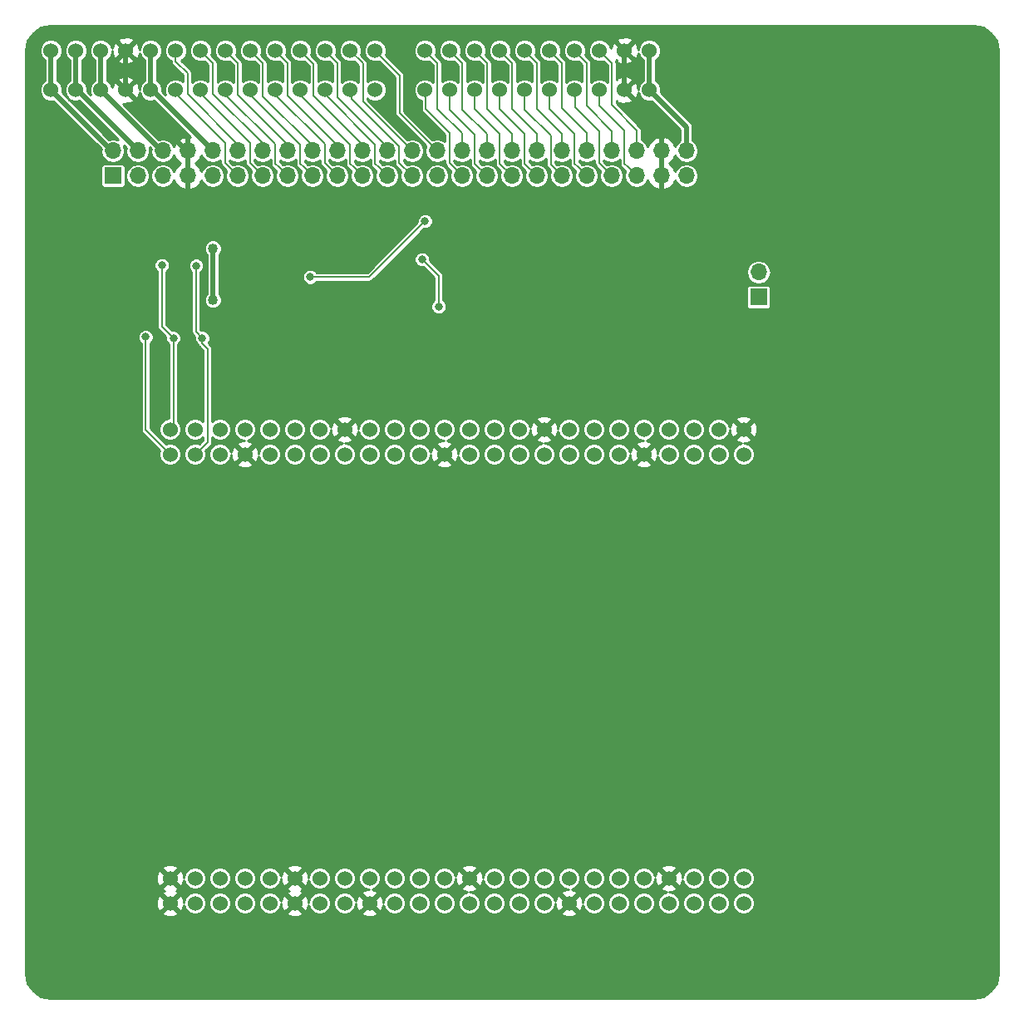
<source format=gbl>
G04 #@! TF.FileFunction,Copper,L2,Bot,Signal*
%FSLAX46Y46*%
G04 Gerber Fmt 4.6, Leading zero omitted, Abs format (unit mm)*
G04 Created by KiCad (PCBNEW 4.0.6) date Monday, June 05, 2017 'PMt' 08:11:22 PM*
%MOMM*%
%LPD*%
G01*
G04 APERTURE LIST*
%ADD10C,0.100000*%
%ADD11R,1.700000X1.700000*%
%ADD12O,1.700000X1.700000*%
%ADD13C,1.524000*%
%ADD14C,0.812800*%
%ADD15C,1.016000*%
%ADD16C,0.508000*%
%ADD17C,0.177800*%
%ADD18C,0.254000*%
G04 APERTURE END LIST*
D10*
D11*
X109350000Y-65750000D03*
D12*
X109350000Y-63210000D03*
X111890000Y-65750000D03*
X111890000Y-63210000D03*
X114430000Y-65750000D03*
X114430000Y-63210000D03*
X116970000Y-65750000D03*
X116970000Y-63210000D03*
X119510000Y-65750000D03*
X119510000Y-63210000D03*
X122050000Y-65750000D03*
X122050000Y-63210000D03*
X124590000Y-65750000D03*
X124590000Y-63210000D03*
X127130000Y-65750000D03*
X127130000Y-63210000D03*
X129670000Y-65750000D03*
X129670000Y-63210000D03*
X132210000Y-65750000D03*
X132210000Y-63210000D03*
X134750000Y-65750000D03*
X134750000Y-63210000D03*
X137290000Y-65750000D03*
X137290000Y-63210000D03*
X139830000Y-65750000D03*
X139830000Y-63210000D03*
X142370000Y-65750000D03*
X142370000Y-63210000D03*
X144910000Y-65750000D03*
X144910000Y-63210000D03*
X147450000Y-65750000D03*
X147450000Y-63210000D03*
X149990000Y-65750000D03*
X149990000Y-63210000D03*
X152530000Y-65750000D03*
X152530000Y-63210000D03*
X155070000Y-65750000D03*
X155070000Y-63210000D03*
X157610000Y-65750000D03*
X157610000Y-63210000D03*
X160150000Y-65750000D03*
X160150000Y-63210000D03*
X162690000Y-65750000D03*
X162690000Y-63210000D03*
X165230000Y-65750000D03*
X165230000Y-63210000D03*
X167770000Y-65750000D03*
X167770000Y-63210000D03*
D13*
X103020000Y-53000000D03*
X103020000Y-57000000D03*
X105560000Y-53000000D03*
X105560000Y-57000000D03*
X108100000Y-53000000D03*
X108100000Y-57000000D03*
X110640000Y-53000000D03*
X110640000Y-57000000D03*
X113180000Y-53000000D03*
X113180000Y-57000000D03*
X115720000Y-53000000D03*
X115720000Y-57000000D03*
X118260000Y-53000000D03*
X118260000Y-57000000D03*
X120800000Y-53000000D03*
X120800000Y-57000000D03*
X123340000Y-53000000D03*
X123340000Y-57000000D03*
X125880000Y-53000000D03*
X125880000Y-57000000D03*
X128420000Y-53000000D03*
X128420000Y-57000000D03*
X130960000Y-53000000D03*
X130960000Y-57000000D03*
X133500000Y-53000000D03*
X133500000Y-57000000D03*
X136040000Y-53000000D03*
X136040000Y-57000000D03*
X141120000Y-53000000D03*
X141120000Y-57000000D03*
X143660000Y-53000000D03*
X143660000Y-57000000D03*
X146200000Y-53000000D03*
X146200000Y-57000000D03*
X148740000Y-53000000D03*
X148740000Y-57000000D03*
X151280000Y-53000000D03*
X151280000Y-57000000D03*
X153820000Y-53000000D03*
X153820000Y-57000000D03*
X156360000Y-53000000D03*
X156360000Y-57000000D03*
X158900000Y-53000000D03*
X158900000Y-57000000D03*
X161440000Y-53000000D03*
X161440000Y-57000000D03*
X163980000Y-53000000D03*
X163980000Y-57000000D03*
D11*
X175120000Y-78110000D03*
D12*
X175120000Y-75570000D03*
D13*
X132960000Y-137300000D03*
X132960000Y-139840000D03*
X130420000Y-137300000D03*
X130420000Y-139840000D03*
X127880000Y-137300000D03*
X127880000Y-139840000D03*
X125340000Y-137300000D03*
X125340000Y-139840000D03*
X122800000Y-137300000D03*
X122800000Y-139840000D03*
X120260000Y-137300000D03*
X120260000Y-139840000D03*
X117720000Y-137300000D03*
X117720000Y-139840000D03*
X115180000Y-137300000D03*
X115180000Y-139840000D03*
X135500000Y-139840000D03*
X135500000Y-137300000D03*
X138040000Y-139840000D03*
X138040000Y-137300000D03*
X140580000Y-139840000D03*
X140580000Y-137300000D03*
X143120000Y-139840000D03*
X143120000Y-137300000D03*
X145660000Y-139840000D03*
X145660000Y-137300000D03*
X148200000Y-139840000D03*
X148200000Y-137300000D03*
X150740000Y-139840000D03*
X150740000Y-137300000D03*
X153280000Y-139840000D03*
X153280000Y-137300000D03*
X173600000Y-137300000D03*
X173600000Y-139840000D03*
X171060000Y-137300000D03*
X171060000Y-139840000D03*
X168520000Y-137300000D03*
X168520000Y-139840000D03*
X165980000Y-137300000D03*
X165980000Y-139840000D03*
X163440000Y-137300000D03*
X163440000Y-139840000D03*
X160900000Y-137300000D03*
X160900000Y-139840000D03*
X158360000Y-137300000D03*
X158360000Y-139840000D03*
X155820000Y-137300000D03*
X155820000Y-139840000D03*
X155820000Y-94120000D03*
X155820000Y-91580000D03*
X158360000Y-94120000D03*
X158360000Y-91580000D03*
X160900000Y-94120000D03*
X160900000Y-91580000D03*
X163440000Y-94120000D03*
X163440000Y-91580000D03*
X165980000Y-94120000D03*
X165980000Y-91580000D03*
X168520000Y-94120000D03*
X168520000Y-91580000D03*
X171060000Y-94120000D03*
X171060000Y-91580000D03*
X173600000Y-94120000D03*
X173600000Y-91580000D03*
X153280000Y-91580000D03*
X153280000Y-94120000D03*
X150740000Y-91580000D03*
X150740000Y-94120000D03*
X148200000Y-91580000D03*
X148200000Y-94120000D03*
X145660000Y-91580000D03*
X145660000Y-94120000D03*
X143120000Y-91580000D03*
X143120000Y-94120000D03*
X140580000Y-91580000D03*
X140580000Y-94120000D03*
X138040000Y-91580000D03*
X138040000Y-94120000D03*
X135500000Y-91580000D03*
X135500000Y-94120000D03*
X115180000Y-94120000D03*
X115180000Y-91580000D03*
X117720000Y-94120000D03*
X117720000Y-91580000D03*
X120260000Y-94120000D03*
X120260000Y-91580000D03*
X122800000Y-94120000D03*
X122800000Y-91580000D03*
X125340000Y-94120000D03*
X125340000Y-91580000D03*
X127880000Y-94120000D03*
X127880000Y-91580000D03*
X130420000Y-94120000D03*
X130420000Y-91580000D03*
X132960000Y-94120000D03*
X132960000Y-91580000D03*
D14*
X129458120Y-80154594D03*
X152089946Y-79667903D03*
X163830000Y-79680000D03*
D15*
X110310000Y-75130000D03*
X123780000Y-75120000D03*
X134540000Y-74570000D03*
X156390000Y-74560000D03*
X145730000Y-74870000D03*
D14*
X115640000Y-80150000D03*
X111770000Y-80180000D03*
X113110000Y-71310000D03*
X116840000Y-71340000D03*
D15*
X119550000Y-78380000D03*
X119520000Y-73140000D03*
D14*
X129450000Y-76060000D03*
X141150000Y-70370000D03*
X118460000Y-82280000D03*
X117820000Y-74900000D03*
X115500000Y-82280000D03*
X114330000Y-74860000D03*
X112690000Y-82170000D03*
X140830000Y-74260000D03*
X142520000Y-79060000D03*
D16*
X103020000Y-57000000D02*
X109230000Y-63210000D01*
X109230000Y-63210000D02*
X109350000Y-63210000D01*
X103020000Y-53000000D02*
X103020000Y-57000000D01*
X111890000Y-63210000D02*
X105680000Y-57000000D01*
X105680000Y-57000000D02*
X105560000Y-57000000D01*
X105560000Y-53000000D02*
X105560000Y-57000000D01*
X108100000Y-57000000D02*
X114310000Y-63210000D01*
X114310000Y-63210000D02*
X114430000Y-63210000D01*
X108100000Y-53000000D02*
X108100000Y-57000000D01*
X165230000Y-63210000D02*
X165230000Y-60790000D01*
X165230000Y-60790000D02*
X162201999Y-57761999D01*
X162201999Y-57761999D02*
X161440000Y-57000000D01*
X110640000Y-57000000D02*
X116850000Y-63210000D01*
X116850000Y-63210000D02*
X116970000Y-63210000D01*
X161440000Y-53000000D02*
X161440000Y-57000000D01*
X110640000Y-53000000D02*
X110640000Y-57000000D01*
X119520000Y-78350000D02*
X119550000Y-78380000D01*
X119520000Y-73140000D02*
X119520000Y-78350000D01*
X163980000Y-57000000D02*
X163990000Y-57000000D01*
X163990000Y-57000000D02*
X167770000Y-60780000D01*
X167770000Y-60780000D02*
X167770000Y-63210000D01*
X119510000Y-63210000D02*
X113300000Y-57000000D01*
X113300000Y-57000000D02*
X113180000Y-57000000D01*
X163980000Y-53000000D02*
X163980000Y-57000000D01*
X113180000Y-53000000D02*
X113180000Y-57000000D01*
D17*
X115720000Y-53000000D02*
X115720000Y-54077630D01*
X115720000Y-54077630D02*
X116950000Y-55307630D01*
X116950000Y-55307630D02*
X116950000Y-57420000D01*
X116950000Y-57420000D02*
X122080000Y-62550000D01*
X122080000Y-62550000D02*
X122080000Y-63180000D01*
X122080000Y-63180000D02*
X122050000Y-63210000D01*
X115720000Y-57000000D02*
X115750000Y-57030000D01*
X115750000Y-57030000D02*
X115750000Y-57360000D01*
X115750000Y-57360000D02*
X120770000Y-62380000D01*
X120770000Y-62380000D02*
X120770000Y-64470000D01*
X120770000Y-64470000D02*
X121200001Y-64900001D01*
X121200001Y-64900001D02*
X122050000Y-65750000D01*
X124590000Y-63210000D02*
X124580000Y-63200000D01*
X124580000Y-63200000D02*
X124580000Y-62450000D01*
X124580000Y-62450000D02*
X119520000Y-57390000D01*
X119520000Y-57390000D02*
X119520000Y-54260000D01*
X119520000Y-54260000D02*
X119021999Y-53761999D01*
X119021999Y-53761999D02*
X118260000Y-53000000D01*
X123290000Y-62370000D02*
X123290000Y-64450000D01*
X123290000Y-64450000D02*
X123740001Y-64900001D01*
X118260000Y-57000000D02*
X118300000Y-57040000D01*
X118300000Y-57040000D02*
X118300000Y-57380000D01*
X118300000Y-57380000D02*
X123290000Y-62370000D01*
X123740001Y-64900001D02*
X124590000Y-65750000D01*
X127130000Y-63210000D02*
X127130000Y-62540000D01*
X127130000Y-62540000D02*
X122090000Y-57500000D01*
X122090000Y-57500000D02*
X122090000Y-54290000D01*
X122090000Y-54290000D02*
X121561999Y-53761999D01*
X121561999Y-53761999D02*
X120800000Y-53000000D01*
X120800000Y-57000000D02*
X120820000Y-57020000D01*
X120820000Y-57020000D02*
X120820000Y-57460000D01*
X120820000Y-57460000D02*
X125880000Y-62520000D01*
X125880000Y-62520000D02*
X125880000Y-64500000D01*
X125880000Y-64500000D02*
X126280001Y-64900001D01*
X126280001Y-64900001D02*
X127130000Y-65750000D01*
X129670000Y-63210000D02*
X129670000Y-62690000D01*
X129670000Y-62690000D02*
X124630000Y-57650000D01*
X124630000Y-57650000D02*
X124630000Y-54290000D01*
X124630000Y-54290000D02*
X124101999Y-53761999D01*
X124101999Y-53761999D02*
X123340000Y-53000000D01*
X123340000Y-57000000D02*
X123350000Y-57010000D01*
X128420000Y-62590000D02*
X128420000Y-64500000D01*
X123350000Y-57010000D02*
X123350000Y-57520000D01*
X123350000Y-57520000D02*
X128420000Y-62590000D01*
X128420000Y-64500000D02*
X128820001Y-64900001D01*
X128820001Y-64900001D02*
X129670000Y-65750000D01*
X132210000Y-63210000D02*
X132210000Y-62640000D01*
X132210000Y-62640000D02*
X127130000Y-57560000D01*
X127130000Y-57560000D02*
X127130000Y-54250000D01*
X127130000Y-54250000D02*
X126641999Y-53761999D01*
X126641999Y-53761999D02*
X125880000Y-53000000D01*
X125880000Y-57000000D02*
X125880000Y-57460000D01*
X130920000Y-62500000D02*
X130920000Y-64460000D01*
X125880000Y-57460000D02*
X130920000Y-62500000D01*
X130920000Y-64460000D02*
X131360001Y-64900001D01*
X131360001Y-64900001D02*
X132210000Y-65750000D01*
X134750000Y-63210000D02*
X134750000Y-62550000D01*
X134750000Y-62550000D02*
X129770000Y-57570000D01*
X129770000Y-57570000D02*
X129770000Y-54350000D01*
X129770000Y-54350000D02*
X129181999Y-53761999D01*
X129181999Y-53761999D02*
X128420000Y-53000000D01*
X128420000Y-57000000D02*
X128440000Y-57020000D01*
X133520000Y-64520000D02*
X133900001Y-64900001D01*
X128440000Y-57020000D02*
X128440000Y-57510000D01*
X128440000Y-57510000D02*
X133520000Y-62590000D01*
X133520000Y-62590000D02*
X133520000Y-64520000D01*
X133900001Y-64900001D02*
X134750000Y-65750000D01*
X137290000Y-63210000D02*
X137290000Y-62810000D01*
X137290000Y-62810000D02*
X132200000Y-57720000D01*
X132200000Y-57720000D02*
X132200000Y-54240000D01*
X132200000Y-54240000D02*
X131721999Y-53761999D01*
X131721999Y-53761999D02*
X130960000Y-53000000D01*
X130960000Y-57000000D02*
X131000000Y-57040000D01*
X131000000Y-57040000D02*
X131000000Y-57510000D01*
X131000000Y-57510000D02*
X136040000Y-62550000D01*
X136040000Y-62550000D02*
X136040000Y-64500000D01*
X136440001Y-64900001D02*
X137290000Y-65750000D01*
X136040000Y-64500000D02*
X136440001Y-64900001D01*
X133500000Y-53000000D02*
X134820000Y-54320000D01*
X134820000Y-58200000D02*
X138980001Y-62360001D01*
X134820000Y-54320000D02*
X134820000Y-58200000D01*
X138980001Y-62360001D02*
X139830000Y-63210000D01*
X139830000Y-65750000D02*
X138520000Y-64440000D01*
X138520000Y-64440000D02*
X138520000Y-62787282D01*
X133620000Y-57120000D02*
X133500000Y-57000000D01*
X138520000Y-62787282D02*
X133620000Y-57887282D01*
X133620000Y-57887282D02*
X133620000Y-57120000D01*
X129450000Y-76060000D02*
X135460000Y-76060000D01*
X135460000Y-76060000D02*
X141150000Y-70370000D01*
X136040000Y-53000000D02*
X138560000Y-55520000D01*
X138560000Y-55520000D02*
X138560000Y-59400000D01*
X138560000Y-59400000D02*
X141520001Y-62360001D01*
X141520001Y-62360001D02*
X142370000Y-63210000D01*
X141120000Y-53000000D02*
X142400000Y-54280000D01*
X142400000Y-58920000D02*
X144910000Y-61430000D01*
X144910000Y-61430000D02*
X144910000Y-62007919D01*
X142400000Y-54280000D02*
X142400000Y-58920000D01*
X144910000Y-62007919D02*
X144910000Y-63210000D01*
X144910000Y-65750000D02*
X143640000Y-64480000D01*
X143640000Y-61400000D02*
X141200000Y-58960000D01*
X143640000Y-64480000D02*
X143640000Y-61400000D01*
X141200000Y-58960000D02*
X141200000Y-57080000D01*
X141200000Y-57080000D02*
X141120000Y-57000000D01*
X147450000Y-61480000D02*
X147450000Y-62007919D01*
X143660000Y-53000000D02*
X144960000Y-54300000D01*
X144960000Y-54300000D02*
X144960000Y-58990000D01*
X147450000Y-62007919D02*
X147450000Y-63210000D01*
X144960000Y-58990000D02*
X147450000Y-61480000D01*
X147450000Y-65750000D02*
X146210000Y-64510000D01*
X146210000Y-64510000D02*
X146210000Y-61540000D01*
X146210000Y-61540000D02*
X143660000Y-58990000D01*
X143660000Y-58990000D02*
X143660000Y-58077630D01*
X143660000Y-58077630D02*
X143660000Y-57000000D01*
X146200000Y-53000000D02*
X147490000Y-54290000D01*
X147490000Y-54290000D02*
X147490000Y-58960000D01*
X147490000Y-58960000D02*
X149990000Y-61460000D01*
X149990000Y-61460000D02*
X149990000Y-62007919D01*
X149990000Y-62007919D02*
X149990000Y-63210000D01*
X148760000Y-61460000D02*
X146200000Y-58900000D01*
X149990000Y-65750000D02*
X148760000Y-64520000D01*
X148760000Y-64520000D02*
X148760000Y-61460000D01*
X146200000Y-58900000D02*
X146200000Y-58077630D01*
X146200000Y-58077630D02*
X146200000Y-57000000D01*
X148740000Y-53000000D02*
X150030000Y-54290000D01*
X150030000Y-54290000D02*
X150030000Y-58950000D01*
X152530000Y-61450000D02*
X152530000Y-63210000D01*
X150030000Y-58950000D02*
X152530000Y-61450000D01*
X152530000Y-65750000D02*
X151280000Y-64500000D01*
X148740000Y-58077630D02*
X148740000Y-57000000D01*
X151280000Y-64500000D02*
X151280000Y-61500000D01*
X151280000Y-61500000D02*
X148740000Y-58960000D01*
X148740000Y-58960000D02*
X148740000Y-58077630D01*
X155070000Y-63210000D02*
X155070000Y-61470000D01*
X155070000Y-61470000D02*
X152520000Y-58920000D01*
X152520000Y-58920000D02*
X152520000Y-54240000D01*
X152520000Y-54240000D02*
X152041999Y-53761999D01*
X152041999Y-53761999D02*
X151280000Y-53000000D01*
X151280000Y-57000000D02*
X151280000Y-59010000D01*
X151280000Y-59010000D02*
X153953299Y-61683299D01*
X153953299Y-61683299D02*
X153953299Y-64633299D01*
X153953299Y-64633299D02*
X154220001Y-64900001D01*
X154220001Y-64900001D02*
X155070000Y-65750000D01*
X153820000Y-53000000D02*
X155065609Y-54245609D01*
X155065609Y-54245609D02*
X155065609Y-58825609D01*
X155065609Y-58825609D02*
X157610000Y-61370000D01*
X157610000Y-61370000D02*
X157610000Y-62007919D01*
X157610000Y-62007919D02*
X157610000Y-63210000D01*
X153820000Y-57000000D02*
X153820000Y-58900000D01*
X153820000Y-58900000D02*
X156360000Y-61440000D01*
X156760001Y-64900001D02*
X157610000Y-65750000D01*
X156360000Y-61440000D02*
X156360000Y-64500000D01*
X156360000Y-64500000D02*
X156760001Y-64900001D01*
X156360000Y-53000000D02*
X157600000Y-54240000D01*
X157600000Y-54240000D02*
X157600000Y-58640000D01*
X157600000Y-58640000D02*
X160150000Y-61190000D01*
X160150000Y-61190000D02*
X160150000Y-62007919D01*
X160150000Y-62007919D02*
X160150000Y-63210000D01*
X160150000Y-65750000D02*
X158870000Y-64470000D01*
X158870000Y-64470000D02*
X158870000Y-61240000D01*
X158870000Y-61240000D02*
X156400000Y-58770000D01*
X156400000Y-58770000D02*
X156400000Y-57040000D01*
X156400000Y-57040000D02*
X156360000Y-57000000D01*
X158900000Y-53000000D02*
X160190000Y-54290000D01*
X160190000Y-54290000D02*
X160190000Y-58550000D01*
X160190000Y-58550000D02*
X162740000Y-61100000D01*
X162740000Y-61100000D02*
X162740000Y-63160000D01*
X162740000Y-63160000D02*
X162690000Y-63210000D01*
X161450000Y-61110000D02*
X161450000Y-64510000D01*
X161450000Y-64510000D02*
X161840001Y-64900001D01*
X158900000Y-57000000D02*
X158900000Y-58560000D01*
X158900000Y-58560000D02*
X161450000Y-61110000D01*
X161840001Y-64900001D02*
X162690000Y-65750000D01*
X118460000Y-82280000D02*
X118460000Y-82854736D01*
X118481999Y-93358001D02*
X117720000Y-94120000D01*
X118460000Y-82854736D02*
X118980000Y-83374736D01*
X118980000Y-83374736D02*
X118980000Y-92860000D01*
X118980000Y-92860000D02*
X118481999Y-93358001D01*
X118460000Y-82280000D02*
X117820000Y-81640000D01*
X117820000Y-81640000D02*
X117820000Y-74900000D01*
X115500000Y-82280000D02*
X115500000Y-91260000D01*
X115500000Y-91260000D02*
X115180000Y-91580000D01*
X114330000Y-74860000D02*
X114330000Y-81110000D01*
X114330000Y-81110000D02*
X115500000Y-82280000D01*
X112690000Y-82170000D02*
X112690000Y-91630000D01*
X112690000Y-91630000D02*
X115180000Y-94120000D01*
X142520000Y-79060000D02*
X142520000Y-75950000D01*
X142520000Y-75950000D02*
X140830000Y-74260000D01*
D18*
G36*
X197970128Y-50657904D02*
X198792562Y-51207438D01*
X199342096Y-52029872D01*
X199544000Y-53044911D01*
X199544000Y-146955089D01*
X199342096Y-147970128D01*
X198792562Y-148792562D01*
X197970128Y-149342096D01*
X196955089Y-149544000D01*
X103044911Y-149544000D01*
X102029872Y-149342096D01*
X101207438Y-148792562D01*
X100657904Y-147970128D01*
X100456000Y-146955089D01*
X100456000Y-140820213D01*
X114379392Y-140820213D01*
X114448857Y-141062397D01*
X114972302Y-141249144D01*
X115527368Y-141221362D01*
X115911143Y-141062397D01*
X115980608Y-140820213D01*
X115180000Y-140019605D01*
X114379392Y-140820213D01*
X100456000Y-140820213D01*
X100456000Y-139632302D01*
X113770856Y-139632302D01*
X113798638Y-140187368D01*
X113957603Y-140571143D01*
X114199787Y-140640608D01*
X115000395Y-139840000D01*
X115359605Y-139840000D01*
X116160213Y-140640608D01*
X116402397Y-140571143D01*
X116579852Y-140073742D01*
X116750446Y-140486612D01*
X117071697Y-140808423D01*
X117491646Y-140982801D01*
X117946359Y-140983198D01*
X118366612Y-140809554D01*
X118688423Y-140488303D01*
X118862801Y-140068354D01*
X118862802Y-140066359D01*
X119116802Y-140066359D01*
X119290446Y-140486612D01*
X119611697Y-140808423D01*
X120031646Y-140982801D01*
X120486359Y-140983198D01*
X120906612Y-140809554D01*
X121228423Y-140488303D01*
X121402801Y-140068354D01*
X121402802Y-140066359D01*
X121656802Y-140066359D01*
X121830446Y-140486612D01*
X122151697Y-140808423D01*
X122571646Y-140982801D01*
X123026359Y-140983198D01*
X123446612Y-140809554D01*
X123768423Y-140488303D01*
X123942801Y-140068354D01*
X123942802Y-140066359D01*
X124196802Y-140066359D01*
X124370446Y-140486612D01*
X124691697Y-140808423D01*
X125111646Y-140982801D01*
X125566359Y-140983198D01*
X125960815Y-140820213D01*
X127079392Y-140820213D01*
X127148857Y-141062397D01*
X127672302Y-141249144D01*
X128227368Y-141221362D01*
X128611143Y-141062397D01*
X128680608Y-140820213D01*
X127880000Y-140019605D01*
X127079392Y-140820213D01*
X125960815Y-140820213D01*
X125986612Y-140809554D01*
X126308423Y-140488303D01*
X126482801Y-140068354D01*
X126482970Y-139874340D01*
X126498638Y-140187368D01*
X126657603Y-140571143D01*
X126899787Y-140640608D01*
X127700395Y-139840000D01*
X128059605Y-139840000D01*
X128860213Y-140640608D01*
X129102397Y-140571143D01*
X129279852Y-140073742D01*
X129450446Y-140486612D01*
X129771697Y-140808423D01*
X130191646Y-140982801D01*
X130646359Y-140983198D01*
X131066612Y-140809554D01*
X131388423Y-140488303D01*
X131562801Y-140068354D01*
X131562802Y-140066359D01*
X131816802Y-140066359D01*
X131990446Y-140486612D01*
X132311697Y-140808423D01*
X132731646Y-140982801D01*
X133186359Y-140983198D01*
X133580815Y-140820213D01*
X134699392Y-140820213D01*
X134768857Y-141062397D01*
X135292302Y-141249144D01*
X135847368Y-141221362D01*
X136231143Y-141062397D01*
X136300608Y-140820213D01*
X135500000Y-140019605D01*
X134699392Y-140820213D01*
X133580815Y-140820213D01*
X133606612Y-140809554D01*
X133928423Y-140488303D01*
X134102801Y-140068354D01*
X134102970Y-139874340D01*
X134118638Y-140187368D01*
X134277603Y-140571143D01*
X134519787Y-140640608D01*
X135320395Y-139840000D01*
X135679605Y-139840000D01*
X136480213Y-140640608D01*
X136722397Y-140571143D01*
X136899852Y-140073742D01*
X137070446Y-140486612D01*
X137391697Y-140808423D01*
X137811646Y-140982801D01*
X138266359Y-140983198D01*
X138686612Y-140809554D01*
X139008423Y-140488303D01*
X139182801Y-140068354D01*
X139182802Y-140066359D01*
X139436802Y-140066359D01*
X139610446Y-140486612D01*
X139931697Y-140808423D01*
X140351646Y-140982801D01*
X140806359Y-140983198D01*
X141226612Y-140809554D01*
X141548423Y-140488303D01*
X141722801Y-140068354D01*
X141722802Y-140066359D01*
X141976802Y-140066359D01*
X142150446Y-140486612D01*
X142471697Y-140808423D01*
X142891646Y-140982801D01*
X143346359Y-140983198D01*
X143766612Y-140809554D01*
X144088423Y-140488303D01*
X144262801Y-140068354D01*
X144262802Y-140066359D01*
X144516802Y-140066359D01*
X144690446Y-140486612D01*
X145011697Y-140808423D01*
X145431646Y-140982801D01*
X145886359Y-140983198D01*
X146306612Y-140809554D01*
X146628423Y-140488303D01*
X146802801Y-140068354D01*
X146802802Y-140066359D01*
X147056802Y-140066359D01*
X147230446Y-140486612D01*
X147551697Y-140808423D01*
X147971646Y-140982801D01*
X148426359Y-140983198D01*
X148846612Y-140809554D01*
X149168423Y-140488303D01*
X149342801Y-140068354D01*
X149342802Y-140066359D01*
X149596802Y-140066359D01*
X149770446Y-140486612D01*
X150091697Y-140808423D01*
X150511646Y-140982801D01*
X150966359Y-140983198D01*
X151386612Y-140809554D01*
X151708423Y-140488303D01*
X151882801Y-140068354D01*
X151882802Y-140066359D01*
X152136802Y-140066359D01*
X152310446Y-140486612D01*
X152631697Y-140808423D01*
X153051646Y-140982801D01*
X153506359Y-140983198D01*
X153900815Y-140820213D01*
X155019392Y-140820213D01*
X155088857Y-141062397D01*
X155612302Y-141249144D01*
X156167368Y-141221362D01*
X156551143Y-141062397D01*
X156620608Y-140820213D01*
X155820000Y-140019605D01*
X155019392Y-140820213D01*
X153900815Y-140820213D01*
X153926612Y-140809554D01*
X154248423Y-140488303D01*
X154422801Y-140068354D01*
X154422970Y-139874340D01*
X154438638Y-140187368D01*
X154597603Y-140571143D01*
X154839787Y-140640608D01*
X155640395Y-139840000D01*
X155999605Y-139840000D01*
X156800213Y-140640608D01*
X157042397Y-140571143D01*
X157219852Y-140073742D01*
X157390446Y-140486612D01*
X157711697Y-140808423D01*
X158131646Y-140982801D01*
X158586359Y-140983198D01*
X159006612Y-140809554D01*
X159328423Y-140488303D01*
X159502801Y-140068354D01*
X159502802Y-140066359D01*
X159756802Y-140066359D01*
X159930446Y-140486612D01*
X160251697Y-140808423D01*
X160671646Y-140982801D01*
X161126359Y-140983198D01*
X161546612Y-140809554D01*
X161868423Y-140488303D01*
X162042801Y-140068354D01*
X162042802Y-140066359D01*
X162296802Y-140066359D01*
X162470446Y-140486612D01*
X162791697Y-140808423D01*
X163211646Y-140982801D01*
X163666359Y-140983198D01*
X164086612Y-140809554D01*
X164408423Y-140488303D01*
X164582801Y-140068354D01*
X164582802Y-140066359D01*
X164836802Y-140066359D01*
X165010446Y-140486612D01*
X165331697Y-140808423D01*
X165751646Y-140982801D01*
X166206359Y-140983198D01*
X166626612Y-140809554D01*
X166948423Y-140488303D01*
X167122801Y-140068354D01*
X167122802Y-140066359D01*
X167376802Y-140066359D01*
X167550446Y-140486612D01*
X167871697Y-140808423D01*
X168291646Y-140982801D01*
X168746359Y-140983198D01*
X169166612Y-140809554D01*
X169488423Y-140488303D01*
X169662801Y-140068354D01*
X169662802Y-140066359D01*
X169916802Y-140066359D01*
X170090446Y-140486612D01*
X170411697Y-140808423D01*
X170831646Y-140982801D01*
X171286359Y-140983198D01*
X171706612Y-140809554D01*
X172028423Y-140488303D01*
X172202801Y-140068354D01*
X172202802Y-140066359D01*
X172456802Y-140066359D01*
X172630446Y-140486612D01*
X172951697Y-140808423D01*
X173371646Y-140982801D01*
X173826359Y-140983198D01*
X174246612Y-140809554D01*
X174568423Y-140488303D01*
X174742801Y-140068354D01*
X174743198Y-139613641D01*
X174569554Y-139193388D01*
X174248303Y-138871577D01*
X173828354Y-138697199D01*
X173373641Y-138696802D01*
X172953388Y-138870446D01*
X172631577Y-139191697D01*
X172457199Y-139611646D01*
X172456802Y-140066359D01*
X172202802Y-140066359D01*
X172203198Y-139613641D01*
X172029554Y-139193388D01*
X171708303Y-138871577D01*
X171288354Y-138697199D01*
X170833641Y-138696802D01*
X170413388Y-138870446D01*
X170091577Y-139191697D01*
X169917199Y-139611646D01*
X169916802Y-140066359D01*
X169662802Y-140066359D01*
X169663198Y-139613641D01*
X169489554Y-139193388D01*
X169168303Y-138871577D01*
X168748354Y-138697199D01*
X168293641Y-138696802D01*
X167873388Y-138870446D01*
X167551577Y-139191697D01*
X167377199Y-139611646D01*
X167376802Y-140066359D01*
X167122802Y-140066359D01*
X167123198Y-139613641D01*
X166949554Y-139193388D01*
X166628303Y-138871577D01*
X166208354Y-138697199D01*
X166014340Y-138697030D01*
X166327368Y-138681362D01*
X166711143Y-138522397D01*
X166780608Y-138280213D01*
X165980000Y-137479605D01*
X165179392Y-138280213D01*
X165248857Y-138522397D01*
X165746258Y-138699852D01*
X165333388Y-138870446D01*
X165011577Y-139191697D01*
X164837199Y-139611646D01*
X164836802Y-140066359D01*
X164582802Y-140066359D01*
X164583198Y-139613641D01*
X164409554Y-139193388D01*
X164088303Y-138871577D01*
X163668354Y-138697199D01*
X163213641Y-138696802D01*
X162793388Y-138870446D01*
X162471577Y-139191697D01*
X162297199Y-139611646D01*
X162296802Y-140066359D01*
X162042802Y-140066359D01*
X162043198Y-139613641D01*
X161869554Y-139193388D01*
X161548303Y-138871577D01*
X161128354Y-138697199D01*
X160673641Y-138696802D01*
X160253388Y-138870446D01*
X159931577Y-139191697D01*
X159757199Y-139611646D01*
X159756802Y-140066359D01*
X159502802Y-140066359D01*
X159503198Y-139613641D01*
X159329554Y-139193388D01*
X159008303Y-138871577D01*
X158588354Y-138697199D01*
X158133641Y-138696802D01*
X157713388Y-138870446D01*
X157391577Y-139191697D01*
X157217199Y-139611646D01*
X157217030Y-139805660D01*
X157201362Y-139492632D01*
X157042397Y-139108857D01*
X156800213Y-139039392D01*
X155999605Y-139840000D01*
X155640395Y-139840000D01*
X154839787Y-139039392D01*
X154597603Y-139108857D01*
X154420148Y-139606258D01*
X154249554Y-139193388D01*
X153928303Y-138871577D01*
X153508354Y-138697199D01*
X153053641Y-138696802D01*
X152633388Y-138870446D01*
X152311577Y-139191697D01*
X152137199Y-139611646D01*
X152136802Y-140066359D01*
X151882802Y-140066359D01*
X151883198Y-139613641D01*
X151709554Y-139193388D01*
X151388303Y-138871577D01*
X150968354Y-138697199D01*
X150513641Y-138696802D01*
X150093388Y-138870446D01*
X149771577Y-139191697D01*
X149597199Y-139611646D01*
X149596802Y-140066359D01*
X149342802Y-140066359D01*
X149343198Y-139613641D01*
X149169554Y-139193388D01*
X148848303Y-138871577D01*
X148428354Y-138697199D01*
X147973641Y-138696802D01*
X147553388Y-138870446D01*
X147231577Y-139191697D01*
X147057199Y-139611646D01*
X147056802Y-140066359D01*
X146802802Y-140066359D01*
X146803198Y-139613641D01*
X146629554Y-139193388D01*
X146308303Y-138871577D01*
X145888354Y-138697199D01*
X145694340Y-138697030D01*
X146007368Y-138681362D01*
X146391143Y-138522397D01*
X146460608Y-138280213D01*
X145660000Y-137479605D01*
X144859392Y-138280213D01*
X144928857Y-138522397D01*
X145426258Y-138699852D01*
X145013388Y-138870446D01*
X144691577Y-139191697D01*
X144517199Y-139611646D01*
X144516802Y-140066359D01*
X144262802Y-140066359D01*
X144263198Y-139613641D01*
X144089554Y-139193388D01*
X143768303Y-138871577D01*
X143348354Y-138697199D01*
X142893641Y-138696802D01*
X142473388Y-138870446D01*
X142151577Y-139191697D01*
X141977199Y-139611646D01*
X141976802Y-140066359D01*
X141722802Y-140066359D01*
X141723198Y-139613641D01*
X141549554Y-139193388D01*
X141228303Y-138871577D01*
X140808354Y-138697199D01*
X140353641Y-138696802D01*
X139933388Y-138870446D01*
X139611577Y-139191697D01*
X139437199Y-139611646D01*
X139436802Y-140066359D01*
X139182802Y-140066359D01*
X139183198Y-139613641D01*
X139009554Y-139193388D01*
X138688303Y-138871577D01*
X138268354Y-138697199D01*
X137813641Y-138696802D01*
X137393388Y-138870446D01*
X137071577Y-139191697D01*
X136897199Y-139611646D01*
X136897030Y-139805660D01*
X136881362Y-139492632D01*
X136722397Y-139108857D01*
X136480213Y-139039392D01*
X135679605Y-139840000D01*
X135320395Y-139840000D01*
X134519787Y-139039392D01*
X134277603Y-139108857D01*
X134100148Y-139606258D01*
X133929554Y-139193388D01*
X133608303Y-138871577D01*
X133188354Y-138697199D01*
X132733641Y-138696802D01*
X132313388Y-138870446D01*
X131991577Y-139191697D01*
X131817199Y-139611646D01*
X131816802Y-140066359D01*
X131562802Y-140066359D01*
X131563198Y-139613641D01*
X131389554Y-139193388D01*
X131068303Y-138871577D01*
X130648354Y-138697199D01*
X130193641Y-138696802D01*
X129773388Y-138870446D01*
X129451577Y-139191697D01*
X129277199Y-139611646D01*
X129277030Y-139805660D01*
X129261362Y-139492632D01*
X129102397Y-139108857D01*
X128860213Y-139039392D01*
X128059605Y-139840000D01*
X127700395Y-139840000D01*
X126899787Y-139039392D01*
X126657603Y-139108857D01*
X126480148Y-139606258D01*
X126309554Y-139193388D01*
X125988303Y-138871577D01*
X125568354Y-138697199D01*
X125113641Y-138696802D01*
X124693388Y-138870446D01*
X124371577Y-139191697D01*
X124197199Y-139611646D01*
X124196802Y-140066359D01*
X123942802Y-140066359D01*
X123943198Y-139613641D01*
X123769554Y-139193388D01*
X123448303Y-138871577D01*
X123028354Y-138697199D01*
X122573641Y-138696802D01*
X122153388Y-138870446D01*
X121831577Y-139191697D01*
X121657199Y-139611646D01*
X121656802Y-140066359D01*
X121402802Y-140066359D01*
X121403198Y-139613641D01*
X121229554Y-139193388D01*
X120908303Y-138871577D01*
X120488354Y-138697199D01*
X120033641Y-138696802D01*
X119613388Y-138870446D01*
X119291577Y-139191697D01*
X119117199Y-139611646D01*
X119116802Y-140066359D01*
X118862802Y-140066359D01*
X118863198Y-139613641D01*
X118689554Y-139193388D01*
X118368303Y-138871577D01*
X117948354Y-138697199D01*
X117493641Y-138696802D01*
X117073388Y-138870446D01*
X116751577Y-139191697D01*
X116577199Y-139611646D01*
X116577030Y-139805660D01*
X116561362Y-139492632D01*
X116402397Y-139108857D01*
X116160213Y-139039392D01*
X115359605Y-139840000D01*
X115000395Y-139840000D01*
X114199787Y-139039392D01*
X113957603Y-139108857D01*
X113770856Y-139632302D01*
X100456000Y-139632302D01*
X100456000Y-138280213D01*
X114379392Y-138280213D01*
X114448857Y-138522397D01*
X114572344Y-138566453D01*
X114448857Y-138617603D01*
X114379392Y-138859787D01*
X115180000Y-139660395D01*
X115980608Y-138859787D01*
X115911143Y-138617603D01*
X115787656Y-138573547D01*
X115911143Y-138522397D01*
X115980608Y-138280213D01*
X115180000Y-137479605D01*
X114379392Y-138280213D01*
X100456000Y-138280213D01*
X100456000Y-137092302D01*
X113770856Y-137092302D01*
X113798638Y-137647368D01*
X113957603Y-138031143D01*
X114199787Y-138100608D01*
X115000395Y-137300000D01*
X115359605Y-137300000D01*
X116160213Y-138100608D01*
X116402397Y-138031143D01*
X116579852Y-137533742D01*
X116750446Y-137946612D01*
X117071697Y-138268423D01*
X117491646Y-138442801D01*
X117946359Y-138443198D01*
X118366612Y-138269554D01*
X118688423Y-137948303D01*
X118862801Y-137528354D01*
X118862802Y-137526359D01*
X119116802Y-137526359D01*
X119290446Y-137946612D01*
X119611697Y-138268423D01*
X120031646Y-138442801D01*
X120486359Y-138443198D01*
X120906612Y-138269554D01*
X121228423Y-137948303D01*
X121402801Y-137528354D01*
X121402802Y-137526359D01*
X121656802Y-137526359D01*
X121830446Y-137946612D01*
X122151697Y-138268423D01*
X122571646Y-138442801D01*
X123026359Y-138443198D01*
X123446612Y-138269554D01*
X123768423Y-137948303D01*
X123942801Y-137528354D01*
X123942802Y-137526359D01*
X124196802Y-137526359D01*
X124370446Y-137946612D01*
X124691697Y-138268423D01*
X125111646Y-138442801D01*
X125566359Y-138443198D01*
X125960815Y-138280213D01*
X127079392Y-138280213D01*
X127148857Y-138522397D01*
X127272344Y-138566453D01*
X127148857Y-138617603D01*
X127079392Y-138859787D01*
X127880000Y-139660395D01*
X128680608Y-138859787D01*
X128611143Y-138617603D01*
X128487656Y-138573547D01*
X128611143Y-138522397D01*
X128680608Y-138280213D01*
X127880000Y-137479605D01*
X127079392Y-138280213D01*
X125960815Y-138280213D01*
X125986612Y-138269554D01*
X126308423Y-137948303D01*
X126482801Y-137528354D01*
X126482970Y-137334340D01*
X126498638Y-137647368D01*
X126657603Y-138031143D01*
X126899787Y-138100608D01*
X127700395Y-137300000D01*
X128059605Y-137300000D01*
X128860213Y-138100608D01*
X129102397Y-138031143D01*
X129279852Y-137533742D01*
X129450446Y-137946612D01*
X129771697Y-138268423D01*
X130191646Y-138442801D01*
X130646359Y-138443198D01*
X131066612Y-138269554D01*
X131388423Y-137948303D01*
X131562801Y-137528354D01*
X131562802Y-137526359D01*
X131816802Y-137526359D01*
X131990446Y-137946612D01*
X132311697Y-138268423D01*
X132731646Y-138442801D01*
X133186359Y-138443198D01*
X133606612Y-138269554D01*
X133928423Y-137948303D01*
X134102801Y-137528354D01*
X134102802Y-137526359D01*
X134356802Y-137526359D01*
X134530446Y-137946612D01*
X134851697Y-138268423D01*
X135271646Y-138442801D01*
X135465660Y-138442970D01*
X135152632Y-138458638D01*
X134768857Y-138617603D01*
X134699392Y-138859787D01*
X135500000Y-139660395D01*
X136300608Y-138859787D01*
X136231143Y-138617603D01*
X135733742Y-138440148D01*
X136146612Y-138269554D01*
X136468423Y-137948303D01*
X136642801Y-137528354D01*
X136642802Y-137526359D01*
X136896802Y-137526359D01*
X137070446Y-137946612D01*
X137391697Y-138268423D01*
X137811646Y-138442801D01*
X138266359Y-138443198D01*
X138686612Y-138269554D01*
X139008423Y-137948303D01*
X139182801Y-137528354D01*
X139182802Y-137526359D01*
X139436802Y-137526359D01*
X139610446Y-137946612D01*
X139931697Y-138268423D01*
X140351646Y-138442801D01*
X140806359Y-138443198D01*
X141226612Y-138269554D01*
X141548423Y-137948303D01*
X141722801Y-137528354D01*
X141722802Y-137526359D01*
X141976802Y-137526359D01*
X142150446Y-137946612D01*
X142471697Y-138268423D01*
X142891646Y-138442801D01*
X143346359Y-138443198D01*
X143766612Y-138269554D01*
X144088423Y-137948303D01*
X144262801Y-137528354D01*
X144262970Y-137334340D01*
X144278638Y-137647368D01*
X144437603Y-138031143D01*
X144679787Y-138100608D01*
X145480395Y-137300000D01*
X145839605Y-137300000D01*
X146640213Y-138100608D01*
X146882397Y-138031143D01*
X147059852Y-137533742D01*
X147230446Y-137946612D01*
X147551697Y-138268423D01*
X147971646Y-138442801D01*
X148426359Y-138443198D01*
X148846612Y-138269554D01*
X149168423Y-137948303D01*
X149342801Y-137528354D01*
X149342802Y-137526359D01*
X149596802Y-137526359D01*
X149770446Y-137946612D01*
X150091697Y-138268423D01*
X150511646Y-138442801D01*
X150966359Y-138443198D01*
X151386612Y-138269554D01*
X151708423Y-137948303D01*
X151882801Y-137528354D01*
X151882802Y-137526359D01*
X152136802Y-137526359D01*
X152310446Y-137946612D01*
X152631697Y-138268423D01*
X153051646Y-138442801D01*
X153506359Y-138443198D01*
X153926612Y-138269554D01*
X154248423Y-137948303D01*
X154422801Y-137528354D01*
X154422802Y-137526359D01*
X154676802Y-137526359D01*
X154850446Y-137946612D01*
X155171697Y-138268423D01*
X155591646Y-138442801D01*
X155785660Y-138442970D01*
X155472632Y-138458638D01*
X155088857Y-138617603D01*
X155019392Y-138859787D01*
X155820000Y-139660395D01*
X156620608Y-138859787D01*
X156551143Y-138617603D01*
X156053742Y-138440148D01*
X156466612Y-138269554D01*
X156788423Y-137948303D01*
X156962801Y-137528354D01*
X156962802Y-137526359D01*
X157216802Y-137526359D01*
X157390446Y-137946612D01*
X157711697Y-138268423D01*
X158131646Y-138442801D01*
X158586359Y-138443198D01*
X159006612Y-138269554D01*
X159328423Y-137948303D01*
X159502801Y-137528354D01*
X159502802Y-137526359D01*
X159756802Y-137526359D01*
X159930446Y-137946612D01*
X160251697Y-138268423D01*
X160671646Y-138442801D01*
X161126359Y-138443198D01*
X161546612Y-138269554D01*
X161868423Y-137948303D01*
X162042801Y-137528354D01*
X162042802Y-137526359D01*
X162296802Y-137526359D01*
X162470446Y-137946612D01*
X162791697Y-138268423D01*
X163211646Y-138442801D01*
X163666359Y-138443198D01*
X164086612Y-138269554D01*
X164408423Y-137948303D01*
X164582801Y-137528354D01*
X164582970Y-137334340D01*
X164598638Y-137647368D01*
X164757603Y-138031143D01*
X164999787Y-138100608D01*
X165800395Y-137300000D01*
X166159605Y-137300000D01*
X166960213Y-138100608D01*
X167202397Y-138031143D01*
X167379852Y-137533742D01*
X167550446Y-137946612D01*
X167871697Y-138268423D01*
X168291646Y-138442801D01*
X168746359Y-138443198D01*
X169166612Y-138269554D01*
X169488423Y-137948303D01*
X169662801Y-137528354D01*
X169662802Y-137526359D01*
X169916802Y-137526359D01*
X170090446Y-137946612D01*
X170411697Y-138268423D01*
X170831646Y-138442801D01*
X171286359Y-138443198D01*
X171706612Y-138269554D01*
X172028423Y-137948303D01*
X172202801Y-137528354D01*
X172202802Y-137526359D01*
X172456802Y-137526359D01*
X172630446Y-137946612D01*
X172951697Y-138268423D01*
X173371646Y-138442801D01*
X173826359Y-138443198D01*
X174246612Y-138269554D01*
X174568423Y-137948303D01*
X174742801Y-137528354D01*
X174743198Y-137073641D01*
X174569554Y-136653388D01*
X174248303Y-136331577D01*
X173828354Y-136157199D01*
X173373641Y-136156802D01*
X172953388Y-136330446D01*
X172631577Y-136651697D01*
X172457199Y-137071646D01*
X172456802Y-137526359D01*
X172202802Y-137526359D01*
X172203198Y-137073641D01*
X172029554Y-136653388D01*
X171708303Y-136331577D01*
X171288354Y-136157199D01*
X170833641Y-136156802D01*
X170413388Y-136330446D01*
X170091577Y-136651697D01*
X169917199Y-137071646D01*
X169916802Y-137526359D01*
X169662802Y-137526359D01*
X169663198Y-137073641D01*
X169489554Y-136653388D01*
X169168303Y-136331577D01*
X168748354Y-136157199D01*
X168293641Y-136156802D01*
X167873388Y-136330446D01*
X167551577Y-136651697D01*
X167377199Y-137071646D01*
X167377030Y-137265660D01*
X167361362Y-136952632D01*
X167202397Y-136568857D01*
X166960213Y-136499392D01*
X166159605Y-137300000D01*
X165800395Y-137300000D01*
X164999787Y-136499392D01*
X164757603Y-136568857D01*
X164580148Y-137066258D01*
X164409554Y-136653388D01*
X164088303Y-136331577D01*
X164059910Y-136319787D01*
X165179392Y-136319787D01*
X165980000Y-137120395D01*
X166780608Y-136319787D01*
X166711143Y-136077603D01*
X166187698Y-135890856D01*
X165632632Y-135918638D01*
X165248857Y-136077603D01*
X165179392Y-136319787D01*
X164059910Y-136319787D01*
X163668354Y-136157199D01*
X163213641Y-136156802D01*
X162793388Y-136330446D01*
X162471577Y-136651697D01*
X162297199Y-137071646D01*
X162296802Y-137526359D01*
X162042802Y-137526359D01*
X162043198Y-137073641D01*
X161869554Y-136653388D01*
X161548303Y-136331577D01*
X161128354Y-136157199D01*
X160673641Y-136156802D01*
X160253388Y-136330446D01*
X159931577Y-136651697D01*
X159757199Y-137071646D01*
X159756802Y-137526359D01*
X159502802Y-137526359D01*
X159503198Y-137073641D01*
X159329554Y-136653388D01*
X159008303Y-136331577D01*
X158588354Y-136157199D01*
X158133641Y-136156802D01*
X157713388Y-136330446D01*
X157391577Y-136651697D01*
X157217199Y-137071646D01*
X157216802Y-137526359D01*
X156962802Y-137526359D01*
X156963198Y-137073641D01*
X156789554Y-136653388D01*
X156468303Y-136331577D01*
X156048354Y-136157199D01*
X155593641Y-136156802D01*
X155173388Y-136330446D01*
X154851577Y-136651697D01*
X154677199Y-137071646D01*
X154676802Y-137526359D01*
X154422802Y-137526359D01*
X154423198Y-137073641D01*
X154249554Y-136653388D01*
X153928303Y-136331577D01*
X153508354Y-136157199D01*
X153053641Y-136156802D01*
X152633388Y-136330446D01*
X152311577Y-136651697D01*
X152137199Y-137071646D01*
X152136802Y-137526359D01*
X151882802Y-137526359D01*
X151883198Y-137073641D01*
X151709554Y-136653388D01*
X151388303Y-136331577D01*
X150968354Y-136157199D01*
X150513641Y-136156802D01*
X150093388Y-136330446D01*
X149771577Y-136651697D01*
X149597199Y-137071646D01*
X149596802Y-137526359D01*
X149342802Y-137526359D01*
X149343198Y-137073641D01*
X149169554Y-136653388D01*
X148848303Y-136331577D01*
X148428354Y-136157199D01*
X147973641Y-136156802D01*
X147553388Y-136330446D01*
X147231577Y-136651697D01*
X147057199Y-137071646D01*
X147057030Y-137265660D01*
X147041362Y-136952632D01*
X146882397Y-136568857D01*
X146640213Y-136499392D01*
X145839605Y-137300000D01*
X145480395Y-137300000D01*
X144679787Y-136499392D01*
X144437603Y-136568857D01*
X144260148Y-137066258D01*
X144089554Y-136653388D01*
X143768303Y-136331577D01*
X143739910Y-136319787D01*
X144859392Y-136319787D01*
X145660000Y-137120395D01*
X146460608Y-136319787D01*
X146391143Y-136077603D01*
X145867698Y-135890856D01*
X145312632Y-135918638D01*
X144928857Y-136077603D01*
X144859392Y-136319787D01*
X143739910Y-136319787D01*
X143348354Y-136157199D01*
X142893641Y-136156802D01*
X142473388Y-136330446D01*
X142151577Y-136651697D01*
X141977199Y-137071646D01*
X141976802Y-137526359D01*
X141722802Y-137526359D01*
X141723198Y-137073641D01*
X141549554Y-136653388D01*
X141228303Y-136331577D01*
X140808354Y-136157199D01*
X140353641Y-136156802D01*
X139933388Y-136330446D01*
X139611577Y-136651697D01*
X139437199Y-137071646D01*
X139436802Y-137526359D01*
X139182802Y-137526359D01*
X139183198Y-137073641D01*
X139009554Y-136653388D01*
X138688303Y-136331577D01*
X138268354Y-136157199D01*
X137813641Y-136156802D01*
X137393388Y-136330446D01*
X137071577Y-136651697D01*
X136897199Y-137071646D01*
X136896802Y-137526359D01*
X136642802Y-137526359D01*
X136643198Y-137073641D01*
X136469554Y-136653388D01*
X136148303Y-136331577D01*
X135728354Y-136157199D01*
X135273641Y-136156802D01*
X134853388Y-136330446D01*
X134531577Y-136651697D01*
X134357199Y-137071646D01*
X134356802Y-137526359D01*
X134102802Y-137526359D01*
X134103198Y-137073641D01*
X133929554Y-136653388D01*
X133608303Y-136331577D01*
X133188354Y-136157199D01*
X132733641Y-136156802D01*
X132313388Y-136330446D01*
X131991577Y-136651697D01*
X131817199Y-137071646D01*
X131816802Y-137526359D01*
X131562802Y-137526359D01*
X131563198Y-137073641D01*
X131389554Y-136653388D01*
X131068303Y-136331577D01*
X130648354Y-136157199D01*
X130193641Y-136156802D01*
X129773388Y-136330446D01*
X129451577Y-136651697D01*
X129277199Y-137071646D01*
X129277030Y-137265660D01*
X129261362Y-136952632D01*
X129102397Y-136568857D01*
X128860213Y-136499392D01*
X128059605Y-137300000D01*
X127700395Y-137300000D01*
X126899787Y-136499392D01*
X126657603Y-136568857D01*
X126480148Y-137066258D01*
X126309554Y-136653388D01*
X125988303Y-136331577D01*
X125959910Y-136319787D01*
X127079392Y-136319787D01*
X127880000Y-137120395D01*
X128680608Y-136319787D01*
X128611143Y-136077603D01*
X128087698Y-135890856D01*
X127532632Y-135918638D01*
X127148857Y-136077603D01*
X127079392Y-136319787D01*
X125959910Y-136319787D01*
X125568354Y-136157199D01*
X125113641Y-136156802D01*
X124693388Y-136330446D01*
X124371577Y-136651697D01*
X124197199Y-137071646D01*
X124196802Y-137526359D01*
X123942802Y-137526359D01*
X123943198Y-137073641D01*
X123769554Y-136653388D01*
X123448303Y-136331577D01*
X123028354Y-136157199D01*
X122573641Y-136156802D01*
X122153388Y-136330446D01*
X121831577Y-136651697D01*
X121657199Y-137071646D01*
X121656802Y-137526359D01*
X121402802Y-137526359D01*
X121403198Y-137073641D01*
X121229554Y-136653388D01*
X120908303Y-136331577D01*
X120488354Y-136157199D01*
X120033641Y-136156802D01*
X119613388Y-136330446D01*
X119291577Y-136651697D01*
X119117199Y-137071646D01*
X119116802Y-137526359D01*
X118862802Y-137526359D01*
X118863198Y-137073641D01*
X118689554Y-136653388D01*
X118368303Y-136331577D01*
X117948354Y-136157199D01*
X117493641Y-136156802D01*
X117073388Y-136330446D01*
X116751577Y-136651697D01*
X116577199Y-137071646D01*
X116577030Y-137265660D01*
X116561362Y-136952632D01*
X116402397Y-136568857D01*
X116160213Y-136499392D01*
X115359605Y-137300000D01*
X115000395Y-137300000D01*
X114199787Y-136499392D01*
X113957603Y-136568857D01*
X113770856Y-137092302D01*
X100456000Y-137092302D01*
X100456000Y-136319787D01*
X114379392Y-136319787D01*
X115180000Y-137120395D01*
X115980608Y-136319787D01*
X115911143Y-136077603D01*
X115387698Y-135890856D01*
X114832632Y-135918638D01*
X114448857Y-136077603D01*
X114379392Y-136319787D01*
X100456000Y-136319787D01*
X100456000Y-82325936D01*
X111902464Y-82325936D01*
X112022086Y-82615444D01*
X112220100Y-82813804D01*
X112220100Y-91630000D01*
X112251468Y-91787698D01*
X112255869Y-91809823D01*
X112357731Y-91962269D01*
X114110523Y-93715062D01*
X114037199Y-93891646D01*
X114036802Y-94346359D01*
X114210446Y-94766612D01*
X114531697Y-95088423D01*
X114951646Y-95262801D01*
X115406359Y-95263198D01*
X115826612Y-95089554D01*
X116148423Y-94768303D01*
X116322801Y-94348354D01*
X116323198Y-93893641D01*
X116149554Y-93473388D01*
X115828303Y-93151577D01*
X115408354Y-92977199D01*
X114953641Y-92976802D01*
X114775108Y-93050570D01*
X113159900Y-91435362D01*
X113159900Y-82813501D01*
X113357136Y-82616609D01*
X113477263Y-82327311D01*
X113477536Y-82014064D01*
X113357914Y-81724556D01*
X113136609Y-81502864D01*
X112847311Y-81382737D01*
X112534064Y-81382464D01*
X112244556Y-81502086D01*
X112022864Y-81723391D01*
X111902737Y-82012689D01*
X111902464Y-82325936D01*
X100456000Y-82325936D01*
X100456000Y-75015936D01*
X113542464Y-75015936D01*
X113662086Y-75305444D01*
X113860100Y-75503804D01*
X113860100Y-81110000D01*
X113872055Y-81170101D01*
X113895869Y-81289823D01*
X113997731Y-81442269D01*
X114712707Y-82157245D01*
X114712464Y-82435936D01*
X114832086Y-82725444D01*
X115030100Y-82923804D01*
X115030100Y-90436869D01*
X114953641Y-90436802D01*
X114533388Y-90610446D01*
X114211577Y-90931697D01*
X114037199Y-91351646D01*
X114036802Y-91806359D01*
X114210446Y-92226612D01*
X114531697Y-92548423D01*
X114951646Y-92722801D01*
X115406359Y-92723198D01*
X115826612Y-92549554D01*
X116148423Y-92228303D01*
X116322801Y-91808354D01*
X116322802Y-91806359D01*
X116576802Y-91806359D01*
X116750446Y-92226612D01*
X117071697Y-92548423D01*
X117491646Y-92722801D01*
X117946359Y-92723198D01*
X118366612Y-92549554D01*
X118510100Y-92406316D01*
X118510100Y-92665361D01*
X118149732Y-93025730D01*
X118149729Y-93025732D01*
X118124938Y-93050523D01*
X117948354Y-92977199D01*
X117493641Y-92976802D01*
X117073388Y-93150446D01*
X116751577Y-93471697D01*
X116577199Y-93891646D01*
X116576802Y-94346359D01*
X116750446Y-94766612D01*
X117071697Y-95088423D01*
X117491646Y-95262801D01*
X117946359Y-95263198D01*
X118366612Y-95089554D01*
X118688423Y-94768303D01*
X118862801Y-94348354D01*
X118862802Y-94346359D01*
X119116802Y-94346359D01*
X119290446Y-94766612D01*
X119611697Y-95088423D01*
X120031646Y-95262801D01*
X120486359Y-95263198D01*
X120880815Y-95100213D01*
X121999392Y-95100213D01*
X122068857Y-95342397D01*
X122592302Y-95529144D01*
X123147368Y-95501362D01*
X123531143Y-95342397D01*
X123600608Y-95100213D01*
X122800000Y-94299605D01*
X121999392Y-95100213D01*
X120880815Y-95100213D01*
X120906612Y-95089554D01*
X121228423Y-94768303D01*
X121402801Y-94348354D01*
X121402970Y-94154340D01*
X121418638Y-94467368D01*
X121577603Y-94851143D01*
X121819787Y-94920608D01*
X122620395Y-94120000D01*
X122979605Y-94120000D01*
X123780213Y-94920608D01*
X124022397Y-94851143D01*
X124199852Y-94353742D01*
X124370446Y-94766612D01*
X124691697Y-95088423D01*
X125111646Y-95262801D01*
X125566359Y-95263198D01*
X125986612Y-95089554D01*
X126308423Y-94768303D01*
X126482801Y-94348354D01*
X126482802Y-94346359D01*
X126736802Y-94346359D01*
X126910446Y-94766612D01*
X127231697Y-95088423D01*
X127651646Y-95262801D01*
X128106359Y-95263198D01*
X128526612Y-95089554D01*
X128848423Y-94768303D01*
X129022801Y-94348354D01*
X129022802Y-94346359D01*
X129276802Y-94346359D01*
X129450446Y-94766612D01*
X129771697Y-95088423D01*
X130191646Y-95262801D01*
X130646359Y-95263198D01*
X131066612Y-95089554D01*
X131388423Y-94768303D01*
X131562801Y-94348354D01*
X131562802Y-94346359D01*
X131816802Y-94346359D01*
X131990446Y-94766612D01*
X132311697Y-95088423D01*
X132731646Y-95262801D01*
X133186359Y-95263198D01*
X133606612Y-95089554D01*
X133928423Y-94768303D01*
X134102801Y-94348354D01*
X134102802Y-94346359D01*
X134356802Y-94346359D01*
X134530446Y-94766612D01*
X134851697Y-95088423D01*
X135271646Y-95262801D01*
X135726359Y-95263198D01*
X136146612Y-95089554D01*
X136468423Y-94768303D01*
X136642801Y-94348354D01*
X136642802Y-94346359D01*
X136896802Y-94346359D01*
X137070446Y-94766612D01*
X137391697Y-95088423D01*
X137811646Y-95262801D01*
X138266359Y-95263198D01*
X138686612Y-95089554D01*
X139008423Y-94768303D01*
X139182801Y-94348354D01*
X139182802Y-94346359D01*
X139436802Y-94346359D01*
X139610446Y-94766612D01*
X139931697Y-95088423D01*
X140351646Y-95262801D01*
X140806359Y-95263198D01*
X141200815Y-95100213D01*
X142319392Y-95100213D01*
X142388857Y-95342397D01*
X142912302Y-95529144D01*
X143467368Y-95501362D01*
X143851143Y-95342397D01*
X143920608Y-95100213D01*
X143120000Y-94299605D01*
X142319392Y-95100213D01*
X141200815Y-95100213D01*
X141226612Y-95089554D01*
X141548423Y-94768303D01*
X141722801Y-94348354D01*
X141722970Y-94154340D01*
X141738638Y-94467368D01*
X141897603Y-94851143D01*
X142139787Y-94920608D01*
X142940395Y-94120000D01*
X143299605Y-94120000D01*
X144100213Y-94920608D01*
X144342397Y-94851143D01*
X144519852Y-94353742D01*
X144690446Y-94766612D01*
X145011697Y-95088423D01*
X145431646Y-95262801D01*
X145886359Y-95263198D01*
X146306612Y-95089554D01*
X146628423Y-94768303D01*
X146802801Y-94348354D01*
X146802802Y-94346359D01*
X147056802Y-94346359D01*
X147230446Y-94766612D01*
X147551697Y-95088423D01*
X147971646Y-95262801D01*
X148426359Y-95263198D01*
X148846612Y-95089554D01*
X149168423Y-94768303D01*
X149342801Y-94348354D01*
X149342802Y-94346359D01*
X149596802Y-94346359D01*
X149770446Y-94766612D01*
X150091697Y-95088423D01*
X150511646Y-95262801D01*
X150966359Y-95263198D01*
X151386612Y-95089554D01*
X151708423Y-94768303D01*
X151882801Y-94348354D01*
X151882802Y-94346359D01*
X152136802Y-94346359D01*
X152310446Y-94766612D01*
X152631697Y-95088423D01*
X153051646Y-95262801D01*
X153506359Y-95263198D01*
X153926612Y-95089554D01*
X154248423Y-94768303D01*
X154422801Y-94348354D01*
X154422802Y-94346359D01*
X154676802Y-94346359D01*
X154850446Y-94766612D01*
X155171697Y-95088423D01*
X155591646Y-95262801D01*
X156046359Y-95263198D01*
X156466612Y-95089554D01*
X156788423Y-94768303D01*
X156962801Y-94348354D01*
X156962802Y-94346359D01*
X157216802Y-94346359D01*
X157390446Y-94766612D01*
X157711697Y-95088423D01*
X158131646Y-95262801D01*
X158586359Y-95263198D01*
X159006612Y-95089554D01*
X159328423Y-94768303D01*
X159502801Y-94348354D01*
X159502802Y-94346359D01*
X159756802Y-94346359D01*
X159930446Y-94766612D01*
X160251697Y-95088423D01*
X160671646Y-95262801D01*
X161126359Y-95263198D01*
X161520815Y-95100213D01*
X162639392Y-95100213D01*
X162708857Y-95342397D01*
X163232302Y-95529144D01*
X163787368Y-95501362D01*
X164171143Y-95342397D01*
X164240608Y-95100213D01*
X163440000Y-94299605D01*
X162639392Y-95100213D01*
X161520815Y-95100213D01*
X161546612Y-95089554D01*
X161868423Y-94768303D01*
X162042801Y-94348354D01*
X162042970Y-94154340D01*
X162058638Y-94467368D01*
X162217603Y-94851143D01*
X162459787Y-94920608D01*
X163260395Y-94120000D01*
X163619605Y-94120000D01*
X164420213Y-94920608D01*
X164662397Y-94851143D01*
X164839852Y-94353742D01*
X165010446Y-94766612D01*
X165331697Y-95088423D01*
X165751646Y-95262801D01*
X166206359Y-95263198D01*
X166626612Y-95089554D01*
X166948423Y-94768303D01*
X167122801Y-94348354D01*
X167122802Y-94346359D01*
X167376802Y-94346359D01*
X167550446Y-94766612D01*
X167871697Y-95088423D01*
X168291646Y-95262801D01*
X168746359Y-95263198D01*
X169166612Y-95089554D01*
X169488423Y-94768303D01*
X169662801Y-94348354D01*
X169662802Y-94346359D01*
X169916802Y-94346359D01*
X170090446Y-94766612D01*
X170411697Y-95088423D01*
X170831646Y-95262801D01*
X171286359Y-95263198D01*
X171706612Y-95089554D01*
X172028423Y-94768303D01*
X172202801Y-94348354D01*
X172202802Y-94346359D01*
X172456802Y-94346359D01*
X172630446Y-94766612D01*
X172951697Y-95088423D01*
X173371646Y-95262801D01*
X173826359Y-95263198D01*
X174246612Y-95089554D01*
X174568423Y-94768303D01*
X174742801Y-94348354D01*
X174743198Y-93893641D01*
X174569554Y-93473388D01*
X174248303Y-93151577D01*
X173828354Y-92977199D01*
X173634340Y-92977030D01*
X173947368Y-92961362D01*
X174331143Y-92802397D01*
X174400608Y-92560213D01*
X173600000Y-91759605D01*
X172799392Y-92560213D01*
X172868857Y-92802397D01*
X173366258Y-92979852D01*
X172953388Y-93150446D01*
X172631577Y-93471697D01*
X172457199Y-93891646D01*
X172456802Y-94346359D01*
X172202802Y-94346359D01*
X172203198Y-93893641D01*
X172029554Y-93473388D01*
X171708303Y-93151577D01*
X171288354Y-92977199D01*
X170833641Y-92976802D01*
X170413388Y-93150446D01*
X170091577Y-93471697D01*
X169917199Y-93891646D01*
X169916802Y-94346359D01*
X169662802Y-94346359D01*
X169663198Y-93893641D01*
X169489554Y-93473388D01*
X169168303Y-93151577D01*
X168748354Y-92977199D01*
X168293641Y-92976802D01*
X167873388Y-93150446D01*
X167551577Y-93471697D01*
X167377199Y-93891646D01*
X167376802Y-94346359D01*
X167122802Y-94346359D01*
X167123198Y-93893641D01*
X166949554Y-93473388D01*
X166628303Y-93151577D01*
X166208354Y-92977199D01*
X165753641Y-92976802D01*
X165333388Y-93150446D01*
X165011577Y-93471697D01*
X164837199Y-93891646D01*
X164837030Y-94085660D01*
X164821362Y-93772632D01*
X164662397Y-93388857D01*
X164420213Y-93319392D01*
X163619605Y-94120000D01*
X163260395Y-94120000D01*
X162459787Y-93319392D01*
X162217603Y-93388857D01*
X162040148Y-93886258D01*
X161869554Y-93473388D01*
X161548303Y-93151577D01*
X161128354Y-92977199D01*
X160673641Y-92976802D01*
X160253388Y-93150446D01*
X159931577Y-93471697D01*
X159757199Y-93891646D01*
X159756802Y-94346359D01*
X159502802Y-94346359D01*
X159503198Y-93893641D01*
X159329554Y-93473388D01*
X159008303Y-93151577D01*
X158588354Y-92977199D01*
X158133641Y-92976802D01*
X157713388Y-93150446D01*
X157391577Y-93471697D01*
X157217199Y-93891646D01*
X157216802Y-94346359D01*
X156962802Y-94346359D01*
X156963198Y-93893641D01*
X156789554Y-93473388D01*
X156468303Y-93151577D01*
X156048354Y-92977199D01*
X155593641Y-92976802D01*
X155173388Y-93150446D01*
X154851577Y-93471697D01*
X154677199Y-93891646D01*
X154676802Y-94346359D01*
X154422802Y-94346359D01*
X154423198Y-93893641D01*
X154249554Y-93473388D01*
X153928303Y-93151577D01*
X153508354Y-92977199D01*
X153314340Y-92977030D01*
X153627368Y-92961362D01*
X154011143Y-92802397D01*
X154080608Y-92560213D01*
X153280000Y-91759605D01*
X152479392Y-92560213D01*
X152548857Y-92802397D01*
X153046258Y-92979852D01*
X152633388Y-93150446D01*
X152311577Y-93471697D01*
X152137199Y-93891646D01*
X152136802Y-94346359D01*
X151882802Y-94346359D01*
X151883198Y-93893641D01*
X151709554Y-93473388D01*
X151388303Y-93151577D01*
X150968354Y-92977199D01*
X150513641Y-92976802D01*
X150093388Y-93150446D01*
X149771577Y-93471697D01*
X149597199Y-93891646D01*
X149596802Y-94346359D01*
X149342802Y-94346359D01*
X149343198Y-93893641D01*
X149169554Y-93473388D01*
X148848303Y-93151577D01*
X148428354Y-92977199D01*
X147973641Y-92976802D01*
X147553388Y-93150446D01*
X147231577Y-93471697D01*
X147057199Y-93891646D01*
X147056802Y-94346359D01*
X146802802Y-94346359D01*
X146803198Y-93893641D01*
X146629554Y-93473388D01*
X146308303Y-93151577D01*
X145888354Y-92977199D01*
X145433641Y-92976802D01*
X145013388Y-93150446D01*
X144691577Y-93471697D01*
X144517199Y-93891646D01*
X144517030Y-94085660D01*
X144501362Y-93772632D01*
X144342397Y-93388857D01*
X144100213Y-93319392D01*
X143299605Y-94120000D01*
X142940395Y-94120000D01*
X142139787Y-93319392D01*
X141897603Y-93388857D01*
X141720148Y-93886258D01*
X141549554Y-93473388D01*
X141228303Y-93151577D01*
X140808354Y-92977199D01*
X140353641Y-92976802D01*
X139933388Y-93150446D01*
X139611577Y-93471697D01*
X139437199Y-93891646D01*
X139436802Y-94346359D01*
X139182802Y-94346359D01*
X139183198Y-93893641D01*
X139009554Y-93473388D01*
X138688303Y-93151577D01*
X138268354Y-92977199D01*
X137813641Y-92976802D01*
X137393388Y-93150446D01*
X137071577Y-93471697D01*
X136897199Y-93891646D01*
X136896802Y-94346359D01*
X136642802Y-94346359D01*
X136643198Y-93893641D01*
X136469554Y-93473388D01*
X136148303Y-93151577D01*
X135728354Y-92977199D01*
X135273641Y-92976802D01*
X134853388Y-93150446D01*
X134531577Y-93471697D01*
X134357199Y-93891646D01*
X134356802Y-94346359D01*
X134102802Y-94346359D01*
X134103198Y-93893641D01*
X133929554Y-93473388D01*
X133608303Y-93151577D01*
X133188354Y-92977199D01*
X132994340Y-92977030D01*
X133307368Y-92961362D01*
X133691143Y-92802397D01*
X133760608Y-92560213D01*
X132960000Y-91759605D01*
X132159392Y-92560213D01*
X132228857Y-92802397D01*
X132726258Y-92979852D01*
X132313388Y-93150446D01*
X131991577Y-93471697D01*
X131817199Y-93891646D01*
X131816802Y-94346359D01*
X131562802Y-94346359D01*
X131563198Y-93893641D01*
X131389554Y-93473388D01*
X131068303Y-93151577D01*
X130648354Y-92977199D01*
X130193641Y-92976802D01*
X129773388Y-93150446D01*
X129451577Y-93471697D01*
X129277199Y-93891646D01*
X129276802Y-94346359D01*
X129022802Y-94346359D01*
X129023198Y-93893641D01*
X128849554Y-93473388D01*
X128528303Y-93151577D01*
X128108354Y-92977199D01*
X127653641Y-92976802D01*
X127233388Y-93150446D01*
X126911577Y-93471697D01*
X126737199Y-93891646D01*
X126736802Y-94346359D01*
X126482802Y-94346359D01*
X126483198Y-93893641D01*
X126309554Y-93473388D01*
X125988303Y-93151577D01*
X125568354Y-92977199D01*
X125113641Y-92976802D01*
X124693388Y-93150446D01*
X124371577Y-93471697D01*
X124197199Y-93891646D01*
X124197030Y-94085660D01*
X124181362Y-93772632D01*
X124022397Y-93388857D01*
X123780213Y-93319392D01*
X122979605Y-94120000D01*
X122620395Y-94120000D01*
X121819787Y-93319392D01*
X121577603Y-93388857D01*
X121400148Y-93886258D01*
X121229554Y-93473388D01*
X120908303Y-93151577D01*
X120488354Y-92977199D01*
X120033641Y-92976802D01*
X119613388Y-93150446D01*
X119291577Y-93471697D01*
X119117199Y-93891646D01*
X119116802Y-94346359D01*
X118862802Y-94346359D01*
X118863198Y-93893641D01*
X118789430Y-93715109D01*
X118814268Y-93690271D01*
X118814270Y-93690268D01*
X119312270Y-93192269D01*
X119414131Y-93039823D01*
X119416934Y-93025732D01*
X119449900Y-92860000D01*
X119449900Y-92386344D01*
X119611697Y-92548423D01*
X120031646Y-92722801D01*
X120486359Y-92723198D01*
X120906612Y-92549554D01*
X121228423Y-92228303D01*
X121402801Y-91808354D01*
X121402802Y-91806359D01*
X121656802Y-91806359D01*
X121830446Y-92226612D01*
X122151697Y-92548423D01*
X122571646Y-92722801D01*
X122765660Y-92722970D01*
X122452632Y-92738638D01*
X122068857Y-92897603D01*
X121999392Y-93139787D01*
X122800000Y-93940395D01*
X123600608Y-93139787D01*
X123531143Y-92897603D01*
X123033742Y-92720148D01*
X123446612Y-92549554D01*
X123768423Y-92228303D01*
X123942801Y-91808354D01*
X123942802Y-91806359D01*
X124196802Y-91806359D01*
X124370446Y-92226612D01*
X124691697Y-92548423D01*
X125111646Y-92722801D01*
X125566359Y-92723198D01*
X125986612Y-92549554D01*
X126308423Y-92228303D01*
X126482801Y-91808354D01*
X126482802Y-91806359D01*
X126736802Y-91806359D01*
X126910446Y-92226612D01*
X127231697Y-92548423D01*
X127651646Y-92722801D01*
X128106359Y-92723198D01*
X128526612Y-92549554D01*
X128848423Y-92228303D01*
X129022801Y-91808354D01*
X129022802Y-91806359D01*
X129276802Y-91806359D01*
X129450446Y-92226612D01*
X129771697Y-92548423D01*
X130191646Y-92722801D01*
X130646359Y-92723198D01*
X131066612Y-92549554D01*
X131388423Y-92228303D01*
X131562801Y-91808354D01*
X131562970Y-91614340D01*
X131578638Y-91927368D01*
X131737603Y-92311143D01*
X131979787Y-92380608D01*
X132780395Y-91580000D01*
X133139605Y-91580000D01*
X133940213Y-92380608D01*
X134182397Y-92311143D01*
X134359852Y-91813742D01*
X134530446Y-92226612D01*
X134851697Y-92548423D01*
X135271646Y-92722801D01*
X135726359Y-92723198D01*
X136146612Y-92549554D01*
X136468423Y-92228303D01*
X136642801Y-91808354D01*
X136642802Y-91806359D01*
X136896802Y-91806359D01*
X137070446Y-92226612D01*
X137391697Y-92548423D01*
X137811646Y-92722801D01*
X138266359Y-92723198D01*
X138686612Y-92549554D01*
X139008423Y-92228303D01*
X139182801Y-91808354D01*
X139182802Y-91806359D01*
X139436802Y-91806359D01*
X139610446Y-92226612D01*
X139931697Y-92548423D01*
X140351646Y-92722801D01*
X140806359Y-92723198D01*
X141226612Y-92549554D01*
X141548423Y-92228303D01*
X141722801Y-91808354D01*
X141722802Y-91806359D01*
X141976802Y-91806359D01*
X142150446Y-92226612D01*
X142471697Y-92548423D01*
X142891646Y-92722801D01*
X143085660Y-92722970D01*
X142772632Y-92738638D01*
X142388857Y-92897603D01*
X142319392Y-93139787D01*
X143120000Y-93940395D01*
X143920608Y-93139787D01*
X143851143Y-92897603D01*
X143353742Y-92720148D01*
X143766612Y-92549554D01*
X144088423Y-92228303D01*
X144262801Y-91808354D01*
X144262802Y-91806359D01*
X144516802Y-91806359D01*
X144690446Y-92226612D01*
X145011697Y-92548423D01*
X145431646Y-92722801D01*
X145886359Y-92723198D01*
X146306612Y-92549554D01*
X146628423Y-92228303D01*
X146802801Y-91808354D01*
X146802802Y-91806359D01*
X147056802Y-91806359D01*
X147230446Y-92226612D01*
X147551697Y-92548423D01*
X147971646Y-92722801D01*
X148426359Y-92723198D01*
X148846612Y-92549554D01*
X149168423Y-92228303D01*
X149342801Y-91808354D01*
X149342802Y-91806359D01*
X149596802Y-91806359D01*
X149770446Y-92226612D01*
X150091697Y-92548423D01*
X150511646Y-92722801D01*
X150966359Y-92723198D01*
X151386612Y-92549554D01*
X151708423Y-92228303D01*
X151882801Y-91808354D01*
X151882970Y-91614340D01*
X151898638Y-91927368D01*
X152057603Y-92311143D01*
X152299787Y-92380608D01*
X153100395Y-91580000D01*
X153459605Y-91580000D01*
X154260213Y-92380608D01*
X154502397Y-92311143D01*
X154679852Y-91813742D01*
X154850446Y-92226612D01*
X155171697Y-92548423D01*
X155591646Y-92722801D01*
X156046359Y-92723198D01*
X156466612Y-92549554D01*
X156788423Y-92228303D01*
X156962801Y-91808354D01*
X156962802Y-91806359D01*
X157216802Y-91806359D01*
X157390446Y-92226612D01*
X157711697Y-92548423D01*
X158131646Y-92722801D01*
X158586359Y-92723198D01*
X159006612Y-92549554D01*
X159328423Y-92228303D01*
X159502801Y-91808354D01*
X159502802Y-91806359D01*
X159756802Y-91806359D01*
X159930446Y-92226612D01*
X160251697Y-92548423D01*
X160671646Y-92722801D01*
X161126359Y-92723198D01*
X161546612Y-92549554D01*
X161868423Y-92228303D01*
X162042801Y-91808354D01*
X162042802Y-91806359D01*
X162296802Y-91806359D01*
X162470446Y-92226612D01*
X162791697Y-92548423D01*
X163211646Y-92722801D01*
X163405660Y-92722970D01*
X163092632Y-92738638D01*
X162708857Y-92897603D01*
X162639392Y-93139787D01*
X163440000Y-93940395D01*
X164240608Y-93139787D01*
X164171143Y-92897603D01*
X163673742Y-92720148D01*
X164086612Y-92549554D01*
X164408423Y-92228303D01*
X164582801Y-91808354D01*
X164582802Y-91806359D01*
X164836802Y-91806359D01*
X165010446Y-92226612D01*
X165331697Y-92548423D01*
X165751646Y-92722801D01*
X166206359Y-92723198D01*
X166626612Y-92549554D01*
X166948423Y-92228303D01*
X167122801Y-91808354D01*
X167122802Y-91806359D01*
X167376802Y-91806359D01*
X167550446Y-92226612D01*
X167871697Y-92548423D01*
X168291646Y-92722801D01*
X168746359Y-92723198D01*
X169166612Y-92549554D01*
X169488423Y-92228303D01*
X169662801Y-91808354D01*
X169662802Y-91806359D01*
X169916802Y-91806359D01*
X170090446Y-92226612D01*
X170411697Y-92548423D01*
X170831646Y-92722801D01*
X171286359Y-92723198D01*
X171706612Y-92549554D01*
X172028423Y-92228303D01*
X172202801Y-91808354D01*
X172202970Y-91614340D01*
X172218638Y-91927368D01*
X172377603Y-92311143D01*
X172619787Y-92380608D01*
X173420395Y-91580000D01*
X173779605Y-91580000D01*
X174580213Y-92380608D01*
X174822397Y-92311143D01*
X175009144Y-91787698D01*
X174981362Y-91232632D01*
X174822397Y-90848857D01*
X174580213Y-90779392D01*
X173779605Y-91580000D01*
X173420395Y-91580000D01*
X172619787Y-90779392D01*
X172377603Y-90848857D01*
X172200148Y-91346258D01*
X172029554Y-90933388D01*
X171708303Y-90611577D01*
X171679910Y-90599787D01*
X172799392Y-90599787D01*
X173600000Y-91400395D01*
X174400608Y-90599787D01*
X174331143Y-90357603D01*
X173807698Y-90170856D01*
X173252632Y-90198638D01*
X172868857Y-90357603D01*
X172799392Y-90599787D01*
X171679910Y-90599787D01*
X171288354Y-90437199D01*
X170833641Y-90436802D01*
X170413388Y-90610446D01*
X170091577Y-90931697D01*
X169917199Y-91351646D01*
X169916802Y-91806359D01*
X169662802Y-91806359D01*
X169663198Y-91353641D01*
X169489554Y-90933388D01*
X169168303Y-90611577D01*
X168748354Y-90437199D01*
X168293641Y-90436802D01*
X167873388Y-90610446D01*
X167551577Y-90931697D01*
X167377199Y-91351646D01*
X167376802Y-91806359D01*
X167122802Y-91806359D01*
X167123198Y-91353641D01*
X166949554Y-90933388D01*
X166628303Y-90611577D01*
X166208354Y-90437199D01*
X165753641Y-90436802D01*
X165333388Y-90610446D01*
X165011577Y-90931697D01*
X164837199Y-91351646D01*
X164836802Y-91806359D01*
X164582802Y-91806359D01*
X164583198Y-91353641D01*
X164409554Y-90933388D01*
X164088303Y-90611577D01*
X163668354Y-90437199D01*
X163213641Y-90436802D01*
X162793388Y-90610446D01*
X162471577Y-90931697D01*
X162297199Y-91351646D01*
X162296802Y-91806359D01*
X162042802Y-91806359D01*
X162043198Y-91353641D01*
X161869554Y-90933388D01*
X161548303Y-90611577D01*
X161128354Y-90437199D01*
X160673641Y-90436802D01*
X160253388Y-90610446D01*
X159931577Y-90931697D01*
X159757199Y-91351646D01*
X159756802Y-91806359D01*
X159502802Y-91806359D01*
X159503198Y-91353641D01*
X159329554Y-90933388D01*
X159008303Y-90611577D01*
X158588354Y-90437199D01*
X158133641Y-90436802D01*
X157713388Y-90610446D01*
X157391577Y-90931697D01*
X157217199Y-91351646D01*
X157216802Y-91806359D01*
X156962802Y-91806359D01*
X156963198Y-91353641D01*
X156789554Y-90933388D01*
X156468303Y-90611577D01*
X156048354Y-90437199D01*
X155593641Y-90436802D01*
X155173388Y-90610446D01*
X154851577Y-90931697D01*
X154677199Y-91351646D01*
X154677030Y-91545660D01*
X154661362Y-91232632D01*
X154502397Y-90848857D01*
X154260213Y-90779392D01*
X153459605Y-91580000D01*
X153100395Y-91580000D01*
X152299787Y-90779392D01*
X152057603Y-90848857D01*
X151880148Y-91346258D01*
X151709554Y-90933388D01*
X151388303Y-90611577D01*
X151359910Y-90599787D01*
X152479392Y-90599787D01*
X153280000Y-91400395D01*
X154080608Y-90599787D01*
X154011143Y-90357603D01*
X153487698Y-90170856D01*
X152932632Y-90198638D01*
X152548857Y-90357603D01*
X152479392Y-90599787D01*
X151359910Y-90599787D01*
X150968354Y-90437199D01*
X150513641Y-90436802D01*
X150093388Y-90610446D01*
X149771577Y-90931697D01*
X149597199Y-91351646D01*
X149596802Y-91806359D01*
X149342802Y-91806359D01*
X149343198Y-91353641D01*
X149169554Y-90933388D01*
X148848303Y-90611577D01*
X148428354Y-90437199D01*
X147973641Y-90436802D01*
X147553388Y-90610446D01*
X147231577Y-90931697D01*
X147057199Y-91351646D01*
X147056802Y-91806359D01*
X146802802Y-91806359D01*
X146803198Y-91353641D01*
X146629554Y-90933388D01*
X146308303Y-90611577D01*
X145888354Y-90437199D01*
X145433641Y-90436802D01*
X145013388Y-90610446D01*
X144691577Y-90931697D01*
X144517199Y-91351646D01*
X144516802Y-91806359D01*
X144262802Y-91806359D01*
X144263198Y-91353641D01*
X144089554Y-90933388D01*
X143768303Y-90611577D01*
X143348354Y-90437199D01*
X142893641Y-90436802D01*
X142473388Y-90610446D01*
X142151577Y-90931697D01*
X141977199Y-91351646D01*
X141976802Y-91806359D01*
X141722802Y-91806359D01*
X141723198Y-91353641D01*
X141549554Y-90933388D01*
X141228303Y-90611577D01*
X140808354Y-90437199D01*
X140353641Y-90436802D01*
X139933388Y-90610446D01*
X139611577Y-90931697D01*
X139437199Y-91351646D01*
X139436802Y-91806359D01*
X139182802Y-91806359D01*
X139183198Y-91353641D01*
X139009554Y-90933388D01*
X138688303Y-90611577D01*
X138268354Y-90437199D01*
X137813641Y-90436802D01*
X137393388Y-90610446D01*
X137071577Y-90931697D01*
X136897199Y-91351646D01*
X136896802Y-91806359D01*
X136642802Y-91806359D01*
X136643198Y-91353641D01*
X136469554Y-90933388D01*
X136148303Y-90611577D01*
X135728354Y-90437199D01*
X135273641Y-90436802D01*
X134853388Y-90610446D01*
X134531577Y-90931697D01*
X134357199Y-91351646D01*
X134357030Y-91545660D01*
X134341362Y-91232632D01*
X134182397Y-90848857D01*
X133940213Y-90779392D01*
X133139605Y-91580000D01*
X132780395Y-91580000D01*
X131979787Y-90779392D01*
X131737603Y-90848857D01*
X131560148Y-91346258D01*
X131389554Y-90933388D01*
X131068303Y-90611577D01*
X131039910Y-90599787D01*
X132159392Y-90599787D01*
X132960000Y-91400395D01*
X133760608Y-90599787D01*
X133691143Y-90357603D01*
X133167698Y-90170856D01*
X132612632Y-90198638D01*
X132228857Y-90357603D01*
X132159392Y-90599787D01*
X131039910Y-90599787D01*
X130648354Y-90437199D01*
X130193641Y-90436802D01*
X129773388Y-90610446D01*
X129451577Y-90931697D01*
X129277199Y-91351646D01*
X129276802Y-91806359D01*
X129022802Y-91806359D01*
X129023198Y-91353641D01*
X128849554Y-90933388D01*
X128528303Y-90611577D01*
X128108354Y-90437199D01*
X127653641Y-90436802D01*
X127233388Y-90610446D01*
X126911577Y-90931697D01*
X126737199Y-91351646D01*
X126736802Y-91806359D01*
X126482802Y-91806359D01*
X126483198Y-91353641D01*
X126309554Y-90933388D01*
X125988303Y-90611577D01*
X125568354Y-90437199D01*
X125113641Y-90436802D01*
X124693388Y-90610446D01*
X124371577Y-90931697D01*
X124197199Y-91351646D01*
X124196802Y-91806359D01*
X123942802Y-91806359D01*
X123943198Y-91353641D01*
X123769554Y-90933388D01*
X123448303Y-90611577D01*
X123028354Y-90437199D01*
X122573641Y-90436802D01*
X122153388Y-90610446D01*
X121831577Y-90931697D01*
X121657199Y-91351646D01*
X121656802Y-91806359D01*
X121402802Y-91806359D01*
X121403198Y-91353641D01*
X121229554Y-90933388D01*
X120908303Y-90611577D01*
X120488354Y-90437199D01*
X120033641Y-90436802D01*
X119613388Y-90610446D01*
X119449900Y-90773650D01*
X119449900Y-83374736D01*
X119414131Y-83194913D01*
X119329020Y-83067536D01*
X119312269Y-83042466D01*
X119061717Y-82791914D01*
X119127136Y-82726609D01*
X119247263Y-82437311D01*
X119247536Y-82124064D01*
X119127914Y-81834556D01*
X118906609Y-81612864D01*
X118617311Y-81492737D01*
X118337031Y-81492493D01*
X118289900Y-81445362D01*
X118289900Y-75543501D01*
X118487136Y-75346609D01*
X118607263Y-75057311D01*
X118607536Y-74744064D01*
X118487914Y-74454556D01*
X118266609Y-74232864D01*
X117977311Y-74112737D01*
X117664064Y-74112464D01*
X117374556Y-74232086D01*
X117152864Y-74453391D01*
X117032737Y-74742689D01*
X117032464Y-75055936D01*
X117152086Y-75345444D01*
X117350100Y-75543804D01*
X117350100Y-81640000D01*
X117369170Y-81735869D01*
X117385869Y-81819823D01*
X117487731Y-81972269D01*
X117672707Y-82157245D01*
X117672464Y-82435936D01*
X117792086Y-82725444D01*
X118007257Y-82940992D01*
X118025869Y-83034559D01*
X118127731Y-83187005D01*
X118510100Y-83569375D01*
X118510100Y-90753621D01*
X118368303Y-90611577D01*
X117948354Y-90437199D01*
X117493641Y-90436802D01*
X117073388Y-90610446D01*
X116751577Y-90931697D01*
X116577199Y-91351646D01*
X116576802Y-91806359D01*
X116322802Y-91806359D01*
X116323198Y-91353641D01*
X116149554Y-90933388D01*
X115969900Y-90753421D01*
X115969900Y-82923501D01*
X116167136Y-82726609D01*
X116287263Y-82437311D01*
X116287536Y-82124064D01*
X116167914Y-81834556D01*
X115946609Y-81612864D01*
X115657311Y-81492737D01*
X115377031Y-81492493D01*
X114799900Y-80915362D01*
X114799900Y-75503501D01*
X114997136Y-75306609D01*
X115117263Y-75017311D01*
X115117536Y-74704064D01*
X114997914Y-74414556D01*
X114776609Y-74192864D01*
X114487311Y-74072737D01*
X114174064Y-74072464D01*
X113884556Y-74192086D01*
X113662864Y-74413391D01*
X113542737Y-74702689D01*
X113542464Y-75015936D01*
X100456000Y-75015936D01*
X100456000Y-73316057D01*
X118630846Y-73316057D01*
X118765903Y-73642920D01*
X118885000Y-73762225D01*
X118885000Y-77787700D01*
X118796782Y-77875764D01*
X118661154Y-78202391D01*
X118660846Y-78556057D01*
X118795903Y-78882920D01*
X119045764Y-79133218D01*
X119372391Y-79268846D01*
X119726057Y-79269154D01*
X120052920Y-79134097D01*
X120303218Y-78884236D01*
X120438846Y-78557609D01*
X120439154Y-78203943D01*
X120304097Y-77877080D01*
X120155000Y-77727722D01*
X120155000Y-76215936D01*
X128662464Y-76215936D01*
X128782086Y-76505444D01*
X129003391Y-76727136D01*
X129292689Y-76847263D01*
X129605936Y-76847536D01*
X129895444Y-76727914D01*
X130093804Y-76529900D01*
X135460000Y-76529900D01*
X135639823Y-76494131D01*
X135792269Y-76392269D01*
X137768602Y-74415936D01*
X140042464Y-74415936D01*
X140162086Y-74705444D01*
X140383391Y-74927136D01*
X140672689Y-75047263D01*
X140952969Y-75047507D01*
X142050100Y-76144639D01*
X142050100Y-78416499D01*
X141852864Y-78613391D01*
X141732737Y-78902689D01*
X141732464Y-79215936D01*
X141852086Y-79505444D01*
X142073391Y-79727136D01*
X142362689Y-79847263D01*
X142675936Y-79847536D01*
X142965444Y-79727914D01*
X143187136Y-79506609D01*
X143307263Y-79217311D01*
X143307536Y-78904064D01*
X143187914Y-78614556D01*
X142989900Y-78416196D01*
X142989900Y-77260000D01*
X173881536Y-77260000D01*
X173881536Y-78960000D01*
X173908103Y-79101190D01*
X173991546Y-79230865D01*
X174118866Y-79317859D01*
X174270000Y-79348464D01*
X175970000Y-79348464D01*
X176111190Y-79321897D01*
X176240865Y-79238454D01*
X176327859Y-79111134D01*
X176358464Y-78960000D01*
X176358464Y-77260000D01*
X176331897Y-77118810D01*
X176248454Y-76989135D01*
X176121134Y-76902141D01*
X175970000Y-76871536D01*
X174270000Y-76871536D01*
X174128810Y-76898103D01*
X173999135Y-76981546D01*
X173912141Y-77108866D01*
X173881536Y-77260000D01*
X142989900Y-77260000D01*
X142989900Y-75950000D01*
X142954131Y-75770177D01*
X142852270Y-75617731D01*
X142804539Y-75570000D01*
X173864883Y-75570000D01*
X173958587Y-76041083D01*
X174225435Y-76440448D01*
X174624800Y-76707296D01*
X175095883Y-76801000D01*
X175144117Y-76801000D01*
X175615200Y-76707296D01*
X176014565Y-76440448D01*
X176281413Y-76041083D01*
X176375117Y-75570000D01*
X176281413Y-75098917D01*
X176014565Y-74699552D01*
X175615200Y-74432704D01*
X175144117Y-74339000D01*
X175095883Y-74339000D01*
X174624800Y-74432704D01*
X174225435Y-74699552D01*
X173958587Y-75098917D01*
X173864883Y-75570000D01*
X142804539Y-75570000D01*
X141617293Y-74382755D01*
X141617536Y-74104064D01*
X141497914Y-73814556D01*
X141276609Y-73592864D01*
X140987311Y-73472737D01*
X140674064Y-73472464D01*
X140384556Y-73592086D01*
X140162864Y-73813391D01*
X140042737Y-74102689D01*
X140042464Y-74415936D01*
X137768602Y-74415936D01*
X141027246Y-71157293D01*
X141305936Y-71157536D01*
X141595444Y-71037914D01*
X141817136Y-70816609D01*
X141937263Y-70527311D01*
X141937536Y-70214064D01*
X141817914Y-69924556D01*
X141596609Y-69702864D01*
X141307311Y-69582737D01*
X140994064Y-69582464D01*
X140704556Y-69702086D01*
X140482864Y-69923391D01*
X140362737Y-70212689D01*
X140362493Y-70492968D01*
X135265362Y-75590100D01*
X130093501Y-75590100D01*
X129896609Y-75392864D01*
X129607311Y-75272737D01*
X129294064Y-75272464D01*
X129004556Y-75392086D01*
X128782864Y-75613391D01*
X128662737Y-75902689D01*
X128662464Y-76215936D01*
X120155000Y-76215936D01*
X120155000Y-73762248D01*
X120273218Y-73644236D01*
X120408846Y-73317609D01*
X120409154Y-72963943D01*
X120274097Y-72637080D01*
X120024236Y-72386782D01*
X119697609Y-72251154D01*
X119343943Y-72250846D01*
X119017080Y-72385903D01*
X118766782Y-72635764D01*
X118631154Y-72962391D01*
X118630846Y-73316057D01*
X100456000Y-73316057D01*
X100456000Y-64900000D01*
X108111536Y-64900000D01*
X108111536Y-66600000D01*
X108138103Y-66741190D01*
X108221546Y-66870865D01*
X108348866Y-66957859D01*
X108500000Y-66988464D01*
X110200000Y-66988464D01*
X110341190Y-66961897D01*
X110470865Y-66878454D01*
X110557859Y-66751134D01*
X110588464Y-66600000D01*
X110588464Y-65725883D01*
X110659000Y-65725883D01*
X110659000Y-65774117D01*
X110752704Y-66245200D01*
X111019552Y-66644565D01*
X111418917Y-66911413D01*
X111890000Y-67005117D01*
X112361083Y-66911413D01*
X112760448Y-66644565D01*
X113027296Y-66245200D01*
X113121000Y-65774117D01*
X113121000Y-65725883D01*
X113027296Y-65254800D01*
X112760448Y-64855435D01*
X112361083Y-64588587D01*
X111890000Y-64494883D01*
X111418917Y-64588587D01*
X111019552Y-64855435D01*
X110752704Y-65254800D01*
X110659000Y-65725883D01*
X110588464Y-65725883D01*
X110588464Y-64900000D01*
X110561897Y-64758810D01*
X110478454Y-64629135D01*
X110351134Y-64542141D01*
X110200000Y-64511536D01*
X108500000Y-64511536D01*
X108358810Y-64538103D01*
X108229135Y-64621546D01*
X108142141Y-64748866D01*
X108111536Y-64900000D01*
X100456000Y-64900000D01*
X100456000Y-53226359D01*
X101876802Y-53226359D01*
X102050446Y-53646612D01*
X102371697Y-53968423D01*
X102385000Y-53973947D01*
X102385000Y-56025648D01*
X102373388Y-56030446D01*
X102051577Y-56351697D01*
X101877199Y-56771646D01*
X101876802Y-57226359D01*
X102050446Y-57646612D01*
X102371697Y-57968423D01*
X102791646Y-58142801D01*
X103246359Y-58143198D01*
X103259671Y-58137697D01*
X108150333Y-63028359D01*
X108119000Y-63185883D01*
X108119000Y-63234117D01*
X108212704Y-63705200D01*
X108479552Y-64104565D01*
X108878917Y-64371413D01*
X109350000Y-64465117D01*
X109821083Y-64371413D01*
X110220448Y-64104565D01*
X110487296Y-63705200D01*
X110581000Y-63234117D01*
X110581000Y-63185883D01*
X110487296Y-62714800D01*
X110468210Y-62686236D01*
X110710243Y-62928269D01*
X110659000Y-63185883D01*
X110659000Y-63234117D01*
X110752704Y-63705200D01*
X111019552Y-64104565D01*
X111418917Y-64371413D01*
X111890000Y-64465117D01*
X112361083Y-64371413D01*
X112760448Y-64104565D01*
X113027296Y-63705200D01*
X113121000Y-63234117D01*
X113121000Y-63185883D01*
X113054739Y-62852765D01*
X113230333Y-63028359D01*
X113199000Y-63185883D01*
X113199000Y-63234117D01*
X113292704Y-63705200D01*
X113559552Y-64104565D01*
X113958917Y-64371413D01*
X114430000Y-64465117D01*
X114901083Y-64371413D01*
X115300448Y-64104565D01*
X115567296Y-63705200D01*
X115575083Y-63666053D01*
X115774817Y-64091358D01*
X116201271Y-64480000D01*
X115774817Y-64868642D01*
X115575083Y-65293947D01*
X115567296Y-65254800D01*
X115300448Y-64855435D01*
X114901083Y-64588587D01*
X114430000Y-64494883D01*
X113958917Y-64588587D01*
X113559552Y-64855435D01*
X113292704Y-65254800D01*
X113199000Y-65725883D01*
X113199000Y-65774117D01*
X113292704Y-66245200D01*
X113559552Y-66644565D01*
X113958917Y-66911413D01*
X114430000Y-67005117D01*
X114901083Y-66911413D01*
X115300448Y-66644565D01*
X115567296Y-66245200D01*
X115575083Y-66206053D01*
X115774817Y-66631358D01*
X116203076Y-67021645D01*
X116613110Y-67191476D01*
X116843000Y-67070155D01*
X116843000Y-65877000D01*
X116823000Y-65877000D01*
X116823000Y-65623000D01*
X116843000Y-65623000D01*
X116843000Y-63337000D01*
X116823000Y-63337000D01*
X116823000Y-63083000D01*
X116843000Y-63083000D01*
X116843000Y-61889845D01*
X116613110Y-61768524D01*
X116203076Y-61938355D01*
X115774817Y-62328642D01*
X115575083Y-62753947D01*
X115567296Y-62714800D01*
X115300448Y-62315435D01*
X114901083Y-62048587D01*
X114430000Y-61954883D01*
X114032063Y-62034037D01*
X110393231Y-58395205D01*
X110432302Y-58409144D01*
X110987368Y-58381362D01*
X111371143Y-58222397D01*
X111440608Y-57980213D01*
X110640000Y-57179605D01*
X110625858Y-57193748D01*
X110446253Y-57014143D01*
X110460395Y-57000000D01*
X109659787Y-56199392D01*
X109417603Y-56268857D01*
X109240148Y-56766258D01*
X109069554Y-56353388D01*
X108748303Y-56031577D01*
X108735000Y-56026053D01*
X108735000Y-56019787D01*
X109839392Y-56019787D01*
X110640000Y-56820395D01*
X111440608Y-56019787D01*
X111371143Y-55777603D01*
X110847698Y-55590856D01*
X110292632Y-55618638D01*
X109908857Y-55777603D01*
X109839392Y-56019787D01*
X108735000Y-56019787D01*
X108735000Y-53980213D01*
X109839392Y-53980213D01*
X109908857Y-54222397D01*
X110432302Y-54409144D01*
X110987368Y-54381362D01*
X111371143Y-54222397D01*
X111440608Y-53980213D01*
X110640000Y-53179605D01*
X109839392Y-53980213D01*
X108735000Y-53980213D01*
X108735000Y-53974352D01*
X108746612Y-53969554D01*
X109068423Y-53648303D01*
X109242801Y-53228354D01*
X109242970Y-53034340D01*
X109258638Y-53347368D01*
X109417603Y-53731143D01*
X109659787Y-53800608D01*
X110460395Y-53000000D01*
X110819605Y-53000000D01*
X111620213Y-53800608D01*
X111862397Y-53731143D01*
X112039852Y-53233742D01*
X112210446Y-53646612D01*
X112531697Y-53968423D01*
X112545000Y-53973947D01*
X112545000Y-56025648D01*
X112533388Y-56030446D01*
X112211577Y-56351697D01*
X112037199Y-56771646D01*
X112037030Y-56965660D01*
X112021362Y-56652632D01*
X111862397Y-56268857D01*
X111620213Y-56199392D01*
X110819605Y-57000000D01*
X111620213Y-57800608D01*
X111862397Y-57731143D01*
X112039852Y-57233742D01*
X112210446Y-57646612D01*
X112531697Y-57968423D01*
X112951646Y-58142801D01*
X113406359Y-58143198D01*
X113504586Y-58102612D01*
X117224521Y-61822547D01*
X117097000Y-61889845D01*
X117097000Y-63083000D01*
X117117000Y-63083000D01*
X117117000Y-63337000D01*
X117097000Y-63337000D01*
X117097000Y-65623000D01*
X117117000Y-65623000D01*
X117117000Y-65877000D01*
X117097000Y-65877000D01*
X117097000Y-67070155D01*
X117326890Y-67191476D01*
X117736924Y-67021645D01*
X118165183Y-66631358D01*
X118364917Y-66206053D01*
X118372704Y-66245200D01*
X118639552Y-66644565D01*
X119038917Y-66911413D01*
X119510000Y-67005117D01*
X119981083Y-66911413D01*
X120380448Y-66644565D01*
X120647296Y-66245200D01*
X120741000Y-65774117D01*
X120741000Y-65725883D01*
X120647296Y-65254800D01*
X120380448Y-64855435D01*
X119981083Y-64588587D01*
X119510000Y-64494883D01*
X119038917Y-64588587D01*
X118639552Y-64855435D01*
X118372704Y-65254800D01*
X118364917Y-65293947D01*
X118165183Y-64868642D01*
X117738729Y-64480000D01*
X118165183Y-64091358D01*
X118364917Y-63666053D01*
X118372704Y-63705200D01*
X118639552Y-64104565D01*
X119038917Y-64371413D01*
X119510000Y-64465117D01*
X119981083Y-64371413D01*
X120300100Y-64158252D01*
X120300100Y-64470000D01*
X120331754Y-64629135D01*
X120335869Y-64649823D01*
X120437731Y-64802269D01*
X120867731Y-65232270D01*
X120867734Y-65232272D01*
X120908981Y-65273519D01*
X120819000Y-65725883D01*
X120819000Y-65774117D01*
X120912704Y-66245200D01*
X121179552Y-66644565D01*
X121578917Y-66911413D01*
X122050000Y-67005117D01*
X122521083Y-66911413D01*
X122920448Y-66644565D01*
X123187296Y-66245200D01*
X123281000Y-65774117D01*
X123281000Y-65725883D01*
X123187296Y-65254800D01*
X122920448Y-64855435D01*
X122521083Y-64588587D01*
X122050000Y-64494883D01*
X121578917Y-64588587D01*
X121563456Y-64598918D01*
X121532272Y-64567734D01*
X121532270Y-64567731D01*
X121239900Y-64275362D01*
X121239900Y-64144888D01*
X121578917Y-64371413D01*
X122050000Y-64465117D01*
X122521083Y-64371413D01*
X122820100Y-64171616D01*
X122820100Y-64450000D01*
X122847667Y-64588587D01*
X122855869Y-64629823D01*
X122957731Y-64782269D01*
X123407732Y-65232271D01*
X123407735Y-65232273D01*
X123448981Y-65273519D01*
X123359000Y-65725883D01*
X123359000Y-65774117D01*
X123452704Y-66245200D01*
X123719552Y-66644565D01*
X124118917Y-66911413D01*
X124590000Y-67005117D01*
X125061083Y-66911413D01*
X125460448Y-66644565D01*
X125727296Y-66245200D01*
X125821000Y-65774117D01*
X125821000Y-65725883D01*
X125727296Y-65254800D01*
X125460448Y-64855435D01*
X125061083Y-64588587D01*
X124590000Y-64494883D01*
X124118917Y-64588587D01*
X124103456Y-64598918D01*
X124072273Y-64567735D01*
X124072271Y-64567732D01*
X123759900Y-64255362D01*
X123759900Y-64131525D01*
X124118917Y-64371413D01*
X124590000Y-64465117D01*
X125061083Y-64371413D01*
X125410100Y-64138207D01*
X125410100Y-64500000D01*
X125441891Y-64659823D01*
X125445869Y-64679823D01*
X125547731Y-64832269D01*
X125947732Y-65232271D01*
X125947735Y-65232273D01*
X125988981Y-65273519D01*
X125899000Y-65725883D01*
X125899000Y-65774117D01*
X125992704Y-66245200D01*
X126259552Y-66644565D01*
X126658917Y-66911413D01*
X127130000Y-67005117D01*
X127601083Y-66911413D01*
X128000448Y-66644565D01*
X128267296Y-66245200D01*
X128361000Y-65774117D01*
X128361000Y-65725883D01*
X128267296Y-65254800D01*
X128000448Y-64855435D01*
X127601083Y-64588587D01*
X127130000Y-64494883D01*
X126658917Y-64588587D01*
X126643456Y-64598918D01*
X126612273Y-64567735D01*
X126612271Y-64567732D01*
X126349900Y-64305362D01*
X126349900Y-64164934D01*
X126658917Y-64371413D01*
X127130000Y-64465117D01*
X127601083Y-64371413D01*
X127950100Y-64138207D01*
X127950100Y-64500000D01*
X127981891Y-64659823D01*
X127985869Y-64679823D01*
X128087731Y-64832269D01*
X128487732Y-65232271D01*
X128487735Y-65232273D01*
X128528981Y-65273519D01*
X128439000Y-65725883D01*
X128439000Y-65774117D01*
X128532704Y-66245200D01*
X128799552Y-66644565D01*
X129198917Y-66911413D01*
X129670000Y-67005117D01*
X130141083Y-66911413D01*
X130540448Y-66644565D01*
X130807296Y-66245200D01*
X130901000Y-65774117D01*
X130901000Y-65725883D01*
X130807296Y-65254800D01*
X130540448Y-64855435D01*
X130141083Y-64588587D01*
X129670000Y-64494883D01*
X129198917Y-64588587D01*
X129183456Y-64598918D01*
X129152273Y-64567735D01*
X129152271Y-64567732D01*
X128889900Y-64305362D01*
X128889900Y-64164934D01*
X129198917Y-64371413D01*
X129670000Y-64465117D01*
X130141083Y-64371413D01*
X130450100Y-64164934D01*
X130450100Y-64460000D01*
X130483743Y-64629135D01*
X130485869Y-64639823D01*
X130587731Y-64792269D01*
X131027731Y-65232270D01*
X131027734Y-65232272D01*
X131068981Y-65273519D01*
X130979000Y-65725883D01*
X130979000Y-65774117D01*
X131072704Y-66245200D01*
X131339552Y-66644565D01*
X131738917Y-66911413D01*
X132210000Y-67005117D01*
X132681083Y-66911413D01*
X133080448Y-66644565D01*
X133347296Y-66245200D01*
X133441000Y-65774117D01*
X133441000Y-65725883D01*
X133347296Y-65254800D01*
X133080448Y-64855435D01*
X132681083Y-64588587D01*
X132210000Y-64494883D01*
X131738917Y-64588587D01*
X131723456Y-64598918D01*
X131692272Y-64567734D01*
X131692270Y-64567731D01*
X131389900Y-64265362D01*
X131389900Y-64138207D01*
X131738917Y-64371413D01*
X132210000Y-64465117D01*
X132681083Y-64371413D01*
X133050100Y-64124843D01*
X133050100Y-64520000D01*
X133076252Y-64651476D01*
X133085869Y-64699823D01*
X133187731Y-64852269D01*
X133567732Y-65232271D01*
X133567735Y-65232273D01*
X133608981Y-65273519D01*
X133519000Y-65725883D01*
X133519000Y-65774117D01*
X133612704Y-66245200D01*
X133879552Y-66644565D01*
X134278917Y-66911413D01*
X134750000Y-67005117D01*
X135221083Y-66911413D01*
X135620448Y-66644565D01*
X135887296Y-66245200D01*
X135981000Y-65774117D01*
X135981000Y-65725883D01*
X135887296Y-65254800D01*
X135620448Y-64855435D01*
X135221083Y-64588587D01*
X134750000Y-64494883D01*
X134278917Y-64588587D01*
X134263456Y-64598918D01*
X134232273Y-64567735D01*
X134232271Y-64567732D01*
X133989900Y-64325362D01*
X133989900Y-64178297D01*
X134278917Y-64371413D01*
X134750000Y-64465117D01*
X135221083Y-64371413D01*
X135570100Y-64138207D01*
X135570100Y-64500000D01*
X135601891Y-64659823D01*
X135605869Y-64679823D01*
X135707731Y-64832269D01*
X136107732Y-65232271D01*
X136107735Y-65232273D01*
X136148981Y-65273519D01*
X136059000Y-65725883D01*
X136059000Y-65774117D01*
X136152704Y-66245200D01*
X136419552Y-66644565D01*
X136818917Y-66911413D01*
X137290000Y-67005117D01*
X137761083Y-66911413D01*
X138160448Y-66644565D01*
X138427296Y-66245200D01*
X138521000Y-65774117D01*
X138521000Y-65725883D01*
X138427296Y-65254800D01*
X138160448Y-64855435D01*
X137761083Y-64588587D01*
X137290000Y-64494883D01*
X136818917Y-64588587D01*
X136803456Y-64598918D01*
X136772273Y-64567735D01*
X136772271Y-64567732D01*
X136509900Y-64305362D01*
X136509900Y-64164934D01*
X136818917Y-64371413D01*
X137290000Y-64465117D01*
X137761083Y-64371413D01*
X138050100Y-64178297D01*
X138050100Y-64440000D01*
X138079656Y-64588587D01*
X138085869Y-64619823D01*
X138187731Y-64772269D01*
X138688981Y-65273519D01*
X138599000Y-65725883D01*
X138599000Y-65774117D01*
X138692704Y-66245200D01*
X138959552Y-66644565D01*
X139358917Y-66911413D01*
X139830000Y-67005117D01*
X140301083Y-66911413D01*
X140700448Y-66644565D01*
X140967296Y-66245200D01*
X141061000Y-65774117D01*
X141061000Y-65725883D01*
X141139000Y-65725883D01*
X141139000Y-65774117D01*
X141232704Y-66245200D01*
X141499552Y-66644565D01*
X141898917Y-66911413D01*
X142370000Y-67005117D01*
X142841083Y-66911413D01*
X143240448Y-66644565D01*
X143507296Y-66245200D01*
X143601000Y-65774117D01*
X143601000Y-65725883D01*
X143507296Y-65254800D01*
X143240448Y-64855435D01*
X142841083Y-64588587D01*
X142370000Y-64494883D01*
X141898917Y-64588587D01*
X141499552Y-64855435D01*
X141232704Y-65254800D01*
X141139000Y-65725883D01*
X141061000Y-65725883D01*
X140967296Y-65254800D01*
X140700448Y-64855435D01*
X140301083Y-64588587D01*
X139830000Y-64494883D01*
X139358917Y-64588587D01*
X139343456Y-64598918D01*
X138989900Y-64245362D01*
X138989900Y-64124843D01*
X139358917Y-64371413D01*
X139830000Y-64465117D01*
X140301083Y-64371413D01*
X140700448Y-64104565D01*
X140967296Y-63705200D01*
X141061000Y-63234117D01*
X141061000Y-63185883D01*
X140967296Y-62714800D01*
X140700448Y-62315435D01*
X140301083Y-62048587D01*
X139830000Y-61954883D01*
X139358917Y-62048587D01*
X139343456Y-62058918D01*
X139312273Y-62027735D01*
X139312271Y-62027732D01*
X135289900Y-58005362D01*
X135289900Y-57866449D01*
X135391697Y-57968423D01*
X135811646Y-58142801D01*
X136266359Y-58143198D01*
X136686612Y-57969554D01*
X137008423Y-57648303D01*
X137182801Y-57228354D01*
X137183198Y-56773641D01*
X137009554Y-56353388D01*
X136688303Y-56031577D01*
X136268354Y-55857199D01*
X135813641Y-55856802D01*
X135393388Y-56030446D01*
X135289900Y-56133754D01*
X135289900Y-54320000D01*
X135254131Y-54140177D01*
X135240767Y-54120177D01*
X135152270Y-53987731D01*
X134569477Y-53404938D01*
X134642801Y-53228354D01*
X134642802Y-53226359D01*
X134896802Y-53226359D01*
X135070446Y-53646612D01*
X135391697Y-53968423D01*
X135811646Y-54142801D01*
X136266359Y-54143198D01*
X136444892Y-54069430D01*
X138090100Y-55714639D01*
X138090100Y-59400000D01*
X138125869Y-59579823D01*
X138227731Y-59732269D01*
X141187732Y-62692271D01*
X141187735Y-62692273D01*
X141228981Y-62733519D01*
X141139000Y-63185883D01*
X141139000Y-63234117D01*
X141232704Y-63705200D01*
X141499552Y-64104565D01*
X141898917Y-64371413D01*
X142370000Y-64465117D01*
X142841083Y-64371413D01*
X143170100Y-64151570D01*
X143170100Y-64480000D01*
X143197913Y-64619823D01*
X143205869Y-64659823D01*
X143307731Y-64812269D01*
X143768981Y-65273519D01*
X143679000Y-65725883D01*
X143679000Y-65774117D01*
X143772704Y-66245200D01*
X144039552Y-66644565D01*
X144438917Y-66911413D01*
X144910000Y-67005117D01*
X145381083Y-66911413D01*
X145780448Y-66644565D01*
X146047296Y-66245200D01*
X146141000Y-65774117D01*
X146141000Y-65725883D01*
X146047296Y-65254800D01*
X145780448Y-64855435D01*
X145381083Y-64588587D01*
X144910000Y-64494883D01*
X144438917Y-64588587D01*
X144423456Y-64598918D01*
X144109900Y-64285362D01*
X144109900Y-64151570D01*
X144438917Y-64371413D01*
X144910000Y-64465117D01*
X145381083Y-64371413D01*
X145740100Y-64131525D01*
X145740100Y-64510000D01*
X145769902Y-64659823D01*
X145775869Y-64689823D01*
X145877731Y-64842269D01*
X146308981Y-65273519D01*
X146219000Y-65725883D01*
X146219000Y-65774117D01*
X146312704Y-66245200D01*
X146579552Y-66644565D01*
X146978917Y-66911413D01*
X147450000Y-67005117D01*
X147921083Y-66911413D01*
X148320448Y-66644565D01*
X148587296Y-66245200D01*
X148681000Y-65774117D01*
X148681000Y-65725883D01*
X148587296Y-65254800D01*
X148320448Y-64855435D01*
X147921083Y-64588587D01*
X147450000Y-64494883D01*
X146978917Y-64588587D01*
X146963456Y-64598918D01*
X146679900Y-64315362D01*
X146679900Y-64171616D01*
X146978917Y-64371413D01*
X147450000Y-64465117D01*
X147921083Y-64371413D01*
X148290100Y-64124843D01*
X148290100Y-64520000D01*
X148316252Y-64651476D01*
X148325869Y-64699823D01*
X148427731Y-64852269D01*
X148848981Y-65273519D01*
X148759000Y-65725883D01*
X148759000Y-65774117D01*
X148852704Y-66245200D01*
X149119552Y-66644565D01*
X149518917Y-66911413D01*
X149990000Y-67005117D01*
X150461083Y-66911413D01*
X150860448Y-66644565D01*
X151127296Y-66245200D01*
X151221000Y-65774117D01*
X151221000Y-65725883D01*
X151127296Y-65254800D01*
X150860448Y-64855435D01*
X150461083Y-64588587D01*
X149990000Y-64494883D01*
X149518917Y-64588587D01*
X149503456Y-64598918D01*
X149229900Y-64325362D01*
X149229900Y-64178297D01*
X149518917Y-64371413D01*
X149990000Y-64465117D01*
X150461083Y-64371413D01*
X150810100Y-64138207D01*
X150810100Y-64500000D01*
X150841891Y-64659823D01*
X150845869Y-64679823D01*
X150947731Y-64832269D01*
X151388981Y-65273519D01*
X151299000Y-65725883D01*
X151299000Y-65774117D01*
X151392704Y-66245200D01*
X151659552Y-66644565D01*
X152058917Y-66911413D01*
X152530000Y-67005117D01*
X153001083Y-66911413D01*
X153400448Y-66644565D01*
X153667296Y-66245200D01*
X153761000Y-65774117D01*
X153761000Y-65725883D01*
X153667296Y-65254800D01*
X153400448Y-64855435D01*
X153001083Y-64588587D01*
X152530000Y-64494883D01*
X152058917Y-64588587D01*
X152043456Y-64598918D01*
X151749900Y-64305362D01*
X151749900Y-64164934D01*
X152058917Y-64371413D01*
X152530000Y-64465117D01*
X153001083Y-64371413D01*
X153400448Y-64104565D01*
X153483399Y-63980420D01*
X153483399Y-64633299D01*
X153506387Y-64748866D01*
X153519168Y-64813122D01*
X153621030Y-64965568D01*
X153887732Y-65232271D01*
X153887735Y-65232273D01*
X153928981Y-65273519D01*
X153839000Y-65725883D01*
X153839000Y-65774117D01*
X153932704Y-66245200D01*
X154199552Y-66644565D01*
X154598917Y-66911413D01*
X155070000Y-67005117D01*
X155541083Y-66911413D01*
X155940448Y-66644565D01*
X156207296Y-66245200D01*
X156301000Y-65774117D01*
X156301000Y-65725883D01*
X156207296Y-65254800D01*
X155940448Y-64855435D01*
X155541083Y-64588587D01*
X155070000Y-64494883D01*
X154598917Y-64588587D01*
X154583456Y-64598918D01*
X154552273Y-64567735D01*
X154552271Y-64567732D01*
X154423199Y-64438660D01*
X154423199Y-64254002D01*
X154598917Y-64371413D01*
X155070000Y-64465117D01*
X155541083Y-64371413D01*
X155890100Y-64138207D01*
X155890100Y-64500000D01*
X155921891Y-64659823D01*
X155925869Y-64679823D01*
X156027731Y-64832269D01*
X156427732Y-65232271D01*
X156427735Y-65232273D01*
X156468981Y-65273519D01*
X156379000Y-65725883D01*
X156379000Y-65774117D01*
X156472704Y-66245200D01*
X156739552Y-66644565D01*
X157138917Y-66911413D01*
X157610000Y-67005117D01*
X158081083Y-66911413D01*
X158480448Y-66644565D01*
X158747296Y-66245200D01*
X158841000Y-65774117D01*
X158841000Y-65725883D01*
X158747296Y-65254800D01*
X158480448Y-64855435D01*
X158081083Y-64588587D01*
X157610000Y-64494883D01*
X157138917Y-64588587D01*
X157123456Y-64598918D01*
X157092273Y-64567735D01*
X157092271Y-64567732D01*
X156829900Y-64305362D01*
X156829900Y-64164934D01*
X157138917Y-64371413D01*
X157610000Y-64465117D01*
X158081083Y-64371413D01*
X158400100Y-64158252D01*
X158400100Y-64470000D01*
X158431754Y-64629135D01*
X158435869Y-64649823D01*
X158537731Y-64802269D01*
X159008981Y-65273519D01*
X158919000Y-65725883D01*
X158919000Y-65774117D01*
X159012704Y-66245200D01*
X159279552Y-66644565D01*
X159678917Y-66911413D01*
X160150000Y-67005117D01*
X160621083Y-66911413D01*
X161020448Y-66644565D01*
X161287296Y-66245200D01*
X161381000Y-65774117D01*
X161381000Y-65725883D01*
X161287296Y-65254800D01*
X161020448Y-64855435D01*
X160621083Y-64588587D01*
X160150000Y-64494883D01*
X159678917Y-64588587D01*
X159663456Y-64598918D01*
X159339900Y-64275362D01*
X159339900Y-64144888D01*
X159678917Y-64371413D01*
X160150000Y-64465117D01*
X160621083Y-64371413D01*
X160980100Y-64131525D01*
X160980100Y-64510000D01*
X161009902Y-64659823D01*
X161015869Y-64689823D01*
X161117731Y-64842269D01*
X161507732Y-65232271D01*
X161507735Y-65232273D01*
X161548981Y-65273519D01*
X161459000Y-65725883D01*
X161459000Y-65774117D01*
X161552704Y-66245200D01*
X161819552Y-66644565D01*
X162218917Y-66911413D01*
X162690000Y-67005117D01*
X163161083Y-66911413D01*
X163560448Y-66644565D01*
X163827296Y-66245200D01*
X163835083Y-66206053D01*
X164034817Y-66631358D01*
X164463076Y-67021645D01*
X164873110Y-67191476D01*
X165103000Y-67070155D01*
X165103000Y-65877000D01*
X165083000Y-65877000D01*
X165083000Y-65623000D01*
X165103000Y-65623000D01*
X165103000Y-63337000D01*
X165083000Y-63337000D01*
X165083000Y-63083000D01*
X165103000Y-63083000D01*
X165103000Y-61889845D01*
X164873110Y-61768524D01*
X164463076Y-61938355D01*
X164034817Y-62328642D01*
X163835083Y-62753947D01*
X163827296Y-62714800D01*
X163560448Y-62315435D01*
X163209900Y-62081206D01*
X163209900Y-61100000D01*
X163174131Y-60920177D01*
X163132406Y-60857731D01*
X163072270Y-60767731D01*
X160659900Y-58355362D01*
X160659900Y-58051712D01*
X160708857Y-58222397D01*
X161232302Y-58409144D01*
X161787368Y-58381362D01*
X162171143Y-58222397D01*
X162240608Y-57980213D01*
X161440000Y-57179605D01*
X161425858Y-57193748D01*
X161246253Y-57014143D01*
X161260395Y-57000000D01*
X161246253Y-56985858D01*
X161425858Y-56806253D01*
X161440000Y-56820395D01*
X162240608Y-56019787D01*
X162171143Y-55777603D01*
X161647698Y-55590856D01*
X161092632Y-55618638D01*
X160708857Y-55777603D01*
X160659900Y-55948288D01*
X160659900Y-54290000D01*
X160624131Y-54110177D01*
X160613501Y-54094268D01*
X160578189Y-54041419D01*
X160639393Y-53980215D01*
X160708857Y-54222397D01*
X161232302Y-54409144D01*
X161787368Y-54381362D01*
X162171143Y-54222397D01*
X162240608Y-53980213D01*
X161440000Y-53179605D01*
X161425858Y-53193748D01*
X161246253Y-53014143D01*
X161260395Y-53000000D01*
X161619605Y-53000000D01*
X162420213Y-53800608D01*
X162662397Y-53731143D01*
X162839852Y-53233742D01*
X163010446Y-53646612D01*
X163331697Y-53968423D01*
X163345000Y-53973947D01*
X163345000Y-56025648D01*
X163333388Y-56030446D01*
X163011577Y-56351697D01*
X162837199Y-56771646D01*
X162837030Y-56965660D01*
X162821362Y-56652632D01*
X162662397Y-56268857D01*
X162420213Y-56199392D01*
X161619605Y-57000000D01*
X162420213Y-57800608D01*
X162662397Y-57731143D01*
X162839852Y-57233742D01*
X163010446Y-57646612D01*
X163331697Y-57968423D01*
X163751646Y-58142801D01*
X164206359Y-58143198D01*
X164226748Y-58134774D01*
X167135000Y-61043026D01*
X167135000Y-62158113D01*
X166899552Y-62315435D01*
X166632704Y-62714800D01*
X166624917Y-62753947D01*
X166425183Y-62328642D01*
X165996924Y-61938355D01*
X165586890Y-61768524D01*
X165357000Y-61889845D01*
X165357000Y-63083000D01*
X165377000Y-63083000D01*
X165377000Y-63337000D01*
X165357000Y-63337000D01*
X165357000Y-65623000D01*
X165377000Y-65623000D01*
X165377000Y-65877000D01*
X165357000Y-65877000D01*
X165357000Y-67070155D01*
X165586890Y-67191476D01*
X165996924Y-67021645D01*
X166425183Y-66631358D01*
X166624917Y-66206053D01*
X166632704Y-66245200D01*
X166899552Y-66644565D01*
X167298917Y-66911413D01*
X167770000Y-67005117D01*
X168241083Y-66911413D01*
X168640448Y-66644565D01*
X168907296Y-66245200D01*
X169001000Y-65774117D01*
X169001000Y-65725883D01*
X168907296Y-65254800D01*
X168640448Y-64855435D01*
X168241083Y-64588587D01*
X167770000Y-64494883D01*
X167298917Y-64588587D01*
X166899552Y-64855435D01*
X166632704Y-65254800D01*
X166624917Y-65293947D01*
X166425183Y-64868642D01*
X165998729Y-64480000D01*
X166425183Y-64091358D01*
X166624917Y-63666053D01*
X166632704Y-63705200D01*
X166899552Y-64104565D01*
X167298917Y-64371413D01*
X167770000Y-64465117D01*
X168241083Y-64371413D01*
X168640448Y-64104565D01*
X168907296Y-63705200D01*
X169001000Y-63234117D01*
X169001000Y-63185883D01*
X168907296Y-62714800D01*
X168640448Y-62315435D01*
X168405000Y-62158113D01*
X168405000Y-60780000D01*
X168382298Y-60665869D01*
X168356664Y-60536995D01*
X168219013Y-60330987D01*
X165120917Y-57232891D01*
X165122801Y-57228354D01*
X165123198Y-56773641D01*
X164949554Y-56353388D01*
X164628303Y-56031577D01*
X164615000Y-56026053D01*
X164615000Y-53974352D01*
X164626612Y-53969554D01*
X164948423Y-53648303D01*
X165122801Y-53228354D01*
X165123198Y-52773641D01*
X164949554Y-52353388D01*
X164628303Y-52031577D01*
X164208354Y-51857199D01*
X163753641Y-51856802D01*
X163333388Y-52030446D01*
X163011577Y-52351697D01*
X162837199Y-52771646D01*
X162837030Y-52965660D01*
X162821362Y-52652632D01*
X162662397Y-52268857D01*
X162420213Y-52199392D01*
X161619605Y-53000000D01*
X161260395Y-53000000D01*
X160459787Y-52199392D01*
X160217603Y-52268857D01*
X160040148Y-52766258D01*
X159869554Y-52353388D01*
X159548303Y-52031577D01*
X159519910Y-52019787D01*
X160639392Y-52019787D01*
X161440000Y-52820395D01*
X162240608Y-52019787D01*
X162171143Y-51777603D01*
X161647698Y-51590856D01*
X161092632Y-51618638D01*
X160708857Y-51777603D01*
X160639392Y-52019787D01*
X159519910Y-52019787D01*
X159128354Y-51857199D01*
X158673641Y-51856802D01*
X158253388Y-52030446D01*
X157931577Y-52351697D01*
X157757199Y-52771646D01*
X157756802Y-53226359D01*
X157930446Y-53646612D01*
X158251697Y-53968423D01*
X158671646Y-54142801D01*
X159126359Y-54143198D01*
X159304892Y-54069430D01*
X159720100Y-54484639D01*
X159720100Y-56203673D01*
X159548303Y-56031577D01*
X159128354Y-55857199D01*
X158673641Y-55856802D01*
X158253388Y-56030446D01*
X158069900Y-56213615D01*
X158069900Y-54240000D01*
X158034131Y-54060177D01*
X157932270Y-53907731D01*
X157429477Y-53404938D01*
X157502801Y-53228354D01*
X157503198Y-52773641D01*
X157329554Y-52353388D01*
X157008303Y-52031577D01*
X156588354Y-51857199D01*
X156133641Y-51856802D01*
X155713388Y-52030446D01*
X155391577Y-52351697D01*
X155217199Y-52771646D01*
X155216802Y-53226359D01*
X155390446Y-53646612D01*
X155711697Y-53968423D01*
X156131646Y-54142801D01*
X156586359Y-54143198D01*
X156764892Y-54069430D01*
X157130100Y-54434639D01*
X157130100Y-56153586D01*
X157008303Y-56031577D01*
X156588354Y-55857199D01*
X156133641Y-55856802D01*
X155713388Y-56030446D01*
X155535509Y-56208015D01*
X155535509Y-54245609D01*
X155499740Y-54065786D01*
X155495992Y-54060177D01*
X155397878Y-53913339D01*
X154889477Y-53404938D01*
X154962801Y-53228354D01*
X154963198Y-52773641D01*
X154789554Y-52353388D01*
X154468303Y-52031577D01*
X154048354Y-51857199D01*
X153593641Y-51856802D01*
X153173388Y-52030446D01*
X152851577Y-52351697D01*
X152677199Y-52771646D01*
X152676802Y-53226359D01*
X152850446Y-53646612D01*
X153171697Y-53968423D01*
X153591646Y-54142801D01*
X154046359Y-54143198D01*
X154224892Y-54069430D01*
X154595709Y-54440248D01*
X154595709Y-56159205D01*
X154468303Y-56031577D01*
X154048354Y-55857199D01*
X153593641Y-55856802D01*
X153173388Y-56030446D01*
X152989900Y-56213615D01*
X152989900Y-54240000D01*
X152954131Y-54060177D01*
X152905724Y-53987731D01*
X152852269Y-53907730D01*
X152374270Y-53429732D01*
X152374268Y-53429729D01*
X152349477Y-53404938D01*
X152422801Y-53228354D01*
X152423198Y-52773641D01*
X152249554Y-52353388D01*
X151928303Y-52031577D01*
X151508354Y-51857199D01*
X151053641Y-51856802D01*
X150633388Y-52030446D01*
X150311577Y-52351697D01*
X150137199Y-52771646D01*
X150136802Y-53226359D01*
X150310446Y-53646612D01*
X150631697Y-53968423D01*
X151051646Y-54142801D01*
X151506359Y-54143198D01*
X151684891Y-54069430D01*
X151709729Y-54094268D01*
X151709732Y-54094270D01*
X152050100Y-54434639D01*
X152050100Y-56153586D01*
X151928303Y-56031577D01*
X151508354Y-55857199D01*
X151053641Y-55856802D01*
X150633388Y-56030446D01*
X150499900Y-56163702D01*
X150499900Y-54290000D01*
X150464131Y-54110177D01*
X150453501Y-54094268D01*
X150362269Y-53957730D01*
X149809477Y-53404938D01*
X149882801Y-53228354D01*
X149883198Y-52773641D01*
X149709554Y-52353388D01*
X149388303Y-52031577D01*
X148968354Y-51857199D01*
X148513641Y-51856802D01*
X148093388Y-52030446D01*
X147771577Y-52351697D01*
X147597199Y-52771646D01*
X147596802Y-53226359D01*
X147770446Y-53646612D01*
X148091697Y-53968423D01*
X148511646Y-54142801D01*
X148966359Y-54143198D01*
X149144892Y-54069430D01*
X149560100Y-54484639D01*
X149560100Y-56203673D01*
X149388303Y-56031577D01*
X148968354Y-55857199D01*
X148513641Y-55856802D01*
X148093388Y-56030446D01*
X147959900Y-56163702D01*
X147959900Y-54290000D01*
X147924131Y-54110177D01*
X147913501Y-54094268D01*
X147822269Y-53957730D01*
X147269477Y-53404938D01*
X147342801Y-53228354D01*
X147343198Y-52773641D01*
X147169554Y-52353388D01*
X146848303Y-52031577D01*
X146428354Y-51857199D01*
X145973641Y-51856802D01*
X145553388Y-52030446D01*
X145231577Y-52351697D01*
X145057199Y-52771646D01*
X145056802Y-53226359D01*
X145230446Y-53646612D01*
X145551697Y-53968423D01*
X145971646Y-54142801D01*
X146426359Y-54143198D01*
X146604892Y-54069430D01*
X147020100Y-54484639D01*
X147020100Y-56203673D01*
X146848303Y-56031577D01*
X146428354Y-55857199D01*
X145973641Y-55856802D01*
X145553388Y-56030446D01*
X145429900Y-56153719D01*
X145429900Y-54300000D01*
X145394131Y-54120177D01*
X145354040Y-54060177D01*
X145292270Y-53967731D01*
X144729477Y-53404938D01*
X144802801Y-53228354D01*
X144803198Y-52773641D01*
X144629554Y-52353388D01*
X144308303Y-52031577D01*
X143888354Y-51857199D01*
X143433641Y-51856802D01*
X143013388Y-52030446D01*
X142691577Y-52351697D01*
X142517199Y-52771646D01*
X142516802Y-53226359D01*
X142690446Y-53646612D01*
X143011697Y-53968423D01*
X143431646Y-54142801D01*
X143886359Y-54143198D01*
X144064892Y-54069430D01*
X144490100Y-54494639D01*
X144490100Y-56213691D01*
X144308303Y-56031577D01*
X143888354Y-55857199D01*
X143433641Y-55856802D01*
X143013388Y-56030446D01*
X142869900Y-56173684D01*
X142869900Y-54280000D01*
X142834131Y-54100177D01*
X142820767Y-54080177D01*
X142732269Y-53947730D01*
X142189477Y-53404938D01*
X142262801Y-53228354D01*
X142263198Y-52773641D01*
X142089554Y-52353388D01*
X141768303Y-52031577D01*
X141348354Y-51857199D01*
X140893641Y-51856802D01*
X140473388Y-52030446D01*
X140151577Y-52351697D01*
X139977199Y-52771646D01*
X139976802Y-53226359D01*
X140150446Y-53646612D01*
X140471697Y-53968423D01*
X140891646Y-54142801D01*
X141346359Y-54143198D01*
X141524892Y-54069430D01*
X141930100Y-54474639D01*
X141930100Y-56193656D01*
X141768303Y-56031577D01*
X141348354Y-55857199D01*
X140893641Y-55856802D01*
X140473388Y-56030446D01*
X140151577Y-56351697D01*
X139977199Y-56771646D01*
X139976802Y-57226359D01*
X140150446Y-57646612D01*
X140471697Y-57968423D01*
X140730100Y-58075721D01*
X140730100Y-58960000D01*
X140757913Y-59099823D01*
X140765869Y-59139823D01*
X140867731Y-59292269D01*
X143170100Y-61594639D01*
X143170100Y-62268430D01*
X142841083Y-62048587D01*
X142370000Y-61954883D01*
X141898917Y-62048587D01*
X141883456Y-62058918D01*
X141852273Y-62027735D01*
X141852271Y-62027732D01*
X139029900Y-59205362D01*
X139029900Y-55520000D01*
X138994131Y-55340177D01*
X138972384Y-55307630D01*
X138892269Y-55187730D01*
X137109477Y-53404938D01*
X137182801Y-53228354D01*
X137183198Y-52773641D01*
X137009554Y-52353388D01*
X136688303Y-52031577D01*
X136268354Y-51857199D01*
X135813641Y-51856802D01*
X135393388Y-52030446D01*
X135071577Y-52351697D01*
X134897199Y-52771646D01*
X134896802Y-53226359D01*
X134642802Y-53226359D01*
X134643198Y-52773641D01*
X134469554Y-52353388D01*
X134148303Y-52031577D01*
X133728354Y-51857199D01*
X133273641Y-51856802D01*
X132853388Y-52030446D01*
X132531577Y-52351697D01*
X132357199Y-52771646D01*
X132356802Y-53226359D01*
X132530446Y-53646612D01*
X132851697Y-53968423D01*
X133271646Y-54142801D01*
X133726359Y-54143198D01*
X133904892Y-54069430D01*
X134350100Y-54514639D01*
X134350100Y-56233726D01*
X134148303Y-56031577D01*
X133728354Y-55857199D01*
X133273641Y-55856802D01*
X132853388Y-56030446D01*
X132669900Y-56213615D01*
X132669900Y-54240000D01*
X132634131Y-54060177D01*
X132585724Y-53987731D01*
X132532269Y-53907730D01*
X132054270Y-53429732D01*
X132054268Y-53429729D01*
X132029477Y-53404938D01*
X132102801Y-53228354D01*
X132103198Y-52773641D01*
X131929554Y-52353388D01*
X131608303Y-52031577D01*
X131188354Y-51857199D01*
X130733641Y-51856802D01*
X130313388Y-52030446D01*
X129991577Y-52351697D01*
X129817199Y-52771646D01*
X129816802Y-53226359D01*
X129990446Y-53646612D01*
X130311697Y-53968423D01*
X130731646Y-54142801D01*
X131186359Y-54143198D01*
X131364891Y-54069430D01*
X131389729Y-54094268D01*
X131389732Y-54094270D01*
X131730100Y-54434639D01*
X131730100Y-56153586D01*
X131608303Y-56031577D01*
X131188354Y-55857199D01*
X130733641Y-55856802D01*
X130313388Y-56030446D01*
X130239900Y-56103806D01*
X130239900Y-54350000D01*
X130204131Y-54170177D01*
X130102269Y-54017731D01*
X129514270Y-53429732D01*
X129514268Y-53429729D01*
X129489477Y-53404938D01*
X129562801Y-53228354D01*
X129563198Y-52773641D01*
X129389554Y-52353388D01*
X129068303Y-52031577D01*
X128648354Y-51857199D01*
X128193641Y-51856802D01*
X127773388Y-52030446D01*
X127451577Y-52351697D01*
X127277199Y-52771646D01*
X127276802Y-53226359D01*
X127450446Y-53646612D01*
X127771697Y-53968423D01*
X128191646Y-54142801D01*
X128646359Y-54143198D01*
X128824891Y-54069430D01*
X128849729Y-54094268D01*
X128849732Y-54094270D01*
X129300100Y-54544638D01*
X129300100Y-56263778D01*
X129068303Y-56031577D01*
X128648354Y-55857199D01*
X128193641Y-55856802D01*
X127773388Y-56030446D01*
X127599900Y-56203632D01*
X127599900Y-54250000D01*
X127564131Y-54070177D01*
X127557449Y-54060177D01*
X127462270Y-53917731D01*
X126974270Y-53429732D01*
X126974268Y-53429729D01*
X126949477Y-53404938D01*
X127022801Y-53228354D01*
X127023198Y-52773641D01*
X126849554Y-52353388D01*
X126528303Y-52031577D01*
X126108354Y-51857199D01*
X125653641Y-51856802D01*
X125233388Y-52030446D01*
X124911577Y-52351697D01*
X124737199Y-52771646D01*
X124736802Y-53226359D01*
X124910446Y-53646612D01*
X125231697Y-53968423D01*
X125651646Y-54142801D01*
X126106359Y-54143198D01*
X126284891Y-54069430D01*
X126309729Y-54094268D01*
X126309732Y-54094270D01*
X126660100Y-54444639D01*
X126660100Y-56163604D01*
X126528303Y-56031577D01*
X126108354Y-55857199D01*
X125653641Y-55856802D01*
X125233388Y-56030446D01*
X125099900Y-56163702D01*
X125099900Y-54290000D01*
X125064131Y-54110177D01*
X125053501Y-54094268D01*
X124962269Y-53957730D01*
X124434270Y-53429732D01*
X124434268Y-53429729D01*
X124409477Y-53404938D01*
X124482801Y-53228354D01*
X124483198Y-52773641D01*
X124309554Y-52353388D01*
X123988303Y-52031577D01*
X123568354Y-51857199D01*
X123113641Y-51856802D01*
X122693388Y-52030446D01*
X122371577Y-52351697D01*
X122197199Y-52771646D01*
X122196802Y-53226359D01*
X122370446Y-53646612D01*
X122691697Y-53968423D01*
X123111646Y-54142801D01*
X123566359Y-54143198D01*
X123744891Y-54069430D01*
X123769729Y-54094268D01*
X123769732Y-54094270D01*
X124160100Y-54484639D01*
X124160100Y-56203673D01*
X123988303Y-56031577D01*
X123568354Y-55857199D01*
X123113641Y-55856802D01*
X122693388Y-56030446D01*
X122559900Y-56163702D01*
X122559900Y-54290000D01*
X122524131Y-54110177D01*
X122513501Y-54094268D01*
X122422269Y-53957730D01*
X121894270Y-53429732D01*
X121894268Y-53429729D01*
X121869477Y-53404938D01*
X121942801Y-53228354D01*
X121943198Y-52773641D01*
X121769554Y-52353388D01*
X121448303Y-52031577D01*
X121028354Y-51857199D01*
X120573641Y-51856802D01*
X120153388Y-52030446D01*
X119831577Y-52351697D01*
X119657199Y-52771646D01*
X119656802Y-53226359D01*
X119830446Y-53646612D01*
X120151697Y-53968423D01*
X120571646Y-54142801D01*
X121026359Y-54143198D01*
X121204891Y-54069430D01*
X121229729Y-54094268D01*
X121229732Y-54094270D01*
X121620100Y-54484639D01*
X121620100Y-56203673D01*
X121448303Y-56031577D01*
X121028354Y-55857199D01*
X120573641Y-55856802D01*
X120153388Y-56030446D01*
X119989900Y-56193650D01*
X119989900Y-54260000D01*
X119954131Y-54080177D01*
X119912406Y-54017731D01*
X119852270Y-53927731D01*
X119354270Y-53429732D01*
X119354268Y-53429729D01*
X119329477Y-53404938D01*
X119402801Y-53228354D01*
X119403198Y-52773641D01*
X119229554Y-52353388D01*
X118908303Y-52031577D01*
X118488354Y-51857199D01*
X118033641Y-51856802D01*
X117613388Y-52030446D01*
X117291577Y-52351697D01*
X117117199Y-52771646D01*
X117116802Y-53226359D01*
X117290446Y-53646612D01*
X117611697Y-53968423D01*
X118031646Y-54142801D01*
X118486359Y-54143198D01*
X118664891Y-54069430D01*
X118689729Y-54094268D01*
X118689732Y-54094270D01*
X119050100Y-54454639D01*
X119050100Y-56173621D01*
X118908303Y-56031577D01*
X118488354Y-55857199D01*
X118033641Y-55856802D01*
X117613388Y-56030446D01*
X117419900Y-56223597D01*
X117419900Y-55307630D01*
X117384131Y-55127807D01*
X117356109Y-55085869D01*
X117282270Y-54975361D01*
X116302820Y-53995912D01*
X116366612Y-53969554D01*
X116688423Y-53648303D01*
X116862801Y-53228354D01*
X116863198Y-52773641D01*
X116689554Y-52353388D01*
X116368303Y-52031577D01*
X115948354Y-51857199D01*
X115493641Y-51856802D01*
X115073388Y-52030446D01*
X114751577Y-52351697D01*
X114577199Y-52771646D01*
X114576802Y-53226359D01*
X114750446Y-53646612D01*
X115071697Y-53968423D01*
X115250100Y-54042502D01*
X115250100Y-54077630D01*
X115268509Y-54170177D01*
X115285869Y-54257453D01*
X115387731Y-54409899D01*
X116480100Y-55502269D01*
X116480100Y-56143569D01*
X116368303Y-56031577D01*
X115948354Y-55857199D01*
X115493641Y-55856802D01*
X115073388Y-56030446D01*
X114751577Y-56351697D01*
X114577199Y-56771646D01*
X114576802Y-57226359D01*
X114684123Y-57486097D01*
X114322891Y-57124865D01*
X114323198Y-56773641D01*
X114149554Y-56353388D01*
X113828303Y-56031577D01*
X113815000Y-56026053D01*
X113815000Y-53974352D01*
X113826612Y-53969554D01*
X114148423Y-53648303D01*
X114322801Y-53228354D01*
X114323198Y-52773641D01*
X114149554Y-52353388D01*
X113828303Y-52031577D01*
X113408354Y-51857199D01*
X112953641Y-51856802D01*
X112533388Y-52030446D01*
X112211577Y-52351697D01*
X112037199Y-52771646D01*
X112037030Y-52965660D01*
X112021362Y-52652632D01*
X111862397Y-52268857D01*
X111620213Y-52199392D01*
X110819605Y-53000000D01*
X110460395Y-53000000D01*
X109659787Y-52199392D01*
X109417603Y-52268857D01*
X109240148Y-52766258D01*
X109069554Y-52353388D01*
X108748303Y-52031577D01*
X108719910Y-52019787D01*
X109839392Y-52019787D01*
X110640000Y-52820395D01*
X111440608Y-52019787D01*
X111371143Y-51777603D01*
X110847698Y-51590856D01*
X110292632Y-51618638D01*
X109908857Y-51777603D01*
X109839392Y-52019787D01*
X108719910Y-52019787D01*
X108328354Y-51857199D01*
X107873641Y-51856802D01*
X107453388Y-52030446D01*
X107131577Y-52351697D01*
X106957199Y-52771646D01*
X106956802Y-53226359D01*
X107130446Y-53646612D01*
X107451697Y-53968423D01*
X107465000Y-53973947D01*
X107465000Y-56025648D01*
X107453388Y-56030446D01*
X107131577Y-56351697D01*
X106957199Y-56771646D01*
X106956802Y-57226359D01*
X107064123Y-57486097D01*
X106702891Y-57124865D01*
X106703198Y-56773641D01*
X106529554Y-56353388D01*
X106208303Y-56031577D01*
X106195000Y-56026053D01*
X106195000Y-53974352D01*
X106206612Y-53969554D01*
X106528423Y-53648303D01*
X106702801Y-53228354D01*
X106703198Y-52773641D01*
X106529554Y-52353388D01*
X106208303Y-52031577D01*
X105788354Y-51857199D01*
X105333641Y-51856802D01*
X104913388Y-52030446D01*
X104591577Y-52351697D01*
X104417199Y-52771646D01*
X104416802Y-53226359D01*
X104590446Y-53646612D01*
X104911697Y-53968423D01*
X104925000Y-53973947D01*
X104925000Y-56025648D01*
X104913388Y-56030446D01*
X104591577Y-56351697D01*
X104417199Y-56771646D01*
X104416802Y-57226359D01*
X104590446Y-57646612D01*
X104911697Y-57968423D01*
X105331646Y-58142801D01*
X105786359Y-58143198D01*
X105884586Y-58102612D01*
X109849647Y-62067673D01*
X109821083Y-62048587D01*
X109350000Y-61954883D01*
X108952063Y-62034037D01*
X104157983Y-57239957D01*
X104162801Y-57228354D01*
X104163198Y-56773641D01*
X103989554Y-56353388D01*
X103668303Y-56031577D01*
X103655000Y-56026053D01*
X103655000Y-53974352D01*
X103666612Y-53969554D01*
X103988423Y-53648303D01*
X104162801Y-53228354D01*
X104163198Y-52773641D01*
X103989554Y-52353388D01*
X103668303Y-52031577D01*
X103248354Y-51857199D01*
X102793641Y-51856802D01*
X102373388Y-52030446D01*
X102051577Y-52351697D01*
X101877199Y-52771646D01*
X101876802Y-53226359D01*
X100456000Y-53226359D01*
X100456000Y-53044911D01*
X100657904Y-52029872D01*
X101207438Y-51207438D01*
X102029872Y-50657904D01*
X103044911Y-50456000D01*
X196955089Y-50456000D01*
X197970128Y-50657904D01*
X197970128Y-50657904D01*
G37*
X197970128Y-50657904D02*
X198792562Y-51207438D01*
X199342096Y-52029872D01*
X199544000Y-53044911D01*
X199544000Y-146955089D01*
X199342096Y-147970128D01*
X198792562Y-148792562D01*
X197970128Y-149342096D01*
X196955089Y-149544000D01*
X103044911Y-149544000D01*
X102029872Y-149342096D01*
X101207438Y-148792562D01*
X100657904Y-147970128D01*
X100456000Y-146955089D01*
X100456000Y-140820213D01*
X114379392Y-140820213D01*
X114448857Y-141062397D01*
X114972302Y-141249144D01*
X115527368Y-141221362D01*
X115911143Y-141062397D01*
X115980608Y-140820213D01*
X115180000Y-140019605D01*
X114379392Y-140820213D01*
X100456000Y-140820213D01*
X100456000Y-139632302D01*
X113770856Y-139632302D01*
X113798638Y-140187368D01*
X113957603Y-140571143D01*
X114199787Y-140640608D01*
X115000395Y-139840000D01*
X115359605Y-139840000D01*
X116160213Y-140640608D01*
X116402397Y-140571143D01*
X116579852Y-140073742D01*
X116750446Y-140486612D01*
X117071697Y-140808423D01*
X117491646Y-140982801D01*
X117946359Y-140983198D01*
X118366612Y-140809554D01*
X118688423Y-140488303D01*
X118862801Y-140068354D01*
X118862802Y-140066359D01*
X119116802Y-140066359D01*
X119290446Y-140486612D01*
X119611697Y-140808423D01*
X120031646Y-140982801D01*
X120486359Y-140983198D01*
X120906612Y-140809554D01*
X121228423Y-140488303D01*
X121402801Y-140068354D01*
X121402802Y-140066359D01*
X121656802Y-140066359D01*
X121830446Y-140486612D01*
X122151697Y-140808423D01*
X122571646Y-140982801D01*
X123026359Y-140983198D01*
X123446612Y-140809554D01*
X123768423Y-140488303D01*
X123942801Y-140068354D01*
X123942802Y-140066359D01*
X124196802Y-140066359D01*
X124370446Y-140486612D01*
X124691697Y-140808423D01*
X125111646Y-140982801D01*
X125566359Y-140983198D01*
X125960815Y-140820213D01*
X127079392Y-140820213D01*
X127148857Y-141062397D01*
X127672302Y-141249144D01*
X128227368Y-141221362D01*
X128611143Y-141062397D01*
X128680608Y-140820213D01*
X127880000Y-140019605D01*
X127079392Y-140820213D01*
X125960815Y-140820213D01*
X125986612Y-140809554D01*
X126308423Y-140488303D01*
X126482801Y-140068354D01*
X126482970Y-139874340D01*
X126498638Y-140187368D01*
X126657603Y-140571143D01*
X126899787Y-140640608D01*
X127700395Y-139840000D01*
X128059605Y-139840000D01*
X128860213Y-140640608D01*
X129102397Y-140571143D01*
X129279852Y-140073742D01*
X129450446Y-140486612D01*
X129771697Y-140808423D01*
X130191646Y-140982801D01*
X130646359Y-140983198D01*
X131066612Y-140809554D01*
X131388423Y-140488303D01*
X131562801Y-140068354D01*
X131562802Y-140066359D01*
X131816802Y-140066359D01*
X131990446Y-140486612D01*
X132311697Y-140808423D01*
X132731646Y-140982801D01*
X133186359Y-140983198D01*
X133580815Y-140820213D01*
X134699392Y-140820213D01*
X134768857Y-141062397D01*
X135292302Y-141249144D01*
X135847368Y-141221362D01*
X136231143Y-141062397D01*
X136300608Y-140820213D01*
X135500000Y-140019605D01*
X134699392Y-140820213D01*
X133580815Y-140820213D01*
X133606612Y-140809554D01*
X133928423Y-140488303D01*
X134102801Y-140068354D01*
X134102970Y-139874340D01*
X134118638Y-140187368D01*
X134277603Y-140571143D01*
X134519787Y-140640608D01*
X135320395Y-139840000D01*
X135679605Y-139840000D01*
X136480213Y-140640608D01*
X136722397Y-140571143D01*
X136899852Y-140073742D01*
X137070446Y-140486612D01*
X137391697Y-140808423D01*
X137811646Y-140982801D01*
X138266359Y-140983198D01*
X138686612Y-140809554D01*
X139008423Y-140488303D01*
X139182801Y-140068354D01*
X139182802Y-140066359D01*
X139436802Y-140066359D01*
X139610446Y-140486612D01*
X139931697Y-140808423D01*
X140351646Y-140982801D01*
X140806359Y-140983198D01*
X141226612Y-140809554D01*
X141548423Y-140488303D01*
X141722801Y-140068354D01*
X141722802Y-140066359D01*
X141976802Y-140066359D01*
X142150446Y-140486612D01*
X142471697Y-140808423D01*
X142891646Y-140982801D01*
X143346359Y-140983198D01*
X143766612Y-140809554D01*
X144088423Y-140488303D01*
X144262801Y-140068354D01*
X144262802Y-140066359D01*
X144516802Y-140066359D01*
X144690446Y-140486612D01*
X145011697Y-140808423D01*
X145431646Y-140982801D01*
X145886359Y-140983198D01*
X146306612Y-140809554D01*
X146628423Y-140488303D01*
X146802801Y-140068354D01*
X146802802Y-140066359D01*
X147056802Y-140066359D01*
X147230446Y-140486612D01*
X147551697Y-140808423D01*
X147971646Y-140982801D01*
X148426359Y-140983198D01*
X148846612Y-140809554D01*
X149168423Y-140488303D01*
X149342801Y-140068354D01*
X149342802Y-140066359D01*
X149596802Y-140066359D01*
X149770446Y-140486612D01*
X150091697Y-140808423D01*
X150511646Y-140982801D01*
X150966359Y-140983198D01*
X151386612Y-140809554D01*
X151708423Y-140488303D01*
X151882801Y-140068354D01*
X151882802Y-140066359D01*
X152136802Y-140066359D01*
X152310446Y-140486612D01*
X152631697Y-140808423D01*
X153051646Y-140982801D01*
X153506359Y-140983198D01*
X153900815Y-140820213D01*
X155019392Y-140820213D01*
X155088857Y-141062397D01*
X155612302Y-141249144D01*
X156167368Y-141221362D01*
X156551143Y-141062397D01*
X156620608Y-140820213D01*
X155820000Y-140019605D01*
X155019392Y-140820213D01*
X153900815Y-140820213D01*
X153926612Y-140809554D01*
X154248423Y-140488303D01*
X154422801Y-140068354D01*
X154422970Y-139874340D01*
X154438638Y-140187368D01*
X154597603Y-140571143D01*
X154839787Y-140640608D01*
X155640395Y-139840000D01*
X155999605Y-139840000D01*
X156800213Y-140640608D01*
X157042397Y-140571143D01*
X157219852Y-140073742D01*
X157390446Y-140486612D01*
X157711697Y-140808423D01*
X158131646Y-140982801D01*
X158586359Y-140983198D01*
X159006612Y-140809554D01*
X159328423Y-140488303D01*
X159502801Y-140068354D01*
X159502802Y-140066359D01*
X159756802Y-140066359D01*
X159930446Y-140486612D01*
X160251697Y-140808423D01*
X160671646Y-140982801D01*
X161126359Y-140983198D01*
X161546612Y-140809554D01*
X161868423Y-140488303D01*
X162042801Y-140068354D01*
X162042802Y-140066359D01*
X162296802Y-140066359D01*
X162470446Y-140486612D01*
X162791697Y-140808423D01*
X163211646Y-140982801D01*
X163666359Y-140983198D01*
X164086612Y-140809554D01*
X164408423Y-140488303D01*
X164582801Y-140068354D01*
X164582802Y-140066359D01*
X164836802Y-140066359D01*
X165010446Y-140486612D01*
X165331697Y-140808423D01*
X165751646Y-140982801D01*
X166206359Y-140983198D01*
X166626612Y-140809554D01*
X166948423Y-140488303D01*
X167122801Y-140068354D01*
X167122802Y-140066359D01*
X167376802Y-140066359D01*
X167550446Y-140486612D01*
X167871697Y-140808423D01*
X168291646Y-140982801D01*
X168746359Y-140983198D01*
X169166612Y-140809554D01*
X169488423Y-140488303D01*
X169662801Y-140068354D01*
X169662802Y-140066359D01*
X169916802Y-140066359D01*
X170090446Y-140486612D01*
X170411697Y-140808423D01*
X170831646Y-140982801D01*
X171286359Y-140983198D01*
X171706612Y-140809554D01*
X172028423Y-140488303D01*
X172202801Y-140068354D01*
X172202802Y-140066359D01*
X172456802Y-140066359D01*
X172630446Y-140486612D01*
X172951697Y-140808423D01*
X173371646Y-140982801D01*
X173826359Y-140983198D01*
X174246612Y-140809554D01*
X174568423Y-140488303D01*
X174742801Y-140068354D01*
X174743198Y-139613641D01*
X174569554Y-139193388D01*
X174248303Y-138871577D01*
X173828354Y-138697199D01*
X173373641Y-138696802D01*
X172953388Y-138870446D01*
X172631577Y-139191697D01*
X172457199Y-139611646D01*
X172456802Y-140066359D01*
X172202802Y-140066359D01*
X172203198Y-139613641D01*
X172029554Y-139193388D01*
X171708303Y-138871577D01*
X171288354Y-138697199D01*
X170833641Y-138696802D01*
X170413388Y-138870446D01*
X170091577Y-139191697D01*
X169917199Y-139611646D01*
X169916802Y-140066359D01*
X169662802Y-140066359D01*
X169663198Y-139613641D01*
X169489554Y-139193388D01*
X169168303Y-138871577D01*
X168748354Y-138697199D01*
X168293641Y-138696802D01*
X167873388Y-138870446D01*
X167551577Y-139191697D01*
X167377199Y-139611646D01*
X167376802Y-140066359D01*
X167122802Y-140066359D01*
X167123198Y-139613641D01*
X166949554Y-139193388D01*
X166628303Y-138871577D01*
X166208354Y-138697199D01*
X166014340Y-138697030D01*
X166327368Y-138681362D01*
X166711143Y-138522397D01*
X166780608Y-138280213D01*
X165980000Y-137479605D01*
X165179392Y-138280213D01*
X165248857Y-138522397D01*
X165746258Y-138699852D01*
X165333388Y-138870446D01*
X165011577Y-139191697D01*
X164837199Y-139611646D01*
X164836802Y-140066359D01*
X164582802Y-140066359D01*
X164583198Y-139613641D01*
X164409554Y-139193388D01*
X164088303Y-138871577D01*
X163668354Y-138697199D01*
X163213641Y-138696802D01*
X162793388Y-138870446D01*
X162471577Y-139191697D01*
X162297199Y-139611646D01*
X162296802Y-140066359D01*
X162042802Y-140066359D01*
X162043198Y-139613641D01*
X161869554Y-139193388D01*
X161548303Y-138871577D01*
X161128354Y-138697199D01*
X160673641Y-138696802D01*
X160253388Y-138870446D01*
X159931577Y-139191697D01*
X159757199Y-139611646D01*
X159756802Y-140066359D01*
X159502802Y-140066359D01*
X159503198Y-139613641D01*
X159329554Y-139193388D01*
X159008303Y-138871577D01*
X158588354Y-138697199D01*
X158133641Y-138696802D01*
X157713388Y-138870446D01*
X157391577Y-139191697D01*
X157217199Y-139611646D01*
X157217030Y-139805660D01*
X157201362Y-139492632D01*
X157042397Y-139108857D01*
X156800213Y-139039392D01*
X155999605Y-139840000D01*
X155640395Y-139840000D01*
X154839787Y-139039392D01*
X154597603Y-139108857D01*
X154420148Y-139606258D01*
X154249554Y-139193388D01*
X153928303Y-138871577D01*
X153508354Y-138697199D01*
X153053641Y-138696802D01*
X152633388Y-138870446D01*
X152311577Y-139191697D01*
X152137199Y-139611646D01*
X152136802Y-140066359D01*
X151882802Y-140066359D01*
X151883198Y-139613641D01*
X151709554Y-139193388D01*
X151388303Y-138871577D01*
X150968354Y-138697199D01*
X150513641Y-138696802D01*
X150093388Y-138870446D01*
X149771577Y-139191697D01*
X149597199Y-139611646D01*
X149596802Y-140066359D01*
X149342802Y-140066359D01*
X149343198Y-139613641D01*
X149169554Y-139193388D01*
X148848303Y-138871577D01*
X148428354Y-138697199D01*
X147973641Y-138696802D01*
X147553388Y-138870446D01*
X147231577Y-139191697D01*
X147057199Y-139611646D01*
X147056802Y-140066359D01*
X146802802Y-140066359D01*
X146803198Y-139613641D01*
X146629554Y-139193388D01*
X146308303Y-138871577D01*
X145888354Y-138697199D01*
X145694340Y-138697030D01*
X146007368Y-138681362D01*
X146391143Y-138522397D01*
X146460608Y-138280213D01*
X145660000Y-137479605D01*
X144859392Y-138280213D01*
X144928857Y-138522397D01*
X145426258Y-138699852D01*
X145013388Y-138870446D01*
X144691577Y-139191697D01*
X144517199Y-139611646D01*
X144516802Y-140066359D01*
X144262802Y-140066359D01*
X144263198Y-139613641D01*
X144089554Y-139193388D01*
X143768303Y-138871577D01*
X143348354Y-138697199D01*
X142893641Y-138696802D01*
X142473388Y-138870446D01*
X142151577Y-139191697D01*
X141977199Y-139611646D01*
X141976802Y-140066359D01*
X141722802Y-140066359D01*
X141723198Y-139613641D01*
X141549554Y-139193388D01*
X141228303Y-138871577D01*
X140808354Y-138697199D01*
X140353641Y-138696802D01*
X139933388Y-138870446D01*
X139611577Y-139191697D01*
X139437199Y-139611646D01*
X139436802Y-140066359D01*
X139182802Y-140066359D01*
X139183198Y-139613641D01*
X139009554Y-139193388D01*
X138688303Y-138871577D01*
X138268354Y-138697199D01*
X137813641Y-138696802D01*
X137393388Y-138870446D01*
X137071577Y-139191697D01*
X136897199Y-139611646D01*
X136897030Y-139805660D01*
X136881362Y-139492632D01*
X136722397Y-139108857D01*
X136480213Y-139039392D01*
X135679605Y-139840000D01*
X135320395Y-139840000D01*
X134519787Y-139039392D01*
X134277603Y-139108857D01*
X134100148Y-139606258D01*
X133929554Y-139193388D01*
X133608303Y-138871577D01*
X133188354Y-138697199D01*
X132733641Y-138696802D01*
X132313388Y-138870446D01*
X131991577Y-139191697D01*
X131817199Y-139611646D01*
X131816802Y-140066359D01*
X131562802Y-140066359D01*
X131563198Y-139613641D01*
X131389554Y-139193388D01*
X131068303Y-138871577D01*
X130648354Y-138697199D01*
X130193641Y-138696802D01*
X129773388Y-138870446D01*
X129451577Y-139191697D01*
X129277199Y-139611646D01*
X129277030Y-139805660D01*
X129261362Y-139492632D01*
X129102397Y-139108857D01*
X128860213Y-139039392D01*
X128059605Y-139840000D01*
X127700395Y-139840000D01*
X126899787Y-139039392D01*
X126657603Y-139108857D01*
X126480148Y-139606258D01*
X126309554Y-139193388D01*
X125988303Y-138871577D01*
X125568354Y-138697199D01*
X125113641Y-138696802D01*
X124693388Y-138870446D01*
X124371577Y-139191697D01*
X124197199Y-139611646D01*
X124196802Y-140066359D01*
X123942802Y-140066359D01*
X123943198Y-139613641D01*
X123769554Y-139193388D01*
X123448303Y-138871577D01*
X123028354Y-138697199D01*
X122573641Y-138696802D01*
X122153388Y-138870446D01*
X121831577Y-139191697D01*
X121657199Y-139611646D01*
X121656802Y-140066359D01*
X121402802Y-140066359D01*
X121403198Y-139613641D01*
X121229554Y-139193388D01*
X120908303Y-138871577D01*
X120488354Y-138697199D01*
X120033641Y-138696802D01*
X119613388Y-138870446D01*
X119291577Y-139191697D01*
X119117199Y-139611646D01*
X119116802Y-140066359D01*
X118862802Y-140066359D01*
X118863198Y-139613641D01*
X118689554Y-139193388D01*
X118368303Y-138871577D01*
X117948354Y-138697199D01*
X117493641Y-138696802D01*
X117073388Y-138870446D01*
X116751577Y-139191697D01*
X116577199Y-139611646D01*
X116577030Y-139805660D01*
X116561362Y-139492632D01*
X116402397Y-139108857D01*
X116160213Y-139039392D01*
X115359605Y-139840000D01*
X115000395Y-139840000D01*
X114199787Y-139039392D01*
X113957603Y-139108857D01*
X113770856Y-139632302D01*
X100456000Y-139632302D01*
X100456000Y-138280213D01*
X114379392Y-138280213D01*
X114448857Y-138522397D01*
X114572344Y-138566453D01*
X114448857Y-138617603D01*
X114379392Y-138859787D01*
X115180000Y-139660395D01*
X115980608Y-138859787D01*
X115911143Y-138617603D01*
X115787656Y-138573547D01*
X115911143Y-138522397D01*
X115980608Y-138280213D01*
X115180000Y-137479605D01*
X114379392Y-138280213D01*
X100456000Y-138280213D01*
X100456000Y-137092302D01*
X113770856Y-137092302D01*
X113798638Y-137647368D01*
X113957603Y-138031143D01*
X114199787Y-138100608D01*
X115000395Y-137300000D01*
X115359605Y-137300000D01*
X116160213Y-138100608D01*
X116402397Y-138031143D01*
X116579852Y-137533742D01*
X116750446Y-137946612D01*
X117071697Y-138268423D01*
X117491646Y-138442801D01*
X117946359Y-138443198D01*
X118366612Y-138269554D01*
X118688423Y-137948303D01*
X118862801Y-137528354D01*
X118862802Y-137526359D01*
X119116802Y-137526359D01*
X119290446Y-137946612D01*
X119611697Y-138268423D01*
X120031646Y-138442801D01*
X120486359Y-138443198D01*
X120906612Y-138269554D01*
X121228423Y-137948303D01*
X121402801Y-137528354D01*
X121402802Y-137526359D01*
X121656802Y-137526359D01*
X121830446Y-137946612D01*
X122151697Y-138268423D01*
X122571646Y-138442801D01*
X123026359Y-138443198D01*
X123446612Y-138269554D01*
X123768423Y-137948303D01*
X123942801Y-137528354D01*
X123942802Y-137526359D01*
X124196802Y-137526359D01*
X124370446Y-137946612D01*
X124691697Y-138268423D01*
X125111646Y-138442801D01*
X125566359Y-138443198D01*
X125960815Y-138280213D01*
X127079392Y-138280213D01*
X127148857Y-138522397D01*
X127272344Y-138566453D01*
X127148857Y-138617603D01*
X127079392Y-138859787D01*
X127880000Y-139660395D01*
X128680608Y-138859787D01*
X128611143Y-138617603D01*
X128487656Y-138573547D01*
X128611143Y-138522397D01*
X128680608Y-138280213D01*
X127880000Y-137479605D01*
X127079392Y-138280213D01*
X125960815Y-138280213D01*
X125986612Y-138269554D01*
X126308423Y-137948303D01*
X126482801Y-137528354D01*
X126482970Y-137334340D01*
X126498638Y-137647368D01*
X126657603Y-138031143D01*
X126899787Y-138100608D01*
X127700395Y-137300000D01*
X128059605Y-137300000D01*
X128860213Y-138100608D01*
X129102397Y-138031143D01*
X129279852Y-137533742D01*
X129450446Y-137946612D01*
X129771697Y-138268423D01*
X130191646Y-138442801D01*
X130646359Y-138443198D01*
X131066612Y-138269554D01*
X131388423Y-137948303D01*
X131562801Y-137528354D01*
X131562802Y-137526359D01*
X131816802Y-137526359D01*
X131990446Y-137946612D01*
X132311697Y-138268423D01*
X132731646Y-138442801D01*
X133186359Y-138443198D01*
X133606612Y-138269554D01*
X133928423Y-137948303D01*
X134102801Y-137528354D01*
X134102802Y-137526359D01*
X134356802Y-137526359D01*
X134530446Y-137946612D01*
X134851697Y-138268423D01*
X135271646Y-138442801D01*
X135465660Y-138442970D01*
X135152632Y-138458638D01*
X134768857Y-138617603D01*
X134699392Y-138859787D01*
X135500000Y-139660395D01*
X136300608Y-138859787D01*
X136231143Y-138617603D01*
X135733742Y-138440148D01*
X136146612Y-138269554D01*
X136468423Y-137948303D01*
X136642801Y-137528354D01*
X136642802Y-137526359D01*
X136896802Y-137526359D01*
X137070446Y-137946612D01*
X137391697Y-138268423D01*
X137811646Y-138442801D01*
X138266359Y-138443198D01*
X138686612Y-138269554D01*
X139008423Y-137948303D01*
X139182801Y-137528354D01*
X139182802Y-137526359D01*
X139436802Y-137526359D01*
X139610446Y-137946612D01*
X139931697Y-138268423D01*
X140351646Y-138442801D01*
X140806359Y-138443198D01*
X141226612Y-138269554D01*
X141548423Y-137948303D01*
X141722801Y-137528354D01*
X141722802Y-137526359D01*
X141976802Y-137526359D01*
X142150446Y-137946612D01*
X142471697Y-138268423D01*
X142891646Y-138442801D01*
X143346359Y-138443198D01*
X143766612Y-138269554D01*
X144088423Y-137948303D01*
X144262801Y-137528354D01*
X144262970Y-137334340D01*
X144278638Y-137647368D01*
X144437603Y-138031143D01*
X144679787Y-138100608D01*
X145480395Y-137300000D01*
X145839605Y-137300000D01*
X146640213Y-138100608D01*
X146882397Y-138031143D01*
X147059852Y-137533742D01*
X147230446Y-137946612D01*
X147551697Y-138268423D01*
X147971646Y-138442801D01*
X148426359Y-138443198D01*
X148846612Y-138269554D01*
X149168423Y-137948303D01*
X149342801Y-137528354D01*
X149342802Y-137526359D01*
X149596802Y-137526359D01*
X149770446Y-137946612D01*
X150091697Y-138268423D01*
X150511646Y-138442801D01*
X150966359Y-138443198D01*
X151386612Y-138269554D01*
X151708423Y-137948303D01*
X151882801Y-137528354D01*
X151882802Y-137526359D01*
X152136802Y-137526359D01*
X152310446Y-137946612D01*
X152631697Y-138268423D01*
X153051646Y-138442801D01*
X153506359Y-138443198D01*
X153926612Y-138269554D01*
X154248423Y-137948303D01*
X154422801Y-137528354D01*
X154422802Y-137526359D01*
X154676802Y-137526359D01*
X154850446Y-137946612D01*
X155171697Y-138268423D01*
X155591646Y-138442801D01*
X155785660Y-138442970D01*
X155472632Y-138458638D01*
X155088857Y-138617603D01*
X155019392Y-138859787D01*
X155820000Y-139660395D01*
X156620608Y-138859787D01*
X156551143Y-138617603D01*
X156053742Y-138440148D01*
X156466612Y-138269554D01*
X156788423Y-137948303D01*
X156962801Y-137528354D01*
X156962802Y-137526359D01*
X157216802Y-137526359D01*
X157390446Y-137946612D01*
X157711697Y-138268423D01*
X158131646Y-138442801D01*
X158586359Y-138443198D01*
X159006612Y-138269554D01*
X159328423Y-137948303D01*
X159502801Y-137528354D01*
X159502802Y-137526359D01*
X159756802Y-137526359D01*
X159930446Y-137946612D01*
X160251697Y-138268423D01*
X160671646Y-138442801D01*
X161126359Y-138443198D01*
X161546612Y-138269554D01*
X161868423Y-137948303D01*
X162042801Y-137528354D01*
X162042802Y-137526359D01*
X162296802Y-137526359D01*
X162470446Y-137946612D01*
X162791697Y-138268423D01*
X163211646Y-138442801D01*
X163666359Y-138443198D01*
X164086612Y-138269554D01*
X164408423Y-137948303D01*
X164582801Y-137528354D01*
X164582970Y-137334340D01*
X164598638Y-137647368D01*
X164757603Y-138031143D01*
X164999787Y-138100608D01*
X165800395Y-137300000D01*
X166159605Y-137300000D01*
X166960213Y-138100608D01*
X167202397Y-138031143D01*
X167379852Y-137533742D01*
X167550446Y-137946612D01*
X167871697Y-138268423D01*
X168291646Y-138442801D01*
X168746359Y-138443198D01*
X169166612Y-138269554D01*
X169488423Y-137948303D01*
X169662801Y-137528354D01*
X169662802Y-137526359D01*
X169916802Y-137526359D01*
X170090446Y-137946612D01*
X170411697Y-138268423D01*
X170831646Y-138442801D01*
X171286359Y-138443198D01*
X171706612Y-138269554D01*
X172028423Y-137948303D01*
X172202801Y-137528354D01*
X172202802Y-137526359D01*
X172456802Y-137526359D01*
X172630446Y-137946612D01*
X172951697Y-138268423D01*
X173371646Y-138442801D01*
X173826359Y-138443198D01*
X174246612Y-138269554D01*
X174568423Y-137948303D01*
X174742801Y-137528354D01*
X174743198Y-137073641D01*
X174569554Y-136653388D01*
X174248303Y-136331577D01*
X173828354Y-136157199D01*
X173373641Y-136156802D01*
X172953388Y-136330446D01*
X172631577Y-136651697D01*
X172457199Y-137071646D01*
X172456802Y-137526359D01*
X172202802Y-137526359D01*
X172203198Y-137073641D01*
X172029554Y-136653388D01*
X171708303Y-136331577D01*
X171288354Y-136157199D01*
X170833641Y-136156802D01*
X170413388Y-136330446D01*
X170091577Y-136651697D01*
X169917199Y-137071646D01*
X169916802Y-137526359D01*
X169662802Y-137526359D01*
X169663198Y-137073641D01*
X169489554Y-136653388D01*
X169168303Y-136331577D01*
X168748354Y-136157199D01*
X168293641Y-136156802D01*
X167873388Y-136330446D01*
X167551577Y-136651697D01*
X167377199Y-137071646D01*
X167377030Y-137265660D01*
X167361362Y-136952632D01*
X167202397Y-136568857D01*
X166960213Y-136499392D01*
X166159605Y-137300000D01*
X165800395Y-137300000D01*
X164999787Y-136499392D01*
X164757603Y-136568857D01*
X164580148Y-137066258D01*
X164409554Y-136653388D01*
X164088303Y-136331577D01*
X164059910Y-136319787D01*
X165179392Y-136319787D01*
X165980000Y-137120395D01*
X166780608Y-136319787D01*
X166711143Y-136077603D01*
X166187698Y-135890856D01*
X165632632Y-135918638D01*
X165248857Y-136077603D01*
X165179392Y-136319787D01*
X164059910Y-136319787D01*
X163668354Y-136157199D01*
X163213641Y-136156802D01*
X162793388Y-136330446D01*
X162471577Y-136651697D01*
X162297199Y-137071646D01*
X162296802Y-137526359D01*
X162042802Y-137526359D01*
X162043198Y-137073641D01*
X161869554Y-136653388D01*
X161548303Y-136331577D01*
X161128354Y-136157199D01*
X160673641Y-136156802D01*
X160253388Y-136330446D01*
X159931577Y-136651697D01*
X159757199Y-137071646D01*
X159756802Y-137526359D01*
X159502802Y-137526359D01*
X159503198Y-137073641D01*
X159329554Y-136653388D01*
X159008303Y-136331577D01*
X158588354Y-136157199D01*
X158133641Y-136156802D01*
X157713388Y-136330446D01*
X157391577Y-136651697D01*
X157217199Y-137071646D01*
X157216802Y-137526359D01*
X156962802Y-137526359D01*
X156963198Y-137073641D01*
X156789554Y-136653388D01*
X156468303Y-136331577D01*
X156048354Y-136157199D01*
X155593641Y-136156802D01*
X155173388Y-136330446D01*
X154851577Y-136651697D01*
X154677199Y-137071646D01*
X154676802Y-137526359D01*
X154422802Y-137526359D01*
X154423198Y-137073641D01*
X154249554Y-136653388D01*
X153928303Y-136331577D01*
X153508354Y-136157199D01*
X153053641Y-136156802D01*
X152633388Y-136330446D01*
X152311577Y-136651697D01*
X152137199Y-137071646D01*
X152136802Y-137526359D01*
X151882802Y-137526359D01*
X151883198Y-137073641D01*
X151709554Y-136653388D01*
X151388303Y-136331577D01*
X150968354Y-136157199D01*
X150513641Y-136156802D01*
X150093388Y-136330446D01*
X149771577Y-136651697D01*
X149597199Y-137071646D01*
X149596802Y-137526359D01*
X149342802Y-137526359D01*
X149343198Y-137073641D01*
X149169554Y-136653388D01*
X148848303Y-136331577D01*
X148428354Y-136157199D01*
X147973641Y-136156802D01*
X147553388Y-136330446D01*
X147231577Y-136651697D01*
X147057199Y-137071646D01*
X147057030Y-137265660D01*
X147041362Y-136952632D01*
X146882397Y-136568857D01*
X146640213Y-136499392D01*
X145839605Y-137300000D01*
X145480395Y-137300000D01*
X144679787Y-136499392D01*
X144437603Y-136568857D01*
X144260148Y-137066258D01*
X144089554Y-136653388D01*
X143768303Y-136331577D01*
X143739910Y-136319787D01*
X144859392Y-136319787D01*
X145660000Y-137120395D01*
X146460608Y-136319787D01*
X146391143Y-136077603D01*
X145867698Y-135890856D01*
X145312632Y-135918638D01*
X144928857Y-136077603D01*
X144859392Y-136319787D01*
X143739910Y-136319787D01*
X143348354Y-136157199D01*
X142893641Y-136156802D01*
X142473388Y-136330446D01*
X142151577Y-136651697D01*
X141977199Y-137071646D01*
X141976802Y-137526359D01*
X141722802Y-137526359D01*
X141723198Y-137073641D01*
X141549554Y-136653388D01*
X141228303Y-136331577D01*
X140808354Y-136157199D01*
X140353641Y-136156802D01*
X139933388Y-136330446D01*
X139611577Y-136651697D01*
X139437199Y-137071646D01*
X139436802Y-137526359D01*
X139182802Y-137526359D01*
X139183198Y-137073641D01*
X139009554Y-136653388D01*
X138688303Y-136331577D01*
X138268354Y-136157199D01*
X137813641Y-136156802D01*
X137393388Y-136330446D01*
X137071577Y-136651697D01*
X136897199Y-137071646D01*
X136896802Y-137526359D01*
X136642802Y-137526359D01*
X136643198Y-137073641D01*
X136469554Y-136653388D01*
X136148303Y-136331577D01*
X135728354Y-136157199D01*
X135273641Y-136156802D01*
X134853388Y-136330446D01*
X134531577Y-136651697D01*
X134357199Y-137071646D01*
X134356802Y-137526359D01*
X134102802Y-137526359D01*
X134103198Y-137073641D01*
X133929554Y-136653388D01*
X133608303Y-136331577D01*
X133188354Y-136157199D01*
X132733641Y-136156802D01*
X132313388Y-136330446D01*
X131991577Y-136651697D01*
X131817199Y-137071646D01*
X131816802Y-137526359D01*
X131562802Y-137526359D01*
X131563198Y-137073641D01*
X131389554Y-136653388D01*
X131068303Y-136331577D01*
X130648354Y-136157199D01*
X130193641Y-136156802D01*
X129773388Y-136330446D01*
X129451577Y-136651697D01*
X129277199Y-137071646D01*
X129277030Y-137265660D01*
X129261362Y-136952632D01*
X129102397Y-136568857D01*
X128860213Y-136499392D01*
X128059605Y-137300000D01*
X127700395Y-137300000D01*
X126899787Y-136499392D01*
X126657603Y-136568857D01*
X126480148Y-137066258D01*
X126309554Y-136653388D01*
X125988303Y-136331577D01*
X125959910Y-136319787D01*
X127079392Y-136319787D01*
X127880000Y-137120395D01*
X128680608Y-136319787D01*
X128611143Y-136077603D01*
X128087698Y-135890856D01*
X127532632Y-135918638D01*
X127148857Y-136077603D01*
X127079392Y-136319787D01*
X125959910Y-136319787D01*
X125568354Y-136157199D01*
X125113641Y-136156802D01*
X124693388Y-136330446D01*
X124371577Y-136651697D01*
X124197199Y-137071646D01*
X124196802Y-137526359D01*
X123942802Y-137526359D01*
X123943198Y-137073641D01*
X123769554Y-136653388D01*
X123448303Y-136331577D01*
X123028354Y-136157199D01*
X122573641Y-136156802D01*
X122153388Y-136330446D01*
X121831577Y-136651697D01*
X121657199Y-137071646D01*
X121656802Y-137526359D01*
X121402802Y-137526359D01*
X121403198Y-137073641D01*
X121229554Y-136653388D01*
X120908303Y-136331577D01*
X120488354Y-136157199D01*
X120033641Y-136156802D01*
X119613388Y-136330446D01*
X119291577Y-136651697D01*
X119117199Y-137071646D01*
X119116802Y-137526359D01*
X118862802Y-137526359D01*
X118863198Y-137073641D01*
X118689554Y-136653388D01*
X118368303Y-136331577D01*
X117948354Y-136157199D01*
X117493641Y-136156802D01*
X117073388Y-136330446D01*
X116751577Y-136651697D01*
X116577199Y-137071646D01*
X116577030Y-137265660D01*
X116561362Y-136952632D01*
X116402397Y-136568857D01*
X116160213Y-136499392D01*
X115359605Y-137300000D01*
X115000395Y-137300000D01*
X114199787Y-136499392D01*
X113957603Y-136568857D01*
X113770856Y-137092302D01*
X100456000Y-137092302D01*
X100456000Y-136319787D01*
X114379392Y-136319787D01*
X115180000Y-137120395D01*
X115980608Y-136319787D01*
X115911143Y-136077603D01*
X115387698Y-135890856D01*
X114832632Y-135918638D01*
X114448857Y-136077603D01*
X114379392Y-136319787D01*
X100456000Y-136319787D01*
X100456000Y-82325936D01*
X111902464Y-82325936D01*
X112022086Y-82615444D01*
X112220100Y-82813804D01*
X112220100Y-91630000D01*
X112251468Y-91787698D01*
X112255869Y-91809823D01*
X112357731Y-91962269D01*
X114110523Y-93715062D01*
X114037199Y-93891646D01*
X114036802Y-94346359D01*
X114210446Y-94766612D01*
X114531697Y-95088423D01*
X114951646Y-95262801D01*
X115406359Y-95263198D01*
X115826612Y-95089554D01*
X116148423Y-94768303D01*
X116322801Y-94348354D01*
X116323198Y-93893641D01*
X116149554Y-93473388D01*
X115828303Y-93151577D01*
X115408354Y-92977199D01*
X114953641Y-92976802D01*
X114775108Y-93050570D01*
X113159900Y-91435362D01*
X113159900Y-82813501D01*
X113357136Y-82616609D01*
X113477263Y-82327311D01*
X113477536Y-82014064D01*
X113357914Y-81724556D01*
X113136609Y-81502864D01*
X112847311Y-81382737D01*
X112534064Y-81382464D01*
X112244556Y-81502086D01*
X112022864Y-81723391D01*
X111902737Y-82012689D01*
X111902464Y-82325936D01*
X100456000Y-82325936D01*
X100456000Y-75015936D01*
X113542464Y-75015936D01*
X113662086Y-75305444D01*
X113860100Y-75503804D01*
X113860100Y-81110000D01*
X113872055Y-81170101D01*
X113895869Y-81289823D01*
X113997731Y-81442269D01*
X114712707Y-82157245D01*
X114712464Y-82435936D01*
X114832086Y-82725444D01*
X115030100Y-82923804D01*
X115030100Y-90436869D01*
X114953641Y-90436802D01*
X114533388Y-90610446D01*
X114211577Y-90931697D01*
X114037199Y-91351646D01*
X114036802Y-91806359D01*
X114210446Y-92226612D01*
X114531697Y-92548423D01*
X114951646Y-92722801D01*
X115406359Y-92723198D01*
X115826612Y-92549554D01*
X116148423Y-92228303D01*
X116322801Y-91808354D01*
X116322802Y-91806359D01*
X116576802Y-91806359D01*
X116750446Y-92226612D01*
X117071697Y-92548423D01*
X117491646Y-92722801D01*
X117946359Y-92723198D01*
X118366612Y-92549554D01*
X118510100Y-92406316D01*
X118510100Y-92665361D01*
X118149732Y-93025730D01*
X118149729Y-93025732D01*
X118124938Y-93050523D01*
X117948354Y-92977199D01*
X117493641Y-92976802D01*
X117073388Y-93150446D01*
X116751577Y-93471697D01*
X116577199Y-93891646D01*
X116576802Y-94346359D01*
X116750446Y-94766612D01*
X117071697Y-95088423D01*
X117491646Y-95262801D01*
X117946359Y-95263198D01*
X118366612Y-95089554D01*
X118688423Y-94768303D01*
X118862801Y-94348354D01*
X118862802Y-94346359D01*
X119116802Y-94346359D01*
X119290446Y-94766612D01*
X119611697Y-95088423D01*
X120031646Y-95262801D01*
X120486359Y-95263198D01*
X120880815Y-95100213D01*
X121999392Y-95100213D01*
X122068857Y-95342397D01*
X122592302Y-95529144D01*
X123147368Y-95501362D01*
X123531143Y-95342397D01*
X123600608Y-95100213D01*
X122800000Y-94299605D01*
X121999392Y-95100213D01*
X120880815Y-95100213D01*
X120906612Y-95089554D01*
X121228423Y-94768303D01*
X121402801Y-94348354D01*
X121402970Y-94154340D01*
X121418638Y-94467368D01*
X121577603Y-94851143D01*
X121819787Y-94920608D01*
X122620395Y-94120000D01*
X122979605Y-94120000D01*
X123780213Y-94920608D01*
X124022397Y-94851143D01*
X124199852Y-94353742D01*
X124370446Y-94766612D01*
X124691697Y-95088423D01*
X125111646Y-95262801D01*
X125566359Y-95263198D01*
X125986612Y-95089554D01*
X126308423Y-94768303D01*
X126482801Y-94348354D01*
X126482802Y-94346359D01*
X126736802Y-94346359D01*
X126910446Y-94766612D01*
X127231697Y-95088423D01*
X127651646Y-95262801D01*
X128106359Y-95263198D01*
X128526612Y-95089554D01*
X128848423Y-94768303D01*
X129022801Y-94348354D01*
X129022802Y-94346359D01*
X129276802Y-94346359D01*
X129450446Y-94766612D01*
X129771697Y-95088423D01*
X130191646Y-95262801D01*
X130646359Y-95263198D01*
X131066612Y-95089554D01*
X131388423Y-94768303D01*
X131562801Y-94348354D01*
X131562802Y-94346359D01*
X131816802Y-94346359D01*
X131990446Y-94766612D01*
X132311697Y-95088423D01*
X132731646Y-95262801D01*
X133186359Y-95263198D01*
X133606612Y-95089554D01*
X133928423Y-94768303D01*
X134102801Y-94348354D01*
X134102802Y-94346359D01*
X134356802Y-94346359D01*
X134530446Y-94766612D01*
X134851697Y-95088423D01*
X135271646Y-95262801D01*
X135726359Y-95263198D01*
X136146612Y-95089554D01*
X136468423Y-94768303D01*
X136642801Y-94348354D01*
X136642802Y-94346359D01*
X136896802Y-94346359D01*
X137070446Y-94766612D01*
X137391697Y-95088423D01*
X137811646Y-95262801D01*
X138266359Y-95263198D01*
X138686612Y-95089554D01*
X139008423Y-94768303D01*
X139182801Y-94348354D01*
X139182802Y-94346359D01*
X139436802Y-94346359D01*
X139610446Y-94766612D01*
X139931697Y-95088423D01*
X140351646Y-95262801D01*
X140806359Y-95263198D01*
X141200815Y-95100213D01*
X142319392Y-95100213D01*
X142388857Y-95342397D01*
X142912302Y-95529144D01*
X143467368Y-95501362D01*
X143851143Y-95342397D01*
X143920608Y-95100213D01*
X143120000Y-94299605D01*
X142319392Y-95100213D01*
X141200815Y-95100213D01*
X141226612Y-95089554D01*
X141548423Y-94768303D01*
X141722801Y-94348354D01*
X141722970Y-94154340D01*
X141738638Y-94467368D01*
X141897603Y-94851143D01*
X142139787Y-94920608D01*
X142940395Y-94120000D01*
X143299605Y-94120000D01*
X144100213Y-94920608D01*
X144342397Y-94851143D01*
X144519852Y-94353742D01*
X144690446Y-94766612D01*
X145011697Y-95088423D01*
X145431646Y-95262801D01*
X145886359Y-95263198D01*
X146306612Y-95089554D01*
X146628423Y-94768303D01*
X146802801Y-94348354D01*
X146802802Y-94346359D01*
X147056802Y-94346359D01*
X147230446Y-94766612D01*
X147551697Y-95088423D01*
X147971646Y-95262801D01*
X148426359Y-95263198D01*
X148846612Y-95089554D01*
X149168423Y-94768303D01*
X149342801Y-94348354D01*
X149342802Y-94346359D01*
X149596802Y-94346359D01*
X149770446Y-94766612D01*
X150091697Y-95088423D01*
X150511646Y-95262801D01*
X150966359Y-95263198D01*
X151386612Y-95089554D01*
X151708423Y-94768303D01*
X151882801Y-94348354D01*
X151882802Y-94346359D01*
X152136802Y-94346359D01*
X152310446Y-94766612D01*
X152631697Y-95088423D01*
X153051646Y-95262801D01*
X153506359Y-95263198D01*
X153926612Y-95089554D01*
X154248423Y-94768303D01*
X154422801Y-94348354D01*
X154422802Y-94346359D01*
X154676802Y-94346359D01*
X154850446Y-94766612D01*
X155171697Y-95088423D01*
X155591646Y-95262801D01*
X156046359Y-95263198D01*
X156466612Y-95089554D01*
X156788423Y-94768303D01*
X156962801Y-94348354D01*
X156962802Y-94346359D01*
X157216802Y-94346359D01*
X157390446Y-94766612D01*
X157711697Y-95088423D01*
X158131646Y-95262801D01*
X158586359Y-95263198D01*
X159006612Y-95089554D01*
X159328423Y-94768303D01*
X159502801Y-94348354D01*
X159502802Y-94346359D01*
X159756802Y-94346359D01*
X159930446Y-94766612D01*
X160251697Y-95088423D01*
X160671646Y-95262801D01*
X161126359Y-95263198D01*
X161520815Y-95100213D01*
X162639392Y-95100213D01*
X162708857Y-95342397D01*
X163232302Y-95529144D01*
X163787368Y-95501362D01*
X164171143Y-95342397D01*
X164240608Y-95100213D01*
X163440000Y-94299605D01*
X162639392Y-95100213D01*
X161520815Y-95100213D01*
X161546612Y-95089554D01*
X161868423Y-94768303D01*
X162042801Y-94348354D01*
X162042970Y-94154340D01*
X162058638Y-94467368D01*
X162217603Y-94851143D01*
X162459787Y-94920608D01*
X163260395Y-94120000D01*
X163619605Y-94120000D01*
X164420213Y-94920608D01*
X164662397Y-94851143D01*
X164839852Y-94353742D01*
X165010446Y-94766612D01*
X165331697Y-95088423D01*
X165751646Y-95262801D01*
X166206359Y-95263198D01*
X166626612Y-95089554D01*
X166948423Y-94768303D01*
X167122801Y-94348354D01*
X167122802Y-94346359D01*
X167376802Y-94346359D01*
X167550446Y-94766612D01*
X167871697Y-95088423D01*
X168291646Y-95262801D01*
X168746359Y-95263198D01*
X169166612Y-95089554D01*
X169488423Y-94768303D01*
X169662801Y-94348354D01*
X169662802Y-94346359D01*
X169916802Y-94346359D01*
X170090446Y-94766612D01*
X170411697Y-95088423D01*
X170831646Y-95262801D01*
X171286359Y-95263198D01*
X171706612Y-95089554D01*
X172028423Y-94768303D01*
X172202801Y-94348354D01*
X172202802Y-94346359D01*
X172456802Y-94346359D01*
X172630446Y-94766612D01*
X172951697Y-95088423D01*
X173371646Y-95262801D01*
X173826359Y-95263198D01*
X174246612Y-95089554D01*
X174568423Y-94768303D01*
X174742801Y-94348354D01*
X174743198Y-93893641D01*
X174569554Y-93473388D01*
X174248303Y-93151577D01*
X173828354Y-92977199D01*
X173634340Y-92977030D01*
X173947368Y-92961362D01*
X174331143Y-92802397D01*
X174400608Y-92560213D01*
X173600000Y-91759605D01*
X172799392Y-92560213D01*
X172868857Y-92802397D01*
X173366258Y-92979852D01*
X172953388Y-93150446D01*
X172631577Y-93471697D01*
X172457199Y-93891646D01*
X172456802Y-94346359D01*
X172202802Y-94346359D01*
X172203198Y-93893641D01*
X172029554Y-93473388D01*
X171708303Y-93151577D01*
X171288354Y-92977199D01*
X170833641Y-92976802D01*
X170413388Y-93150446D01*
X170091577Y-93471697D01*
X169917199Y-93891646D01*
X169916802Y-94346359D01*
X169662802Y-94346359D01*
X169663198Y-93893641D01*
X169489554Y-93473388D01*
X169168303Y-93151577D01*
X168748354Y-92977199D01*
X168293641Y-92976802D01*
X167873388Y-93150446D01*
X167551577Y-93471697D01*
X167377199Y-93891646D01*
X167376802Y-94346359D01*
X167122802Y-94346359D01*
X167123198Y-93893641D01*
X166949554Y-93473388D01*
X166628303Y-93151577D01*
X166208354Y-92977199D01*
X165753641Y-92976802D01*
X165333388Y-93150446D01*
X165011577Y-93471697D01*
X164837199Y-93891646D01*
X164837030Y-94085660D01*
X164821362Y-93772632D01*
X164662397Y-93388857D01*
X164420213Y-93319392D01*
X163619605Y-94120000D01*
X163260395Y-94120000D01*
X162459787Y-93319392D01*
X162217603Y-93388857D01*
X162040148Y-93886258D01*
X161869554Y-93473388D01*
X161548303Y-93151577D01*
X161128354Y-92977199D01*
X160673641Y-92976802D01*
X160253388Y-93150446D01*
X159931577Y-93471697D01*
X159757199Y-93891646D01*
X159756802Y-94346359D01*
X159502802Y-94346359D01*
X159503198Y-93893641D01*
X159329554Y-93473388D01*
X159008303Y-93151577D01*
X158588354Y-92977199D01*
X158133641Y-92976802D01*
X157713388Y-93150446D01*
X157391577Y-93471697D01*
X157217199Y-93891646D01*
X157216802Y-94346359D01*
X156962802Y-94346359D01*
X156963198Y-93893641D01*
X156789554Y-93473388D01*
X156468303Y-93151577D01*
X156048354Y-92977199D01*
X155593641Y-92976802D01*
X155173388Y-93150446D01*
X154851577Y-93471697D01*
X154677199Y-93891646D01*
X154676802Y-94346359D01*
X154422802Y-94346359D01*
X154423198Y-93893641D01*
X154249554Y-93473388D01*
X153928303Y-93151577D01*
X153508354Y-92977199D01*
X153314340Y-92977030D01*
X153627368Y-92961362D01*
X154011143Y-92802397D01*
X154080608Y-92560213D01*
X153280000Y-91759605D01*
X152479392Y-92560213D01*
X152548857Y-92802397D01*
X153046258Y-92979852D01*
X152633388Y-93150446D01*
X152311577Y-93471697D01*
X152137199Y-93891646D01*
X152136802Y-94346359D01*
X151882802Y-94346359D01*
X151883198Y-93893641D01*
X151709554Y-93473388D01*
X151388303Y-93151577D01*
X150968354Y-92977199D01*
X150513641Y-92976802D01*
X150093388Y-93150446D01*
X149771577Y-93471697D01*
X149597199Y-93891646D01*
X149596802Y-94346359D01*
X149342802Y-94346359D01*
X149343198Y-93893641D01*
X149169554Y-93473388D01*
X148848303Y-93151577D01*
X148428354Y-92977199D01*
X147973641Y-92976802D01*
X147553388Y-93150446D01*
X147231577Y-93471697D01*
X147057199Y-93891646D01*
X147056802Y-94346359D01*
X146802802Y-94346359D01*
X146803198Y-93893641D01*
X146629554Y-93473388D01*
X146308303Y-93151577D01*
X145888354Y-92977199D01*
X145433641Y-92976802D01*
X145013388Y-93150446D01*
X144691577Y-93471697D01*
X144517199Y-93891646D01*
X144517030Y-94085660D01*
X144501362Y-93772632D01*
X144342397Y-93388857D01*
X144100213Y-93319392D01*
X143299605Y-94120000D01*
X142940395Y-94120000D01*
X142139787Y-93319392D01*
X141897603Y-93388857D01*
X141720148Y-93886258D01*
X141549554Y-93473388D01*
X141228303Y-93151577D01*
X140808354Y-92977199D01*
X140353641Y-92976802D01*
X139933388Y-93150446D01*
X139611577Y-93471697D01*
X139437199Y-93891646D01*
X139436802Y-94346359D01*
X139182802Y-94346359D01*
X139183198Y-93893641D01*
X139009554Y-93473388D01*
X138688303Y-93151577D01*
X138268354Y-92977199D01*
X137813641Y-92976802D01*
X137393388Y-93150446D01*
X137071577Y-93471697D01*
X136897199Y-93891646D01*
X136896802Y-94346359D01*
X136642802Y-94346359D01*
X136643198Y-93893641D01*
X136469554Y-93473388D01*
X136148303Y-93151577D01*
X135728354Y-92977199D01*
X135273641Y-92976802D01*
X134853388Y-93150446D01*
X134531577Y-93471697D01*
X134357199Y-93891646D01*
X134356802Y-94346359D01*
X134102802Y-94346359D01*
X134103198Y-93893641D01*
X133929554Y-93473388D01*
X133608303Y-93151577D01*
X133188354Y-92977199D01*
X132994340Y-92977030D01*
X133307368Y-92961362D01*
X133691143Y-92802397D01*
X133760608Y-92560213D01*
X132960000Y-91759605D01*
X132159392Y-92560213D01*
X132228857Y-92802397D01*
X132726258Y-92979852D01*
X132313388Y-93150446D01*
X131991577Y-93471697D01*
X131817199Y-93891646D01*
X131816802Y-94346359D01*
X131562802Y-94346359D01*
X131563198Y-93893641D01*
X131389554Y-93473388D01*
X131068303Y-93151577D01*
X130648354Y-92977199D01*
X130193641Y-92976802D01*
X129773388Y-93150446D01*
X129451577Y-93471697D01*
X129277199Y-93891646D01*
X129276802Y-94346359D01*
X129022802Y-94346359D01*
X129023198Y-93893641D01*
X128849554Y-93473388D01*
X128528303Y-93151577D01*
X128108354Y-92977199D01*
X127653641Y-92976802D01*
X127233388Y-93150446D01*
X126911577Y-93471697D01*
X126737199Y-93891646D01*
X126736802Y-94346359D01*
X126482802Y-94346359D01*
X126483198Y-93893641D01*
X126309554Y-93473388D01*
X125988303Y-93151577D01*
X125568354Y-92977199D01*
X125113641Y-92976802D01*
X124693388Y-93150446D01*
X124371577Y-93471697D01*
X124197199Y-93891646D01*
X124197030Y-94085660D01*
X124181362Y-93772632D01*
X124022397Y-93388857D01*
X123780213Y-93319392D01*
X122979605Y-94120000D01*
X122620395Y-94120000D01*
X121819787Y-93319392D01*
X121577603Y-93388857D01*
X121400148Y-93886258D01*
X121229554Y-93473388D01*
X120908303Y-93151577D01*
X120488354Y-92977199D01*
X120033641Y-92976802D01*
X119613388Y-93150446D01*
X119291577Y-93471697D01*
X119117199Y-93891646D01*
X119116802Y-94346359D01*
X118862802Y-94346359D01*
X118863198Y-93893641D01*
X118789430Y-93715109D01*
X118814268Y-93690271D01*
X118814270Y-93690268D01*
X119312270Y-93192269D01*
X119414131Y-93039823D01*
X119416934Y-93025732D01*
X119449900Y-92860000D01*
X119449900Y-92386344D01*
X119611697Y-92548423D01*
X120031646Y-92722801D01*
X120486359Y-92723198D01*
X120906612Y-92549554D01*
X121228423Y-92228303D01*
X121402801Y-91808354D01*
X121402802Y-91806359D01*
X121656802Y-91806359D01*
X121830446Y-92226612D01*
X122151697Y-92548423D01*
X122571646Y-92722801D01*
X122765660Y-92722970D01*
X122452632Y-92738638D01*
X122068857Y-92897603D01*
X121999392Y-93139787D01*
X122800000Y-93940395D01*
X123600608Y-93139787D01*
X123531143Y-92897603D01*
X123033742Y-92720148D01*
X123446612Y-92549554D01*
X123768423Y-92228303D01*
X123942801Y-91808354D01*
X123942802Y-91806359D01*
X124196802Y-91806359D01*
X124370446Y-92226612D01*
X124691697Y-92548423D01*
X125111646Y-92722801D01*
X125566359Y-92723198D01*
X125986612Y-92549554D01*
X126308423Y-92228303D01*
X126482801Y-91808354D01*
X126482802Y-91806359D01*
X126736802Y-91806359D01*
X126910446Y-92226612D01*
X127231697Y-92548423D01*
X127651646Y-92722801D01*
X128106359Y-92723198D01*
X128526612Y-92549554D01*
X128848423Y-92228303D01*
X129022801Y-91808354D01*
X129022802Y-91806359D01*
X129276802Y-91806359D01*
X129450446Y-92226612D01*
X129771697Y-92548423D01*
X130191646Y-92722801D01*
X130646359Y-92723198D01*
X131066612Y-92549554D01*
X131388423Y-92228303D01*
X131562801Y-91808354D01*
X131562970Y-91614340D01*
X131578638Y-91927368D01*
X131737603Y-92311143D01*
X131979787Y-92380608D01*
X132780395Y-91580000D01*
X133139605Y-91580000D01*
X133940213Y-92380608D01*
X134182397Y-92311143D01*
X134359852Y-91813742D01*
X134530446Y-92226612D01*
X134851697Y-92548423D01*
X135271646Y-92722801D01*
X135726359Y-92723198D01*
X136146612Y-92549554D01*
X136468423Y-92228303D01*
X136642801Y-91808354D01*
X136642802Y-91806359D01*
X136896802Y-91806359D01*
X137070446Y-92226612D01*
X137391697Y-92548423D01*
X137811646Y-92722801D01*
X138266359Y-92723198D01*
X138686612Y-92549554D01*
X139008423Y-92228303D01*
X139182801Y-91808354D01*
X139182802Y-91806359D01*
X139436802Y-91806359D01*
X139610446Y-92226612D01*
X139931697Y-92548423D01*
X140351646Y-92722801D01*
X140806359Y-92723198D01*
X141226612Y-92549554D01*
X141548423Y-92228303D01*
X141722801Y-91808354D01*
X141722802Y-91806359D01*
X141976802Y-91806359D01*
X142150446Y-92226612D01*
X142471697Y-92548423D01*
X142891646Y-92722801D01*
X143085660Y-92722970D01*
X142772632Y-92738638D01*
X142388857Y-92897603D01*
X142319392Y-93139787D01*
X143120000Y-93940395D01*
X143920608Y-93139787D01*
X143851143Y-92897603D01*
X143353742Y-92720148D01*
X143766612Y-92549554D01*
X144088423Y-92228303D01*
X144262801Y-91808354D01*
X144262802Y-91806359D01*
X144516802Y-91806359D01*
X144690446Y-92226612D01*
X145011697Y-92548423D01*
X145431646Y-92722801D01*
X145886359Y-92723198D01*
X146306612Y-92549554D01*
X146628423Y-92228303D01*
X146802801Y-91808354D01*
X146802802Y-91806359D01*
X147056802Y-91806359D01*
X147230446Y-92226612D01*
X147551697Y-92548423D01*
X147971646Y-92722801D01*
X148426359Y-92723198D01*
X148846612Y-92549554D01*
X149168423Y-92228303D01*
X149342801Y-91808354D01*
X149342802Y-91806359D01*
X149596802Y-91806359D01*
X149770446Y-92226612D01*
X150091697Y-92548423D01*
X150511646Y-92722801D01*
X150966359Y-92723198D01*
X151386612Y-92549554D01*
X151708423Y-92228303D01*
X151882801Y-91808354D01*
X151882970Y-91614340D01*
X151898638Y-91927368D01*
X152057603Y-92311143D01*
X152299787Y-92380608D01*
X153100395Y-91580000D01*
X153459605Y-91580000D01*
X154260213Y-92380608D01*
X154502397Y-92311143D01*
X154679852Y-91813742D01*
X154850446Y-92226612D01*
X155171697Y-92548423D01*
X155591646Y-92722801D01*
X156046359Y-92723198D01*
X156466612Y-92549554D01*
X156788423Y-92228303D01*
X156962801Y-91808354D01*
X156962802Y-91806359D01*
X157216802Y-91806359D01*
X157390446Y-92226612D01*
X157711697Y-92548423D01*
X158131646Y-92722801D01*
X158586359Y-92723198D01*
X159006612Y-92549554D01*
X159328423Y-92228303D01*
X159502801Y-91808354D01*
X159502802Y-91806359D01*
X159756802Y-91806359D01*
X159930446Y-92226612D01*
X160251697Y-92548423D01*
X160671646Y-92722801D01*
X161126359Y-92723198D01*
X161546612Y-92549554D01*
X161868423Y-92228303D01*
X162042801Y-91808354D01*
X162042802Y-91806359D01*
X162296802Y-91806359D01*
X162470446Y-92226612D01*
X162791697Y-92548423D01*
X163211646Y-92722801D01*
X163405660Y-92722970D01*
X163092632Y-92738638D01*
X162708857Y-92897603D01*
X162639392Y-93139787D01*
X163440000Y-93940395D01*
X164240608Y-93139787D01*
X164171143Y-92897603D01*
X163673742Y-92720148D01*
X164086612Y-92549554D01*
X164408423Y-92228303D01*
X164582801Y-91808354D01*
X164582802Y-91806359D01*
X164836802Y-91806359D01*
X165010446Y-92226612D01*
X165331697Y-92548423D01*
X165751646Y-92722801D01*
X166206359Y-92723198D01*
X166626612Y-92549554D01*
X166948423Y-92228303D01*
X167122801Y-91808354D01*
X167122802Y-91806359D01*
X167376802Y-91806359D01*
X167550446Y-92226612D01*
X167871697Y-92548423D01*
X168291646Y-92722801D01*
X168746359Y-92723198D01*
X169166612Y-92549554D01*
X169488423Y-92228303D01*
X169662801Y-91808354D01*
X169662802Y-91806359D01*
X169916802Y-91806359D01*
X170090446Y-92226612D01*
X170411697Y-92548423D01*
X170831646Y-92722801D01*
X171286359Y-92723198D01*
X171706612Y-92549554D01*
X172028423Y-92228303D01*
X172202801Y-91808354D01*
X172202970Y-91614340D01*
X172218638Y-91927368D01*
X172377603Y-92311143D01*
X172619787Y-92380608D01*
X173420395Y-91580000D01*
X173779605Y-91580000D01*
X174580213Y-92380608D01*
X174822397Y-92311143D01*
X175009144Y-91787698D01*
X174981362Y-91232632D01*
X174822397Y-90848857D01*
X174580213Y-90779392D01*
X173779605Y-91580000D01*
X173420395Y-91580000D01*
X172619787Y-90779392D01*
X172377603Y-90848857D01*
X172200148Y-91346258D01*
X172029554Y-90933388D01*
X171708303Y-90611577D01*
X171679910Y-90599787D01*
X172799392Y-90599787D01*
X173600000Y-91400395D01*
X174400608Y-90599787D01*
X174331143Y-90357603D01*
X173807698Y-90170856D01*
X173252632Y-90198638D01*
X172868857Y-90357603D01*
X172799392Y-90599787D01*
X171679910Y-90599787D01*
X171288354Y-90437199D01*
X170833641Y-90436802D01*
X170413388Y-90610446D01*
X170091577Y-90931697D01*
X169917199Y-91351646D01*
X169916802Y-91806359D01*
X169662802Y-91806359D01*
X169663198Y-91353641D01*
X169489554Y-90933388D01*
X169168303Y-90611577D01*
X168748354Y-90437199D01*
X168293641Y-90436802D01*
X167873388Y-90610446D01*
X167551577Y-90931697D01*
X167377199Y-91351646D01*
X167376802Y-91806359D01*
X167122802Y-91806359D01*
X167123198Y-91353641D01*
X166949554Y-90933388D01*
X166628303Y-90611577D01*
X166208354Y-90437199D01*
X165753641Y-90436802D01*
X165333388Y-90610446D01*
X165011577Y-90931697D01*
X164837199Y-91351646D01*
X164836802Y-91806359D01*
X164582802Y-91806359D01*
X164583198Y-91353641D01*
X164409554Y-90933388D01*
X164088303Y-90611577D01*
X163668354Y-90437199D01*
X163213641Y-90436802D01*
X162793388Y-90610446D01*
X162471577Y-90931697D01*
X162297199Y-91351646D01*
X162296802Y-91806359D01*
X162042802Y-91806359D01*
X162043198Y-91353641D01*
X161869554Y-90933388D01*
X161548303Y-90611577D01*
X161128354Y-90437199D01*
X160673641Y-90436802D01*
X160253388Y-90610446D01*
X159931577Y-90931697D01*
X159757199Y-91351646D01*
X159756802Y-91806359D01*
X159502802Y-91806359D01*
X159503198Y-91353641D01*
X159329554Y-90933388D01*
X159008303Y-90611577D01*
X158588354Y-90437199D01*
X158133641Y-90436802D01*
X157713388Y-90610446D01*
X157391577Y-90931697D01*
X157217199Y-91351646D01*
X157216802Y-91806359D01*
X156962802Y-91806359D01*
X156963198Y-91353641D01*
X156789554Y-90933388D01*
X156468303Y-90611577D01*
X156048354Y-90437199D01*
X155593641Y-90436802D01*
X155173388Y-90610446D01*
X154851577Y-90931697D01*
X154677199Y-91351646D01*
X154677030Y-91545660D01*
X154661362Y-91232632D01*
X154502397Y-90848857D01*
X154260213Y-90779392D01*
X153459605Y-91580000D01*
X153100395Y-91580000D01*
X152299787Y-90779392D01*
X152057603Y-90848857D01*
X151880148Y-91346258D01*
X151709554Y-90933388D01*
X151388303Y-90611577D01*
X151359910Y-90599787D01*
X152479392Y-90599787D01*
X153280000Y-91400395D01*
X154080608Y-90599787D01*
X154011143Y-90357603D01*
X153487698Y-90170856D01*
X152932632Y-90198638D01*
X152548857Y-90357603D01*
X152479392Y-90599787D01*
X151359910Y-90599787D01*
X150968354Y-90437199D01*
X150513641Y-90436802D01*
X150093388Y-90610446D01*
X149771577Y-90931697D01*
X149597199Y-91351646D01*
X149596802Y-91806359D01*
X149342802Y-91806359D01*
X149343198Y-91353641D01*
X149169554Y-90933388D01*
X148848303Y-90611577D01*
X148428354Y-90437199D01*
X147973641Y-90436802D01*
X147553388Y-90610446D01*
X147231577Y-90931697D01*
X147057199Y-91351646D01*
X147056802Y-91806359D01*
X146802802Y-91806359D01*
X146803198Y-91353641D01*
X146629554Y-90933388D01*
X146308303Y-90611577D01*
X145888354Y-90437199D01*
X145433641Y-90436802D01*
X145013388Y-90610446D01*
X144691577Y-90931697D01*
X144517199Y-91351646D01*
X144516802Y-91806359D01*
X144262802Y-91806359D01*
X144263198Y-91353641D01*
X144089554Y-90933388D01*
X143768303Y-90611577D01*
X143348354Y-90437199D01*
X142893641Y-90436802D01*
X142473388Y-90610446D01*
X142151577Y-90931697D01*
X141977199Y-91351646D01*
X141976802Y-91806359D01*
X141722802Y-91806359D01*
X141723198Y-91353641D01*
X141549554Y-90933388D01*
X141228303Y-90611577D01*
X140808354Y-90437199D01*
X140353641Y-90436802D01*
X139933388Y-90610446D01*
X139611577Y-90931697D01*
X139437199Y-91351646D01*
X139436802Y-91806359D01*
X139182802Y-91806359D01*
X139183198Y-91353641D01*
X139009554Y-90933388D01*
X138688303Y-90611577D01*
X138268354Y-90437199D01*
X137813641Y-90436802D01*
X137393388Y-90610446D01*
X137071577Y-90931697D01*
X136897199Y-91351646D01*
X136896802Y-91806359D01*
X136642802Y-91806359D01*
X136643198Y-91353641D01*
X136469554Y-90933388D01*
X136148303Y-90611577D01*
X135728354Y-90437199D01*
X135273641Y-90436802D01*
X134853388Y-90610446D01*
X134531577Y-90931697D01*
X134357199Y-91351646D01*
X134357030Y-91545660D01*
X134341362Y-91232632D01*
X134182397Y-90848857D01*
X133940213Y-90779392D01*
X133139605Y-91580000D01*
X132780395Y-91580000D01*
X131979787Y-90779392D01*
X131737603Y-90848857D01*
X131560148Y-91346258D01*
X131389554Y-90933388D01*
X131068303Y-90611577D01*
X131039910Y-90599787D01*
X132159392Y-90599787D01*
X132960000Y-91400395D01*
X133760608Y-90599787D01*
X133691143Y-90357603D01*
X133167698Y-90170856D01*
X132612632Y-90198638D01*
X132228857Y-90357603D01*
X132159392Y-90599787D01*
X131039910Y-90599787D01*
X130648354Y-90437199D01*
X130193641Y-90436802D01*
X129773388Y-90610446D01*
X129451577Y-90931697D01*
X129277199Y-91351646D01*
X129276802Y-91806359D01*
X129022802Y-91806359D01*
X129023198Y-91353641D01*
X128849554Y-90933388D01*
X128528303Y-90611577D01*
X128108354Y-90437199D01*
X127653641Y-90436802D01*
X127233388Y-90610446D01*
X126911577Y-90931697D01*
X126737199Y-91351646D01*
X126736802Y-91806359D01*
X126482802Y-91806359D01*
X126483198Y-91353641D01*
X126309554Y-90933388D01*
X125988303Y-90611577D01*
X125568354Y-90437199D01*
X125113641Y-90436802D01*
X124693388Y-90610446D01*
X124371577Y-90931697D01*
X124197199Y-91351646D01*
X124196802Y-91806359D01*
X123942802Y-91806359D01*
X123943198Y-91353641D01*
X123769554Y-90933388D01*
X123448303Y-90611577D01*
X123028354Y-90437199D01*
X122573641Y-90436802D01*
X122153388Y-90610446D01*
X121831577Y-90931697D01*
X121657199Y-91351646D01*
X121656802Y-91806359D01*
X121402802Y-91806359D01*
X121403198Y-91353641D01*
X121229554Y-90933388D01*
X120908303Y-90611577D01*
X120488354Y-90437199D01*
X120033641Y-90436802D01*
X119613388Y-90610446D01*
X119449900Y-90773650D01*
X119449900Y-83374736D01*
X119414131Y-83194913D01*
X119329020Y-83067536D01*
X119312269Y-83042466D01*
X119061717Y-82791914D01*
X119127136Y-82726609D01*
X119247263Y-82437311D01*
X119247536Y-82124064D01*
X119127914Y-81834556D01*
X118906609Y-81612864D01*
X118617311Y-81492737D01*
X118337031Y-81492493D01*
X118289900Y-81445362D01*
X118289900Y-75543501D01*
X118487136Y-75346609D01*
X118607263Y-75057311D01*
X118607536Y-74744064D01*
X118487914Y-74454556D01*
X118266609Y-74232864D01*
X117977311Y-74112737D01*
X117664064Y-74112464D01*
X117374556Y-74232086D01*
X117152864Y-74453391D01*
X117032737Y-74742689D01*
X117032464Y-75055936D01*
X117152086Y-75345444D01*
X117350100Y-75543804D01*
X117350100Y-81640000D01*
X117369170Y-81735869D01*
X117385869Y-81819823D01*
X117487731Y-81972269D01*
X117672707Y-82157245D01*
X117672464Y-82435936D01*
X117792086Y-82725444D01*
X118007257Y-82940992D01*
X118025869Y-83034559D01*
X118127731Y-83187005D01*
X118510100Y-83569375D01*
X118510100Y-90753621D01*
X118368303Y-90611577D01*
X117948354Y-90437199D01*
X117493641Y-90436802D01*
X117073388Y-90610446D01*
X116751577Y-90931697D01*
X116577199Y-91351646D01*
X116576802Y-91806359D01*
X116322802Y-91806359D01*
X116323198Y-91353641D01*
X116149554Y-90933388D01*
X115969900Y-90753421D01*
X115969900Y-82923501D01*
X116167136Y-82726609D01*
X116287263Y-82437311D01*
X116287536Y-82124064D01*
X116167914Y-81834556D01*
X115946609Y-81612864D01*
X115657311Y-81492737D01*
X115377031Y-81492493D01*
X114799900Y-80915362D01*
X114799900Y-75503501D01*
X114997136Y-75306609D01*
X115117263Y-75017311D01*
X115117536Y-74704064D01*
X114997914Y-74414556D01*
X114776609Y-74192864D01*
X114487311Y-74072737D01*
X114174064Y-74072464D01*
X113884556Y-74192086D01*
X113662864Y-74413391D01*
X113542737Y-74702689D01*
X113542464Y-75015936D01*
X100456000Y-75015936D01*
X100456000Y-73316057D01*
X118630846Y-73316057D01*
X118765903Y-73642920D01*
X118885000Y-73762225D01*
X118885000Y-77787700D01*
X118796782Y-77875764D01*
X118661154Y-78202391D01*
X118660846Y-78556057D01*
X118795903Y-78882920D01*
X119045764Y-79133218D01*
X119372391Y-79268846D01*
X119726057Y-79269154D01*
X120052920Y-79134097D01*
X120303218Y-78884236D01*
X120438846Y-78557609D01*
X120439154Y-78203943D01*
X120304097Y-77877080D01*
X120155000Y-77727722D01*
X120155000Y-76215936D01*
X128662464Y-76215936D01*
X128782086Y-76505444D01*
X129003391Y-76727136D01*
X129292689Y-76847263D01*
X129605936Y-76847536D01*
X129895444Y-76727914D01*
X130093804Y-76529900D01*
X135460000Y-76529900D01*
X135639823Y-76494131D01*
X135792269Y-76392269D01*
X137768602Y-74415936D01*
X140042464Y-74415936D01*
X140162086Y-74705444D01*
X140383391Y-74927136D01*
X140672689Y-75047263D01*
X140952969Y-75047507D01*
X142050100Y-76144639D01*
X142050100Y-78416499D01*
X141852864Y-78613391D01*
X141732737Y-78902689D01*
X141732464Y-79215936D01*
X141852086Y-79505444D01*
X142073391Y-79727136D01*
X142362689Y-79847263D01*
X142675936Y-79847536D01*
X142965444Y-79727914D01*
X143187136Y-79506609D01*
X143307263Y-79217311D01*
X143307536Y-78904064D01*
X143187914Y-78614556D01*
X142989900Y-78416196D01*
X142989900Y-77260000D01*
X173881536Y-77260000D01*
X173881536Y-78960000D01*
X173908103Y-79101190D01*
X173991546Y-79230865D01*
X174118866Y-79317859D01*
X174270000Y-79348464D01*
X175970000Y-79348464D01*
X176111190Y-79321897D01*
X176240865Y-79238454D01*
X176327859Y-79111134D01*
X176358464Y-78960000D01*
X176358464Y-77260000D01*
X176331897Y-77118810D01*
X176248454Y-76989135D01*
X176121134Y-76902141D01*
X175970000Y-76871536D01*
X174270000Y-76871536D01*
X174128810Y-76898103D01*
X173999135Y-76981546D01*
X173912141Y-77108866D01*
X173881536Y-77260000D01*
X142989900Y-77260000D01*
X142989900Y-75950000D01*
X142954131Y-75770177D01*
X142852270Y-75617731D01*
X142804539Y-75570000D01*
X173864883Y-75570000D01*
X173958587Y-76041083D01*
X174225435Y-76440448D01*
X174624800Y-76707296D01*
X175095883Y-76801000D01*
X175144117Y-76801000D01*
X175615200Y-76707296D01*
X176014565Y-76440448D01*
X176281413Y-76041083D01*
X176375117Y-75570000D01*
X176281413Y-75098917D01*
X176014565Y-74699552D01*
X175615200Y-74432704D01*
X175144117Y-74339000D01*
X175095883Y-74339000D01*
X174624800Y-74432704D01*
X174225435Y-74699552D01*
X173958587Y-75098917D01*
X173864883Y-75570000D01*
X142804539Y-75570000D01*
X141617293Y-74382755D01*
X141617536Y-74104064D01*
X141497914Y-73814556D01*
X141276609Y-73592864D01*
X140987311Y-73472737D01*
X140674064Y-73472464D01*
X140384556Y-73592086D01*
X140162864Y-73813391D01*
X140042737Y-74102689D01*
X140042464Y-74415936D01*
X137768602Y-74415936D01*
X141027246Y-71157293D01*
X141305936Y-71157536D01*
X141595444Y-71037914D01*
X141817136Y-70816609D01*
X141937263Y-70527311D01*
X141937536Y-70214064D01*
X141817914Y-69924556D01*
X141596609Y-69702864D01*
X141307311Y-69582737D01*
X140994064Y-69582464D01*
X140704556Y-69702086D01*
X140482864Y-69923391D01*
X140362737Y-70212689D01*
X140362493Y-70492968D01*
X135265362Y-75590100D01*
X130093501Y-75590100D01*
X129896609Y-75392864D01*
X129607311Y-75272737D01*
X129294064Y-75272464D01*
X129004556Y-75392086D01*
X128782864Y-75613391D01*
X128662737Y-75902689D01*
X128662464Y-76215936D01*
X120155000Y-76215936D01*
X120155000Y-73762248D01*
X120273218Y-73644236D01*
X120408846Y-73317609D01*
X120409154Y-72963943D01*
X120274097Y-72637080D01*
X120024236Y-72386782D01*
X119697609Y-72251154D01*
X119343943Y-72250846D01*
X119017080Y-72385903D01*
X118766782Y-72635764D01*
X118631154Y-72962391D01*
X118630846Y-73316057D01*
X100456000Y-73316057D01*
X100456000Y-64900000D01*
X108111536Y-64900000D01*
X108111536Y-66600000D01*
X108138103Y-66741190D01*
X108221546Y-66870865D01*
X108348866Y-66957859D01*
X108500000Y-66988464D01*
X110200000Y-66988464D01*
X110341190Y-66961897D01*
X110470865Y-66878454D01*
X110557859Y-66751134D01*
X110588464Y-66600000D01*
X110588464Y-65725883D01*
X110659000Y-65725883D01*
X110659000Y-65774117D01*
X110752704Y-66245200D01*
X111019552Y-66644565D01*
X111418917Y-66911413D01*
X111890000Y-67005117D01*
X112361083Y-66911413D01*
X112760448Y-66644565D01*
X113027296Y-66245200D01*
X113121000Y-65774117D01*
X113121000Y-65725883D01*
X113027296Y-65254800D01*
X112760448Y-64855435D01*
X112361083Y-64588587D01*
X111890000Y-64494883D01*
X111418917Y-64588587D01*
X111019552Y-64855435D01*
X110752704Y-65254800D01*
X110659000Y-65725883D01*
X110588464Y-65725883D01*
X110588464Y-64900000D01*
X110561897Y-64758810D01*
X110478454Y-64629135D01*
X110351134Y-64542141D01*
X110200000Y-64511536D01*
X108500000Y-64511536D01*
X108358810Y-64538103D01*
X108229135Y-64621546D01*
X108142141Y-64748866D01*
X108111536Y-64900000D01*
X100456000Y-64900000D01*
X100456000Y-53226359D01*
X101876802Y-53226359D01*
X102050446Y-53646612D01*
X102371697Y-53968423D01*
X102385000Y-53973947D01*
X102385000Y-56025648D01*
X102373388Y-56030446D01*
X102051577Y-56351697D01*
X101877199Y-56771646D01*
X101876802Y-57226359D01*
X102050446Y-57646612D01*
X102371697Y-57968423D01*
X102791646Y-58142801D01*
X103246359Y-58143198D01*
X103259671Y-58137697D01*
X108150333Y-63028359D01*
X108119000Y-63185883D01*
X108119000Y-63234117D01*
X108212704Y-63705200D01*
X108479552Y-64104565D01*
X108878917Y-64371413D01*
X109350000Y-64465117D01*
X109821083Y-64371413D01*
X110220448Y-64104565D01*
X110487296Y-63705200D01*
X110581000Y-63234117D01*
X110581000Y-63185883D01*
X110487296Y-62714800D01*
X110468210Y-62686236D01*
X110710243Y-62928269D01*
X110659000Y-63185883D01*
X110659000Y-63234117D01*
X110752704Y-63705200D01*
X111019552Y-64104565D01*
X111418917Y-64371413D01*
X111890000Y-64465117D01*
X112361083Y-64371413D01*
X112760448Y-64104565D01*
X113027296Y-63705200D01*
X113121000Y-63234117D01*
X113121000Y-63185883D01*
X113054739Y-62852765D01*
X113230333Y-63028359D01*
X113199000Y-63185883D01*
X113199000Y-63234117D01*
X113292704Y-63705200D01*
X113559552Y-64104565D01*
X113958917Y-64371413D01*
X114430000Y-64465117D01*
X114901083Y-64371413D01*
X115300448Y-64104565D01*
X115567296Y-63705200D01*
X115575083Y-63666053D01*
X115774817Y-64091358D01*
X116201271Y-64480000D01*
X115774817Y-64868642D01*
X115575083Y-65293947D01*
X115567296Y-65254800D01*
X115300448Y-64855435D01*
X114901083Y-64588587D01*
X114430000Y-64494883D01*
X113958917Y-64588587D01*
X113559552Y-64855435D01*
X113292704Y-65254800D01*
X113199000Y-65725883D01*
X113199000Y-65774117D01*
X113292704Y-66245200D01*
X113559552Y-66644565D01*
X113958917Y-66911413D01*
X114430000Y-67005117D01*
X114901083Y-66911413D01*
X115300448Y-66644565D01*
X115567296Y-66245200D01*
X115575083Y-66206053D01*
X115774817Y-66631358D01*
X116203076Y-67021645D01*
X116613110Y-67191476D01*
X116843000Y-67070155D01*
X116843000Y-65877000D01*
X116823000Y-65877000D01*
X116823000Y-65623000D01*
X116843000Y-65623000D01*
X116843000Y-63337000D01*
X116823000Y-63337000D01*
X116823000Y-63083000D01*
X116843000Y-63083000D01*
X116843000Y-61889845D01*
X116613110Y-61768524D01*
X116203076Y-61938355D01*
X115774817Y-62328642D01*
X115575083Y-62753947D01*
X115567296Y-62714800D01*
X115300448Y-62315435D01*
X114901083Y-62048587D01*
X114430000Y-61954883D01*
X114032063Y-62034037D01*
X110393231Y-58395205D01*
X110432302Y-58409144D01*
X110987368Y-58381362D01*
X111371143Y-58222397D01*
X111440608Y-57980213D01*
X110640000Y-57179605D01*
X110625858Y-57193748D01*
X110446253Y-57014143D01*
X110460395Y-57000000D01*
X109659787Y-56199392D01*
X109417603Y-56268857D01*
X109240148Y-56766258D01*
X109069554Y-56353388D01*
X108748303Y-56031577D01*
X108735000Y-56026053D01*
X108735000Y-56019787D01*
X109839392Y-56019787D01*
X110640000Y-56820395D01*
X111440608Y-56019787D01*
X111371143Y-55777603D01*
X110847698Y-55590856D01*
X110292632Y-55618638D01*
X109908857Y-55777603D01*
X109839392Y-56019787D01*
X108735000Y-56019787D01*
X108735000Y-53980213D01*
X109839392Y-53980213D01*
X109908857Y-54222397D01*
X110432302Y-54409144D01*
X110987368Y-54381362D01*
X111371143Y-54222397D01*
X111440608Y-53980213D01*
X110640000Y-53179605D01*
X109839392Y-53980213D01*
X108735000Y-53980213D01*
X108735000Y-53974352D01*
X108746612Y-53969554D01*
X109068423Y-53648303D01*
X109242801Y-53228354D01*
X109242970Y-53034340D01*
X109258638Y-53347368D01*
X109417603Y-53731143D01*
X109659787Y-53800608D01*
X110460395Y-53000000D01*
X110819605Y-53000000D01*
X111620213Y-53800608D01*
X111862397Y-53731143D01*
X112039852Y-53233742D01*
X112210446Y-53646612D01*
X112531697Y-53968423D01*
X112545000Y-53973947D01*
X112545000Y-56025648D01*
X112533388Y-56030446D01*
X112211577Y-56351697D01*
X112037199Y-56771646D01*
X112037030Y-56965660D01*
X112021362Y-56652632D01*
X111862397Y-56268857D01*
X111620213Y-56199392D01*
X110819605Y-57000000D01*
X111620213Y-57800608D01*
X111862397Y-57731143D01*
X112039852Y-57233742D01*
X112210446Y-57646612D01*
X112531697Y-57968423D01*
X112951646Y-58142801D01*
X113406359Y-58143198D01*
X113504586Y-58102612D01*
X117224521Y-61822547D01*
X117097000Y-61889845D01*
X117097000Y-63083000D01*
X117117000Y-63083000D01*
X117117000Y-63337000D01*
X117097000Y-63337000D01*
X117097000Y-65623000D01*
X117117000Y-65623000D01*
X117117000Y-65877000D01*
X117097000Y-65877000D01*
X117097000Y-67070155D01*
X117326890Y-67191476D01*
X117736924Y-67021645D01*
X118165183Y-66631358D01*
X118364917Y-66206053D01*
X118372704Y-66245200D01*
X118639552Y-66644565D01*
X119038917Y-66911413D01*
X119510000Y-67005117D01*
X119981083Y-66911413D01*
X120380448Y-66644565D01*
X120647296Y-66245200D01*
X120741000Y-65774117D01*
X120741000Y-65725883D01*
X120647296Y-65254800D01*
X120380448Y-64855435D01*
X119981083Y-64588587D01*
X119510000Y-64494883D01*
X119038917Y-64588587D01*
X118639552Y-64855435D01*
X118372704Y-65254800D01*
X118364917Y-65293947D01*
X118165183Y-64868642D01*
X117738729Y-64480000D01*
X118165183Y-64091358D01*
X118364917Y-63666053D01*
X118372704Y-63705200D01*
X118639552Y-64104565D01*
X119038917Y-64371413D01*
X119510000Y-64465117D01*
X119981083Y-64371413D01*
X120300100Y-64158252D01*
X120300100Y-64470000D01*
X120331754Y-64629135D01*
X120335869Y-64649823D01*
X120437731Y-64802269D01*
X120867731Y-65232270D01*
X120867734Y-65232272D01*
X120908981Y-65273519D01*
X120819000Y-65725883D01*
X120819000Y-65774117D01*
X120912704Y-66245200D01*
X121179552Y-66644565D01*
X121578917Y-66911413D01*
X122050000Y-67005117D01*
X122521083Y-66911413D01*
X122920448Y-66644565D01*
X123187296Y-66245200D01*
X123281000Y-65774117D01*
X123281000Y-65725883D01*
X123187296Y-65254800D01*
X122920448Y-64855435D01*
X122521083Y-64588587D01*
X122050000Y-64494883D01*
X121578917Y-64588587D01*
X121563456Y-64598918D01*
X121532272Y-64567734D01*
X121532270Y-64567731D01*
X121239900Y-64275362D01*
X121239900Y-64144888D01*
X121578917Y-64371413D01*
X122050000Y-64465117D01*
X122521083Y-64371413D01*
X122820100Y-64171616D01*
X122820100Y-64450000D01*
X122847667Y-64588587D01*
X122855869Y-64629823D01*
X122957731Y-64782269D01*
X123407732Y-65232271D01*
X123407735Y-65232273D01*
X123448981Y-65273519D01*
X123359000Y-65725883D01*
X123359000Y-65774117D01*
X123452704Y-66245200D01*
X123719552Y-66644565D01*
X124118917Y-66911413D01*
X124590000Y-67005117D01*
X125061083Y-66911413D01*
X125460448Y-66644565D01*
X125727296Y-66245200D01*
X125821000Y-65774117D01*
X125821000Y-65725883D01*
X125727296Y-65254800D01*
X125460448Y-64855435D01*
X125061083Y-64588587D01*
X124590000Y-64494883D01*
X124118917Y-64588587D01*
X124103456Y-64598918D01*
X124072273Y-64567735D01*
X124072271Y-64567732D01*
X123759900Y-64255362D01*
X123759900Y-64131525D01*
X124118917Y-64371413D01*
X124590000Y-64465117D01*
X125061083Y-64371413D01*
X125410100Y-64138207D01*
X125410100Y-64500000D01*
X125441891Y-64659823D01*
X125445869Y-64679823D01*
X125547731Y-64832269D01*
X125947732Y-65232271D01*
X125947735Y-65232273D01*
X125988981Y-65273519D01*
X125899000Y-65725883D01*
X125899000Y-65774117D01*
X125992704Y-66245200D01*
X126259552Y-66644565D01*
X126658917Y-66911413D01*
X127130000Y-67005117D01*
X127601083Y-66911413D01*
X128000448Y-66644565D01*
X128267296Y-66245200D01*
X128361000Y-65774117D01*
X128361000Y-65725883D01*
X128267296Y-65254800D01*
X128000448Y-64855435D01*
X127601083Y-64588587D01*
X127130000Y-64494883D01*
X126658917Y-64588587D01*
X126643456Y-64598918D01*
X126612273Y-64567735D01*
X126612271Y-64567732D01*
X126349900Y-64305362D01*
X126349900Y-64164934D01*
X126658917Y-64371413D01*
X127130000Y-64465117D01*
X127601083Y-64371413D01*
X127950100Y-64138207D01*
X127950100Y-64500000D01*
X127981891Y-64659823D01*
X127985869Y-64679823D01*
X128087731Y-64832269D01*
X128487732Y-65232271D01*
X128487735Y-65232273D01*
X128528981Y-65273519D01*
X128439000Y-65725883D01*
X128439000Y-65774117D01*
X128532704Y-66245200D01*
X128799552Y-66644565D01*
X129198917Y-66911413D01*
X129670000Y-67005117D01*
X130141083Y-66911413D01*
X130540448Y-66644565D01*
X130807296Y-66245200D01*
X130901000Y-65774117D01*
X130901000Y-65725883D01*
X130807296Y-65254800D01*
X130540448Y-64855435D01*
X130141083Y-64588587D01*
X129670000Y-64494883D01*
X129198917Y-64588587D01*
X129183456Y-64598918D01*
X129152273Y-64567735D01*
X129152271Y-64567732D01*
X128889900Y-64305362D01*
X128889900Y-64164934D01*
X129198917Y-64371413D01*
X129670000Y-64465117D01*
X130141083Y-64371413D01*
X130450100Y-64164934D01*
X130450100Y-64460000D01*
X130483743Y-64629135D01*
X130485869Y-64639823D01*
X130587731Y-64792269D01*
X131027731Y-65232270D01*
X131027734Y-65232272D01*
X131068981Y-65273519D01*
X130979000Y-65725883D01*
X130979000Y-65774117D01*
X131072704Y-66245200D01*
X131339552Y-66644565D01*
X131738917Y-66911413D01*
X132210000Y-67005117D01*
X132681083Y-66911413D01*
X133080448Y-66644565D01*
X133347296Y-66245200D01*
X133441000Y-65774117D01*
X133441000Y-65725883D01*
X133347296Y-65254800D01*
X133080448Y-64855435D01*
X132681083Y-64588587D01*
X132210000Y-64494883D01*
X131738917Y-64588587D01*
X131723456Y-64598918D01*
X131692272Y-64567734D01*
X131692270Y-64567731D01*
X131389900Y-64265362D01*
X131389900Y-64138207D01*
X131738917Y-64371413D01*
X132210000Y-64465117D01*
X132681083Y-64371413D01*
X133050100Y-64124843D01*
X133050100Y-64520000D01*
X133076252Y-64651476D01*
X133085869Y-64699823D01*
X133187731Y-64852269D01*
X133567732Y-65232271D01*
X133567735Y-65232273D01*
X133608981Y-65273519D01*
X133519000Y-65725883D01*
X133519000Y-65774117D01*
X133612704Y-66245200D01*
X133879552Y-66644565D01*
X134278917Y-66911413D01*
X134750000Y-67005117D01*
X135221083Y-66911413D01*
X135620448Y-66644565D01*
X135887296Y-66245200D01*
X135981000Y-65774117D01*
X135981000Y-65725883D01*
X135887296Y-65254800D01*
X135620448Y-64855435D01*
X135221083Y-64588587D01*
X134750000Y-64494883D01*
X134278917Y-64588587D01*
X134263456Y-64598918D01*
X134232273Y-64567735D01*
X134232271Y-64567732D01*
X133989900Y-64325362D01*
X133989900Y-64178297D01*
X134278917Y-64371413D01*
X134750000Y-64465117D01*
X135221083Y-64371413D01*
X135570100Y-64138207D01*
X135570100Y-64500000D01*
X135601891Y-64659823D01*
X135605869Y-64679823D01*
X135707731Y-64832269D01*
X136107732Y-65232271D01*
X136107735Y-65232273D01*
X136148981Y-65273519D01*
X136059000Y-65725883D01*
X136059000Y-65774117D01*
X136152704Y-66245200D01*
X136419552Y-66644565D01*
X136818917Y-66911413D01*
X137290000Y-67005117D01*
X137761083Y-66911413D01*
X138160448Y-66644565D01*
X138427296Y-66245200D01*
X138521000Y-65774117D01*
X138521000Y-65725883D01*
X138427296Y-65254800D01*
X138160448Y-64855435D01*
X137761083Y-64588587D01*
X137290000Y-64494883D01*
X136818917Y-64588587D01*
X136803456Y-64598918D01*
X136772273Y-64567735D01*
X136772271Y-64567732D01*
X136509900Y-64305362D01*
X136509900Y-64164934D01*
X136818917Y-64371413D01*
X137290000Y-64465117D01*
X137761083Y-64371413D01*
X138050100Y-64178297D01*
X138050100Y-64440000D01*
X138079656Y-64588587D01*
X138085869Y-64619823D01*
X138187731Y-64772269D01*
X138688981Y-65273519D01*
X138599000Y-65725883D01*
X138599000Y-65774117D01*
X138692704Y-66245200D01*
X138959552Y-66644565D01*
X139358917Y-66911413D01*
X139830000Y-67005117D01*
X140301083Y-66911413D01*
X140700448Y-66644565D01*
X140967296Y-66245200D01*
X141061000Y-65774117D01*
X141061000Y-65725883D01*
X141139000Y-65725883D01*
X141139000Y-65774117D01*
X141232704Y-66245200D01*
X141499552Y-66644565D01*
X141898917Y-66911413D01*
X142370000Y-67005117D01*
X142841083Y-66911413D01*
X143240448Y-66644565D01*
X143507296Y-66245200D01*
X143601000Y-65774117D01*
X143601000Y-65725883D01*
X143507296Y-65254800D01*
X143240448Y-64855435D01*
X142841083Y-64588587D01*
X142370000Y-64494883D01*
X141898917Y-64588587D01*
X141499552Y-64855435D01*
X141232704Y-65254800D01*
X141139000Y-65725883D01*
X141061000Y-65725883D01*
X140967296Y-65254800D01*
X140700448Y-64855435D01*
X140301083Y-64588587D01*
X139830000Y-64494883D01*
X139358917Y-64588587D01*
X139343456Y-64598918D01*
X138989900Y-64245362D01*
X138989900Y-64124843D01*
X139358917Y-64371413D01*
X139830000Y-64465117D01*
X140301083Y-64371413D01*
X140700448Y-64104565D01*
X140967296Y-63705200D01*
X141061000Y-63234117D01*
X141061000Y-63185883D01*
X140967296Y-62714800D01*
X140700448Y-62315435D01*
X140301083Y-62048587D01*
X139830000Y-61954883D01*
X139358917Y-62048587D01*
X139343456Y-62058918D01*
X139312273Y-62027735D01*
X139312271Y-62027732D01*
X135289900Y-58005362D01*
X135289900Y-57866449D01*
X135391697Y-57968423D01*
X135811646Y-58142801D01*
X136266359Y-58143198D01*
X136686612Y-57969554D01*
X137008423Y-57648303D01*
X137182801Y-57228354D01*
X137183198Y-56773641D01*
X137009554Y-56353388D01*
X136688303Y-56031577D01*
X136268354Y-55857199D01*
X135813641Y-55856802D01*
X135393388Y-56030446D01*
X135289900Y-56133754D01*
X135289900Y-54320000D01*
X135254131Y-54140177D01*
X135240767Y-54120177D01*
X135152270Y-53987731D01*
X134569477Y-53404938D01*
X134642801Y-53228354D01*
X134642802Y-53226359D01*
X134896802Y-53226359D01*
X135070446Y-53646612D01*
X135391697Y-53968423D01*
X135811646Y-54142801D01*
X136266359Y-54143198D01*
X136444892Y-54069430D01*
X138090100Y-55714639D01*
X138090100Y-59400000D01*
X138125869Y-59579823D01*
X138227731Y-59732269D01*
X141187732Y-62692271D01*
X141187735Y-62692273D01*
X141228981Y-62733519D01*
X141139000Y-63185883D01*
X141139000Y-63234117D01*
X141232704Y-63705200D01*
X141499552Y-64104565D01*
X141898917Y-64371413D01*
X142370000Y-64465117D01*
X142841083Y-64371413D01*
X143170100Y-64151570D01*
X143170100Y-64480000D01*
X143197913Y-64619823D01*
X143205869Y-64659823D01*
X143307731Y-64812269D01*
X143768981Y-65273519D01*
X143679000Y-65725883D01*
X143679000Y-65774117D01*
X143772704Y-66245200D01*
X144039552Y-66644565D01*
X144438917Y-66911413D01*
X144910000Y-67005117D01*
X145381083Y-66911413D01*
X145780448Y-66644565D01*
X146047296Y-66245200D01*
X146141000Y-65774117D01*
X146141000Y-65725883D01*
X146047296Y-65254800D01*
X145780448Y-64855435D01*
X145381083Y-64588587D01*
X144910000Y-64494883D01*
X144438917Y-64588587D01*
X144423456Y-64598918D01*
X144109900Y-64285362D01*
X144109900Y-64151570D01*
X144438917Y-64371413D01*
X144910000Y-64465117D01*
X145381083Y-64371413D01*
X145740100Y-64131525D01*
X145740100Y-64510000D01*
X145769902Y-64659823D01*
X145775869Y-64689823D01*
X145877731Y-64842269D01*
X146308981Y-65273519D01*
X146219000Y-65725883D01*
X146219000Y-65774117D01*
X146312704Y-66245200D01*
X146579552Y-66644565D01*
X146978917Y-66911413D01*
X147450000Y-67005117D01*
X147921083Y-66911413D01*
X148320448Y-66644565D01*
X148587296Y-66245200D01*
X148681000Y-65774117D01*
X148681000Y-65725883D01*
X148587296Y-65254800D01*
X148320448Y-64855435D01*
X147921083Y-64588587D01*
X147450000Y-64494883D01*
X146978917Y-64588587D01*
X146963456Y-64598918D01*
X146679900Y-64315362D01*
X146679900Y-64171616D01*
X146978917Y-64371413D01*
X147450000Y-64465117D01*
X147921083Y-64371413D01*
X148290100Y-64124843D01*
X148290100Y-64520000D01*
X148316252Y-64651476D01*
X148325869Y-64699823D01*
X148427731Y-64852269D01*
X148848981Y-65273519D01*
X148759000Y-65725883D01*
X148759000Y-65774117D01*
X148852704Y-66245200D01*
X149119552Y-66644565D01*
X149518917Y-66911413D01*
X149990000Y-67005117D01*
X150461083Y-66911413D01*
X150860448Y-66644565D01*
X151127296Y-66245200D01*
X151221000Y-65774117D01*
X151221000Y-65725883D01*
X151127296Y-65254800D01*
X150860448Y-64855435D01*
X150461083Y-64588587D01*
X149990000Y-64494883D01*
X149518917Y-64588587D01*
X149503456Y-64598918D01*
X149229900Y-64325362D01*
X149229900Y-64178297D01*
X149518917Y-64371413D01*
X149990000Y-64465117D01*
X150461083Y-64371413D01*
X150810100Y-64138207D01*
X150810100Y-64500000D01*
X150841891Y-64659823D01*
X150845869Y-64679823D01*
X150947731Y-64832269D01*
X151388981Y-65273519D01*
X151299000Y-65725883D01*
X151299000Y-65774117D01*
X151392704Y-66245200D01*
X151659552Y-66644565D01*
X152058917Y-66911413D01*
X152530000Y-67005117D01*
X153001083Y-66911413D01*
X153400448Y-66644565D01*
X153667296Y-66245200D01*
X153761000Y-65774117D01*
X153761000Y-65725883D01*
X153667296Y-65254800D01*
X153400448Y-64855435D01*
X153001083Y-64588587D01*
X152530000Y-64494883D01*
X152058917Y-64588587D01*
X152043456Y-64598918D01*
X151749900Y-64305362D01*
X151749900Y-64164934D01*
X152058917Y-64371413D01*
X152530000Y-64465117D01*
X153001083Y-64371413D01*
X153400448Y-64104565D01*
X153483399Y-63980420D01*
X153483399Y-64633299D01*
X153506387Y-64748866D01*
X153519168Y-64813122D01*
X153621030Y-64965568D01*
X153887732Y-65232271D01*
X153887735Y-65232273D01*
X153928981Y-65273519D01*
X153839000Y-65725883D01*
X153839000Y-65774117D01*
X153932704Y-66245200D01*
X154199552Y-66644565D01*
X154598917Y-66911413D01*
X155070000Y-67005117D01*
X155541083Y-66911413D01*
X155940448Y-66644565D01*
X156207296Y-66245200D01*
X156301000Y-65774117D01*
X156301000Y-65725883D01*
X156207296Y-65254800D01*
X155940448Y-64855435D01*
X155541083Y-64588587D01*
X155070000Y-64494883D01*
X154598917Y-64588587D01*
X154583456Y-64598918D01*
X154552273Y-64567735D01*
X154552271Y-64567732D01*
X154423199Y-64438660D01*
X154423199Y-64254002D01*
X154598917Y-64371413D01*
X155070000Y-64465117D01*
X155541083Y-64371413D01*
X155890100Y-64138207D01*
X155890100Y-64500000D01*
X155921891Y-64659823D01*
X155925869Y-64679823D01*
X156027731Y-64832269D01*
X156427732Y-65232271D01*
X156427735Y-65232273D01*
X156468981Y-65273519D01*
X156379000Y-65725883D01*
X156379000Y-65774117D01*
X156472704Y-66245200D01*
X156739552Y-66644565D01*
X157138917Y-66911413D01*
X157610000Y-67005117D01*
X158081083Y-66911413D01*
X158480448Y-66644565D01*
X158747296Y-66245200D01*
X158841000Y-65774117D01*
X158841000Y-65725883D01*
X158747296Y-65254800D01*
X158480448Y-64855435D01*
X158081083Y-64588587D01*
X157610000Y-64494883D01*
X157138917Y-64588587D01*
X157123456Y-64598918D01*
X157092273Y-64567735D01*
X157092271Y-64567732D01*
X156829900Y-64305362D01*
X156829900Y-64164934D01*
X157138917Y-64371413D01*
X157610000Y-64465117D01*
X158081083Y-64371413D01*
X158400100Y-64158252D01*
X158400100Y-64470000D01*
X158431754Y-64629135D01*
X158435869Y-64649823D01*
X158537731Y-64802269D01*
X159008981Y-65273519D01*
X158919000Y-65725883D01*
X158919000Y-65774117D01*
X159012704Y-66245200D01*
X159279552Y-66644565D01*
X159678917Y-66911413D01*
X160150000Y-67005117D01*
X160621083Y-66911413D01*
X161020448Y-66644565D01*
X161287296Y-66245200D01*
X161381000Y-65774117D01*
X161381000Y-65725883D01*
X161287296Y-65254800D01*
X161020448Y-64855435D01*
X160621083Y-64588587D01*
X160150000Y-64494883D01*
X159678917Y-64588587D01*
X159663456Y-64598918D01*
X159339900Y-64275362D01*
X159339900Y-64144888D01*
X159678917Y-64371413D01*
X160150000Y-64465117D01*
X160621083Y-64371413D01*
X160980100Y-64131525D01*
X160980100Y-64510000D01*
X161009902Y-64659823D01*
X161015869Y-64689823D01*
X161117731Y-64842269D01*
X161507732Y-65232271D01*
X161507735Y-65232273D01*
X161548981Y-65273519D01*
X161459000Y-65725883D01*
X161459000Y-65774117D01*
X161552704Y-66245200D01*
X161819552Y-66644565D01*
X162218917Y-66911413D01*
X162690000Y-67005117D01*
X163161083Y-66911413D01*
X163560448Y-66644565D01*
X163827296Y-66245200D01*
X163835083Y-66206053D01*
X164034817Y-66631358D01*
X164463076Y-67021645D01*
X164873110Y-67191476D01*
X165103000Y-67070155D01*
X165103000Y-65877000D01*
X165083000Y-65877000D01*
X165083000Y-65623000D01*
X165103000Y-65623000D01*
X165103000Y-63337000D01*
X165083000Y-63337000D01*
X165083000Y-63083000D01*
X165103000Y-63083000D01*
X165103000Y-61889845D01*
X164873110Y-61768524D01*
X164463076Y-61938355D01*
X164034817Y-62328642D01*
X163835083Y-62753947D01*
X163827296Y-62714800D01*
X163560448Y-62315435D01*
X163209900Y-62081206D01*
X163209900Y-61100000D01*
X163174131Y-60920177D01*
X163132406Y-60857731D01*
X163072270Y-60767731D01*
X160659900Y-58355362D01*
X160659900Y-58051712D01*
X160708857Y-58222397D01*
X161232302Y-58409144D01*
X161787368Y-58381362D01*
X162171143Y-58222397D01*
X162240608Y-57980213D01*
X161440000Y-57179605D01*
X161425858Y-57193748D01*
X161246253Y-57014143D01*
X161260395Y-57000000D01*
X161246253Y-56985858D01*
X161425858Y-56806253D01*
X161440000Y-56820395D01*
X162240608Y-56019787D01*
X162171143Y-55777603D01*
X161647698Y-55590856D01*
X161092632Y-55618638D01*
X160708857Y-55777603D01*
X160659900Y-55948288D01*
X160659900Y-54290000D01*
X160624131Y-54110177D01*
X160613501Y-54094268D01*
X160578189Y-54041419D01*
X160639393Y-53980215D01*
X160708857Y-54222397D01*
X161232302Y-54409144D01*
X161787368Y-54381362D01*
X162171143Y-54222397D01*
X162240608Y-53980213D01*
X161440000Y-53179605D01*
X161425858Y-53193748D01*
X161246253Y-53014143D01*
X161260395Y-53000000D01*
X161619605Y-53000000D01*
X162420213Y-53800608D01*
X162662397Y-53731143D01*
X162839852Y-53233742D01*
X163010446Y-53646612D01*
X163331697Y-53968423D01*
X163345000Y-53973947D01*
X163345000Y-56025648D01*
X163333388Y-56030446D01*
X163011577Y-56351697D01*
X162837199Y-56771646D01*
X162837030Y-56965660D01*
X162821362Y-56652632D01*
X162662397Y-56268857D01*
X162420213Y-56199392D01*
X161619605Y-57000000D01*
X162420213Y-57800608D01*
X162662397Y-57731143D01*
X162839852Y-57233742D01*
X163010446Y-57646612D01*
X163331697Y-57968423D01*
X163751646Y-58142801D01*
X164206359Y-58143198D01*
X164226748Y-58134774D01*
X167135000Y-61043026D01*
X167135000Y-62158113D01*
X166899552Y-62315435D01*
X166632704Y-62714800D01*
X166624917Y-62753947D01*
X166425183Y-62328642D01*
X165996924Y-61938355D01*
X165586890Y-61768524D01*
X165357000Y-61889845D01*
X165357000Y-63083000D01*
X165377000Y-63083000D01*
X165377000Y-63337000D01*
X165357000Y-63337000D01*
X165357000Y-65623000D01*
X165377000Y-65623000D01*
X165377000Y-65877000D01*
X165357000Y-65877000D01*
X165357000Y-67070155D01*
X165586890Y-67191476D01*
X165996924Y-67021645D01*
X166425183Y-66631358D01*
X166624917Y-66206053D01*
X166632704Y-66245200D01*
X166899552Y-66644565D01*
X167298917Y-66911413D01*
X167770000Y-67005117D01*
X168241083Y-66911413D01*
X168640448Y-66644565D01*
X168907296Y-66245200D01*
X169001000Y-65774117D01*
X169001000Y-65725883D01*
X168907296Y-65254800D01*
X168640448Y-64855435D01*
X168241083Y-64588587D01*
X167770000Y-64494883D01*
X167298917Y-64588587D01*
X166899552Y-64855435D01*
X166632704Y-65254800D01*
X166624917Y-65293947D01*
X166425183Y-64868642D01*
X165998729Y-64480000D01*
X166425183Y-64091358D01*
X166624917Y-63666053D01*
X166632704Y-63705200D01*
X166899552Y-64104565D01*
X167298917Y-64371413D01*
X167770000Y-64465117D01*
X168241083Y-64371413D01*
X168640448Y-64104565D01*
X168907296Y-63705200D01*
X169001000Y-63234117D01*
X169001000Y-63185883D01*
X168907296Y-62714800D01*
X168640448Y-62315435D01*
X168405000Y-62158113D01*
X168405000Y-60780000D01*
X168382298Y-60665869D01*
X168356664Y-60536995D01*
X168219013Y-60330987D01*
X165120917Y-57232891D01*
X165122801Y-57228354D01*
X165123198Y-56773641D01*
X164949554Y-56353388D01*
X164628303Y-56031577D01*
X164615000Y-56026053D01*
X164615000Y-53974352D01*
X164626612Y-53969554D01*
X164948423Y-53648303D01*
X165122801Y-53228354D01*
X165123198Y-52773641D01*
X164949554Y-52353388D01*
X164628303Y-52031577D01*
X164208354Y-51857199D01*
X163753641Y-51856802D01*
X163333388Y-52030446D01*
X163011577Y-52351697D01*
X162837199Y-52771646D01*
X162837030Y-52965660D01*
X162821362Y-52652632D01*
X162662397Y-52268857D01*
X162420213Y-52199392D01*
X161619605Y-53000000D01*
X161260395Y-53000000D01*
X160459787Y-52199392D01*
X160217603Y-52268857D01*
X160040148Y-52766258D01*
X159869554Y-52353388D01*
X159548303Y-52031577D01*
X159519910Y-52019787D01*
X160639392Y-52019787D01*
X161440000Y-52820395D01*
X162240608Y-52019787D01*
X162171143Y-51777603D01*
X161647698Y-51590856D01*
X161092632Y-51618638D01*
X160708857Y-51777603D01*
X160639392Y-52019787D01*
X159519910Y-52019787D01*
X159128354Y-51857199D01*
X158673641Y-51856802D01*
X158253388Y-52030446D01*
X157931577Y-52351697D01*
X157757199Y-52771646D01*
X157756802Y-53226359D01*
X157930446Y-53646612D01*
X158251697Y-53968423D01*
X158671646Y-54142801D01*
X159126359Y-54143198D01*
X159304892Y-54069430D01*
X159720100Y-54484639D01*
X159720100Y-56203673D01*
X159548303Y-56031577D01*
X159128354Y-55857199D01*
X158673641Y-55856802D01*
X158253388Y-56030446D01*
X158069900Y-56213615D01*
X158069900Y-54240000D01*
X158034131Y-54060177D01*
X157932270Y-53907731D01*
X157429477Y-53404938D01*
X157502801Y-53228354D01*
X157503198Y-52773641D01*
X157329554Y-52353388D01*
X157008303Y-52031577D01*
X156588354Y-51857199D01*
X156133641Y-51856802D01*
X155713388Y-52030446D01*
X155391577Y-52351697D01*
X155217199Y-52771646D01*
X155216802Y-53226359D01*
X155390446Y-53646612D01*
X155711697Y-53968423D01*
X156131646Y-54142801D01*
X156586359Y-54143198D01*
X156764892Y-54069430D01*
X157130100Y-54434639D01*
X157130100Y-56153586D01*
X157008303Y-56031577D01*
X156588354Y-55857199D01*
X156133641Y-55856802D01*
X155713388Y-56030446D01*
X155535509Y-56208015D01*
X155535509Y-54245609D01*
X155499740Y-54065786D01*
X155495992Y-54060177D01*
X155397878Y-53913339D01*
X154889477Y-53404938D01*
X154962801Y-53228354D01*
X154963198Y-52773641D01*
X154789554Y-52353388D01*
X154468303Y-52031577D01*
X154048354Y-51857199D01*
X153593641Y-51856802D01*
X153173388Y-52030446D01*
X152851577Y-52351697D01*
X152677199Y-52771646D01*
X152676802Y-53226359D01*
X152850446Y-53646612D01*
X153171697Y-53968423D01*
X153591646Y-54142801D01*
X154046359Y-54143198D01*
X154224892Y-54069430D01*
X154595709Y-54440248D01*
X154595709Y-56159205D01*
X154468303Y-56031577D01*
X154048354Y-55857199D01*
X153593641Y-55856802D01*
X153173388Y-56030446D01*
X152989900Y-56213615D01*
X152989900Y-54240000D01*
X152954131Y-54060177D01*
X152905724Y-53987731D01*
X152852269Y-53907730D01*
X152374270Y-53429732D01*
X152374268Y-53429729D01*
X152349477Y-53404938D01*
X152422801Y-53228354D01*
X152423198Y-52773641D01*
X152249554Y-52353388D01*
X151928303Y-52031577D01*
X151508354Y-51857199D01*
X151053641Y-51856802D01*
X150633388Y-52030446D01*
X150311577Y-52351697D01*
X150137199Y-52771646D01*
X150136802Y-53226359D01*
X150310446Y-53646612D01*
X150631697Y-53968423D01*
X151051646Y-54142801D01*
X151506359Y-54143198D01*
X151684891Y-54069430D01*
X151709729Y-54094268D01*
X151709732Y-54094270D01*
X152050100Y-54434639D01*
X152050100Y-56153586D01*
X151928303Y-56031577D01*
X151508354Y-55857199D01*
X151053641Y-55856802D01*
X150633388Y-56030446D01*
X150499900Y-56163702D01*
X150499900Y-54290000D01*
X150464131Y-54110177D01*
X150453501Y-54094268D01*
X150362269Y-53957730D01*
X149809477Y-53404938D01*
X149882801Y-53228354D01*
X149883198Y-52773641D01*
X149709554Y-52353388D01*
X149388303Y-52031577D01*
X148968354Y-51857199D01*
X148513641Y-51856802D01*
X148093388Y-52030446D01*
X147771577Y-52351697D01*
X147597199Y-52771646D01*
X147596802Y-53226359D01*
X147770446Y-53646612D01*
X148091697Y-53968423D01*
X148511646Y-54142801D01*
X148966359Y-54143198D01*
X149144892Y-54069430D01*
X149560100Y-54484639D01*
X149560100Y-56203673D01*
X149388303Y-56031577D01*
X148968354Y-55857199D01*
X148513641Y-55856802D01*
X148093388Y-56030446D01*
X147959900Y-56163702D01*
X147959900Y-54290000D01*
X147924131Y-54110177D01*
X147913501Y-54094268D01*
X147822269Y-53957730D01*
X147269477Y-53404938D01*
X147342801Y-53228354D01*
X147343198Y-52773641D01*
X147169554Y-52353388D01*
X146848303Y-52031577D01*
X146428354Y-51857199D01*
X145973641Y-51856802D01*
X145553388Y-52030446D01*
X145231577Y-52351697D01*
X145057199Y-52771646D01*
X145056802Y-53226359D01*
X145230446Y-53646612D01*
X145551697Y-53968423D01*
X145971646Y-54142801D01*
X146426359Y-54143198D01*
X146604892Y-54069430D01*
X147020100Y-54484639D01*
X147020100Y-56203673D01*
X146848303Y-56031577D01*
X146428354Y-55857199D01*
X145973641Y-55856802D01*
X145553388Y-56030446D01*
X145429900Y-56153719D01*
X145429900Y-54300000D01*
X145394131Y-54120177D01*
X145354040Y-54060177D01*
X145292270Y-53967731D01*
X144729477Y-53404938D01*
X144802801Y-53228354D01*
X144803198Y-52773641D01*
X144629554Y-52353388D01*
X144308303Y-52031577D01*
X143888354Y-51857199D01*
X143433641Y-51856802D01*
X143013388Y-52030446D01*
X142691577Y-52351697D01*
X142517199Y-52771646D01*
X142516802Y-53226359D01*
X142690446Y-53646612D01*
X143011697Y-53968423D01*
X143431646Y-54142801D01*
X143886359Y-54143198D01*
X144064892Y-54069430D01*
X144490100Y-54494639D01*
X144490100Y-56213691D01*
X144308303Y-56031577D01*
X143888354Y-55857199D01*
X143433641Y-55856802D01*
X143013388Y-56030446D01*
X142869900Y-56173684D01*
X142869900Y-54280000D01*
X142834131Y-54100177D01*
X142820767Y-54080177D01*
X142732269Y-53947730D01*
X142189477Y-53404938D01*
X142262801Y-53228354D01*
X142263198Y-52773641D01*
X142089554Y-52353388D01*
X141768303Y-52031577D01*
X141348354Y-51857199D01*
X140893641Y-51856802D01*
X140473388Y-52030446D01*
X140151577Y-52351697D01*
X139977199Y-52771646D01*
X139976802Y-53226359D01*
X140150446Y-53646612D01*
X140471697Y-53968423D01*
X140891646Y-54142801D01*
X141346359Y-54143198D01*
X141524892Y-54069430D01*
X141930100Y-54474639D01*
X141930100Y-56193656D01*
X141768303Y-56031577D01*
X141348354Y-55857199D01*
X140893641Y-55856802D01*
X140473388Y-56030446D01*
X140151577Y-56351697D01*
X139977199Y-56771646D01*
X139976802Y-57226359D01*
X140150446Y-57646612D01*
X140471697Y-57968423D01*
X140730100Y-58075721D01*
X140730100Y-58960000D01*
X140757913Y-59099823D01*
X140765869Y-59139823D01*
X140867731Y-59292269D01*
X143170100Y-61594639D01*
X143170100Y-62268430D01*
X142841083Y-62048587D01*
X142370000Y-61954883D01*
X141898917Y-62048587D01*
X141883456Y-62058918D01*
X141852273Y-62027735D01*
X141852271Y-62027732D01*
X139029900Y-59205362D01*
... [9281 chars truncated]
</source>
